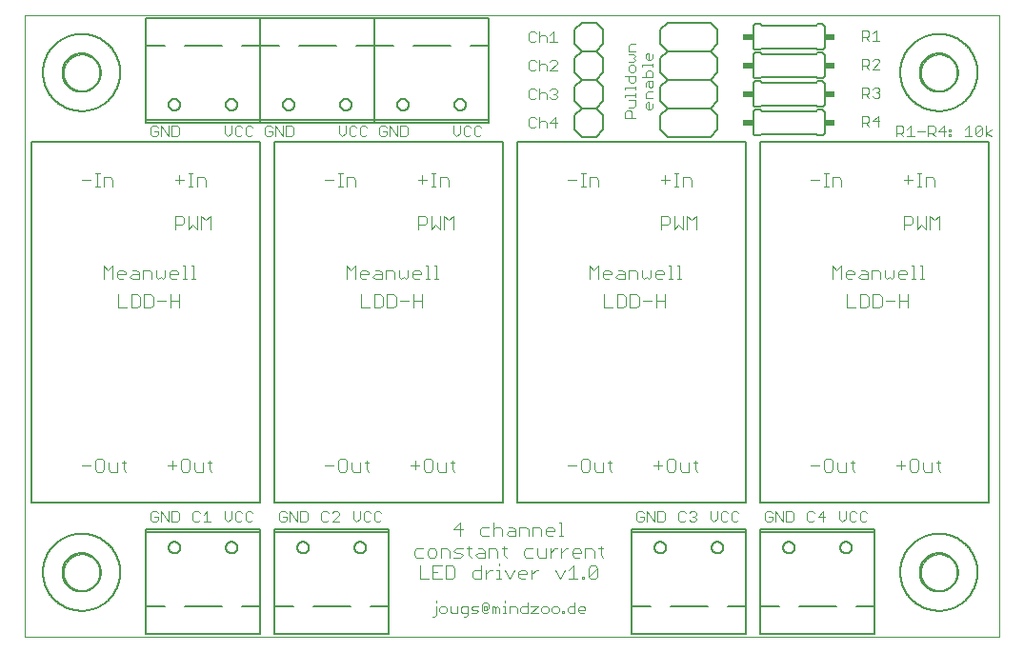
<source format=gto>
G75*
%MOIN*%
%OFA0B0*%
%FSLAX25Y25*%
%IPPOS*%
%LPD*%
%AMOC8*
5,1,8,0,0,1.08239X$1,22.5*
%
%ADD10C,0.00000*%
%ADD11C,0.00300*%
%ADD12C,0.00400*%
%ADD13C,0.00600*%
%ADD14C,0.00500*%
%ADD15R,0.03400X0.02400*%
%ADD16C,0.00800*%
D10*
X0016800Y0001800D02*
X0016800Y0219261D01*
X0358001Y0219261D01*
X0358001Y0001800D01*
X0016800Y0001800D01*
X0030501Y0024300D02*
X0030503Y0024458D01*
X0030509Y0024616D01*
X0030519Y0024774D01*
X0030533Y0024932D01*
X0030551Y0025089D01*
X0030572Y0025246D01*
X0030598Y0025402D01*
X0030628Y0025558D01*
X0030661Y0025713D01*
X0030699Y0025866D01*
X0030740Y0026019D01*
X0030785Y0026171D01*
X0030834Y0026322D01*
X0030887Y0026471D01*
X0030943Y0026619D01*
X0031003Y0026765D01*
X0031067Y0026910D01*
X0031135Y0027053D01*
X0031206Y0027195D01*
X0031280Y0027335D01*
X0031358Y0027472D01*
X0031440Y0027608D01*
X0031524Y0027742D01*
X0031613Y0027873D01*
X0031704Y0028002D01*
X0031799Y0028129D01*
X0031896Y0028254D01*
X0031997Y0028376D01*
X0032101Y0028495D01*
X0032208Y0028612D01*
X0032318Y0028726D01*
X0032431Y0028837D01*
X0032546Y0028946D01*
X0032664Y0029051D01*
X0032785Y0029153D01*
X0032908Y0029253D01*
X0033034Y0029349D01*
X0033162Y0029442D01*
X0033292Y0029532D01*
X0033425Y0029618D01*
X0033560Y0029702D01*
X0033696Y0029781D01*
X0033835Y0029858D01*
X0033976Y0029930D01*
X0034118Y0030000D01*
X0034262Y0030065D01*
X0034408Y0030127D01*
X0034555Y0030185D01*
X0034704Y0030240D01*
X0034854Y0030291D01*
X0035005Y0030338D01*
X0035157Y0030381D01*
X0035310Y0030420D01*
X0035465Y0030456D01*
X0035620Y0030487D01*
X0035776Y0030515D01*
X0035932Y0030539D01*
X0036089Y0030559D01*
X0036247Y0030575D01*
X0036404Y0030587D01*
X0036563Y0030595D01*
X0036721Y0030599D01*
X0036879Y0030599D01*
X0037037Y0030595D01*
X0037196Y0030587D01*
X0037353Y0030575D01*
X0037511Y0030559D01*
X0037668Y0030539D01*
X0037824Y0030515D01*
X0037980Y0030487D01*
X0038135Y0030456D01*
X0038290Y0030420D01*
X0038443Y0030381D01*
X0038595Y0030338D01*
X0038746Y0030291D01*
X0038896Y0030240D01*
X0039045Y0030185D01*
X0039192Y0030127D01*
X0039338Y0030065D01*
X0039482Y0030000D01*
X0039624Y0029930D01*
X0039765Y0029858D01*
X0039904Y0029781D01*
X0040040Y0029702D01*
X0040175Y0029618D01*
X0040308Y0029532D01*
X0040438Y0029442D01*
X0040566Y0029349D01*
X0040692Y0029253D01*
X0040815Y0029153D01*
X0040936Y0029051D01*
X0041054Y0028946D01*
X0041169Y0028837D01*
X0041282Y0028726D01*
X0041392Y0028612D01*
X0041499Y0028495D01*
X0041603Y0028376D01*
X0041704Y0028254D01*
X0041801Y0028129D01*
X0041896Y0028002D01*
X0041987Y0027873D01*
X0042076Y0027742D01*
X0042160Y0027608D01*
X0042242Y0027472D01*
X0042320Y0027335D01*
X0042394Y0027195D01*
X0042465Y0027053D01*
X0042533Y0026910D01*
X0042597Y0026765D01*
X0042657Y0026619D01*
X0042713Y0026471D01*
X0042766Y0026322D01*
X0042815Y0026171D01*
X0042860Y0026019D01*
X0042901Y0025866D01*
X0042939Y0025713D01*
X0042972Y0025558D01*
X0043002Y0025402D01*
X0043028Y0025246D01*
X0043049Y0025089D01*
X0043067Y0024932D01*
X0043081Y0024774D01*
X0043091Y0024616D01*
X0043097Y0024458D01*
X0043099Y0024300D01*
X0043097Y0024142D01*
X0043091Y0023984D01*
X0043081Y0023826D01*
X0043067Y0023668D01*
X0043049Y0023511D01*
X0043028Y0023354D01*
X0043002Y0023198D01*
X0042972Y0023042D01*
X0042939Y0022887D01*
X0042901Y0022734D01*
X0042860Y0022581D01*
X0042815Y0022429D01*
X0042766Y0022278D01*
X0042713Y0022129D01*
X0042657Y0021981D01*
X0042597Y0021835D01*
X0042533Y0021690D01*
X0042465Y0021547D01*
X0042394Y0021405D01*
X0042320Y0021265D01*
X0042242Y0021128D01*
X0042160Y0020992D01*
X0042076Y0020858D01*
X0041987Y0020727D01*
X0041896Y0020598D01*
X0041801Y0020471D01*
X0041704Y0020346D01*
X0041603Y0020224D01*
X0041499Y0020105D01*
X0041392Y0019988D01*
X0041282Y0019874D01*
X0041169Y0019763D01*
X0041054Y0019654D01*
X0040936Y0019549D01*
X0040815Y0019447D01*
X0040692Y0019347D01*
X0040566Y0019251D01*
X0040438Y0019158D01*
X0040308Y0019068D01*
X0040175Y0018982D01*
X0040040Y0018898D01*
X0039904Y0018819D01*
X0039765Y0018742D01*
X0039624Y0018670D01*
X0039482Y0018600D01*
X0039338Y0018535D01*
X0039192Y0018473D01*
X0039045Y0018415D01*
X0038896Y0018360D01*
X0038746Y0018309D01*
X0038595Y0018262D01*
X0038443Y0018219D01*
X0038290Y0018180D01*
X0038135Y0018144D01*
X0037980Y0018113D01*
X0037824Y0018085D01*
X0037668Y0018061D01*
X0037511Y0018041D01*
X0037353Y0018025D01*
X0037196Y0018013D01*
X0037037Y0018005D01*
X0036879Y0018001D01*
X0036721Y0018001D01*
X0036563Y0018005D01*
X0036404Y0018013D01*
X0036247Y0018025D01*
X0036089Y0018041D01*
X0035932Y0018061D01*
X0035776Y0018085D01*
X0035620Y0018113D01*
X0035465Y0018144D01*
X0035310Y0018180D01*
X0035157Y0018219D01*
X0035005Y0018262D01*
X0034854Y0018309D01*
X0034704Y0018360D01*
X0034555Y0018415D01*
X0034408Y0018473D01*
X0034262Y0018535D01*
X0034118Y0018600D01*
X0033976Y0018670D01*
X0033835Y0018742D01*
X0033696Y0018819D01*
X0033560Y0018898D01*
X0033425Y0018982D01*
X0033292Y0019068D01*
X0033162Y0019158D01*
X0033034Y0019251D01*
X0032908Y0019347D01*
X0032785Y0019447D01*
X0032664Y0019549D01*
X0032546Y0019654D01*
X0032431Y0019763D01*
X0032318Y0019874D01*
X0032208Y0019988D01*
X0032101Y0020105D01*
X0031997Y0020224D01*
X0031896Y0020346D01*
X0031799Y0020471D01*
X0031704Y0020598D01*
X0031613Y0020727D01*
X0031524Y0020858D01*
X0031440Y0020992D01*
X0031358Y0021128D01*
X0031280Y0021265D01*
X0031206Y0021405D01*
X0031135Y0021547D01*
X0031067Y0021690D01*
X0031003Y0021835D01*
X0030943Y0021981D01*
X0030887Y0022129D01*
X0030834Y0022278D01*
X0030785Y0022429D01*
X0030740Y0022581D01*
X0030699Y0022734D01*
X0030661Y0022887D01*
X0030628Y0023042D01*
X0030598Y0023198D01*
X0030572Y0023354D01*
X0030551Y0023511D01*
X0030533Y0023668D01*
X0030519Y0023826D01*
X0030509Y0023984D01*
X0030503Y0024142D01*
X0030501Y0024300D01*
X0030501Y0199300D02*
X0030503Y0199458D01*
X0030509Y0199616D01*
X0030519Y0199774D01*
X0030533Y0199932D01*
X0030551Y0200089D01*
X0030572Y0200246D01*
X0030598Y0200402D01*
X0030628Y0200558D01*
X0030661Y0200713D01*
X0030699Y0200866D01*
X0030740Y0201019D01*
X0030785Y0201171D01*
X0030834Y0201322D01*
X0030887Y0201471D01*
X0030943Y0201619D01*
X0031003Y0201765D01*
X0031067Y0201910D01*
X0031135Y0202053D01*
X0031206Y0202195D01*
X0031280Y0202335D01*
X0031358Y0202472D01*
X0031440Y0202608D01*
X0031524Y0202742D01*
X0031613Y0202873D01*
X0031704Y0203002D01*
X0031799Y0203129D01*
X0031896Y0203254D01*
X0031997Y0203376D01*
X0032101Y0203495D01*
X0032208Y0203612D01*
X0032318Y0203726D01*
X0032431Y0203837D01*
X0032546Y0203946D01*
X0032664Y0204051D01*
X0032785Y0204153D01*
X0032908Y0204253D01*
X0033034Y0204349D01*
X0033162Y0204442D01*
X0033292Y0204532D01*
X0033425Y0204618D01*
X0033560Y0204702D01*
X0033696Y0204781D01*
X0033835Y0204858D01*
X0033976Y0204930D01*
X0034118Y0205000D01*
X0034262Y0205065D01*
X0034408Y0205127D01*
X0034555Y0205185D01*
X0034704Y0205240D01*
X0034854Y0205291D01*
X0035005Y0205338D01*
X0035157Y0205381D01*
X0035310Y0205420D01*
X0035465Y0205456D01*
X0035620Y0205487D01*
X0035776Y0205515D01*
X0035932Y0205539D01*
X0036089Y0205559D01*
X0036247Y0205575D01*
X0036404Y0205587D01*
X0036563Y0205595D01*
X0036721Y0205599D01*
X0036879Y0205599D01*
X0037037Y0205595D01*
X0037196Y0205587D01*
X0037353Y0205575D01*
X0037511Y0205559D01*
X0037668Y0205539D01*
X0037824Y0205515D01*
X0037980Y0205487D01*
X0038135Y0205456D01*
X0038290Y0205420D01*
X0038443Y0205381D01*
X0038595Y0205338D01*
X0038746Y0205291D01*
X0038896Y0205240D01*
X0039045Y0205185D01*
X0039192Y0205127D01*
X0039338Y0205065D01*
X0039482Y0205000D01*
X0039624Y0204930D01*
X0039765Y0204858D01*
X0039904Y0204781D01*
X0040040Y0204702D01*
X0040175Y0204618D01*
X0040308Y0204532D01*
X0040438Y0204442D01*
X0040566Y0204349D01*
X0040692Y0204253D01*
X0040815Y0204153D01*
X0040936Y0204051D01*
X0041054Y0203946D01*
X0041169Y0203837D01*
X0041282Y0203726D01*
X0041392Y0203612D01*
X0041499Y0203495D01*
X0041603Y0203376D01*
X0041704Y0203254D01*
X0041801Y0203129D01*
X0041896Y0203002D01*
X0041987Y0202873D01*
X0042076Y0202742D01*
X0042160Y0202608D01*
X0042242Y0202472D01*
X0042320Y0202335D01*
X0042394Y0202195D01*
X0042465Y0202053D01*
X0042533Y0201910D01*
X0042597Y0201765D01*
X0042657Y0201619D01*
X0042713Y0201471D01*
X0042766Y0201322D01*
X0042815Y0201171D01*
X0042860Y0201019D01*
X0042901Y0200866D01*
X0042939Y0200713D01*
X0042972Y0200558D01*
X0043002Y0200402D01*
X0043028Y0200246D01*
X0043049Y0200089D01*
X0043067Y0199932D01*
X0043081Y0199774D01*
X0043091Y0199616D01*
X0043097Y0199458D01*
X0043099Y0199300D01*
X0043097Y0199142D01*
X0043091Y0198984D01*
X0043081Y0198826D01*
X0043067Y0198668D01*
X0043049Y0198511D01*
X0043028Y0198354D01*
X0043002Y0198198D01*
X0042972Y0198042D01*
X0042939Y0197887D01*
X0042901Y0197734D01*
X0042860Y0197581D01*
X0042815Y0197429D01*
X0042766Y0197278D01*
X0042713Y0197129D01*
X0042657Y0196981D01*
X0042597Y0196835D01*
X0042533Y0196690D01*
X0042465Y0196547D01*
X0042394Y0196405D01*
X0042320Y0196265D01*
X0042242Y0196128D01*
X0042160Y0195992D01*
X0042076Y0195858D01*
X0041987Y0195727D01*
X0041896Y0195598D01*
X0041801Y0195471D01*
X0041704Y0195346D01*
X0041603Y0195224D01*
X0041499Y0195105D01*
X0041392Y0194988D01*
X0041282Y0194874D01*
X0041169Y0194763D01*
X0041054Y0194654D01*
X0040936Y0194549D01*
X0040815Y0194447D01*
X0040692Y0194347D01*
X0040566Y0194251D01*
X0040438Y0194158D01*
X0040308Y0194068D01*
X0040175Y0193982D01*
X0040040Y0193898D01*
X0039904Y0193819D01*
X0039765Y0193742D01*
X0039624Y0193670D01*
X0039482Y0193600D01*
X0039338Y0193535D01*
X0039192Y0193473D01*
X0039045Y0193415D01*
X0038896Y0193360D01*
X0038746Y0193309D01*
X0038595Y0193262D01*
X0038443Y0193219D01*
X0038290Y0193180D01*
X0038135Y0193144D01*
X0037980Y0193113D01*
X0037824Y0193085D01*
X0037668Y0193061D01*
X0037511Y0193041D01*
X0037353Y0193025D01*
X0037196Y0193013D01*
X0037037Y0193005D01*
X0036879Y0193001D01*
X0036721Y0193001D01*
X0036563Y0193005D01*
X0036404Y0193013D01*
X0036247Y0193025D01*
X0036089Y0193041D01*
X0035932Y0193061D01*
X0035776Y0193085D01*
X0035620Y0193113D01*
X0035465Y0193144D01*
X0035310Y0193180D01*
X0035157Y0193219D01*
X0035005Y0193262D01*
X0034854Y0193309D01*
X0034704Y0193360D01*
X0034555Y0193415D01*
X0034408Y0193473D01*
X0034262Y0193535D01*
X0034118Y0193600D01*
X0033976Y0193670D01*
X0033835Y0193742D01*
X0033696Y0193819D01*
X0033560Y0193898D01*
X0033425Y0193982D01*
X0033292Y0194068D01*
X0033162Y0194158D01*
X0033034Y0194251D01*
X0032908Y0194347D01*
X0032785Y0194447D01*
X0032664Y0194549D01*
X0032546Y0194654D01*
X0032431Y0194763D01*
X0032318Y0194874D01*
X0032208Y0194988D01*
X0032101Y0195105D01*
X0031997Y0195224D01*
X0031896Y0195346D01*
X0031799Y0195471D01*
X0031704Y0195598D01*
X0031613Y0195727D01*
X0031524Y0195858D01*
X0031440Y0195992D01*
X0031358Y0196128D01*
X0031280Y0196265D01*
X0031206Y0196405D01*
X0031135Y0196547D01*
X0031067Y0196690D01*
X0031003Y0196835D01*
X0030943Y0196981D01*
X0030887Y0197129D01*
X0030834Y0197278D01*
X0030785Y0197429D01*
X0030740Y0197581D01*
X0030699Y0197734D01*
X0030661Y0197887D01*
X0030628Y0198042D01*
X0030598Y0198198D01*
X0030572Y0198354D01*
X0030551Y0198511D01*
X0030533Y0198668D01*
X0030519Y0198826D01*
X0030509Y0198984D01*
X0030503Y0199142D01*
X0030501Y0199300D01*
X0330501Y0199300D02*
X0330503Y0199458D01*
X0330509Y0199616D01*
X0330519Y0199774D01*
X0330533Y0199932D01*
X0330551Y0200089D01*
X0330572Y0200246D01*
X0330598Y0200402D01*
X0330628Y0200558D01*
X0330661Y0200713D01*
X0330699Y0200866D01*
X0330740Y0201019D01*
X0330785Y0201171D01*
X0330834Y0201322D01*
X0330887Y0201471D01*
X0330943Y0201619D01*
X0331003Y0201765D01*
X0331067Y0201910D01*
X0331135Y0202053D01*
X0331206Y0202195D01*
X0331280Y0202335D01*
X0331358Y0202472D01*
X0331440Y0202608D01*
X0331524Y0202742D01*
X0331613Y0202873D01*
X0331704Y0203002D01*
X0331799Y0203129D01*
X0331896Y0203254D01*
X0331997Y0203376D01*
X0332101Y0203495D01*
X0332208Y0203612D01*
X0332318Y0203726D01*
X0332431Y0203837D01*
X0332546Y0203946D01*
X0332664Y0204051D01*
X0332785Y0204153D01*
X0332908Y0204253D01*
X0333034Y0204349D01*
X0333162Y0204442D01*
X0333292Y0204532D01*
X0333425Y0204618D01*
X0333560Y0204702D01*
X0333696Y0204781D01*
X0333835Y0204858D01*
X0333976Y0204930D01*
X0334118Y0205000D01*
X0334262Y0205065D01*
X0334408Y0205127D01*
X0334555Y0205185D01*
X0334704Y0205240D01*
X0334854Y0205291D01*
X0335005Y0205338D01*
X0335157Y0205381D01*
X0335310Y0205420D01*
X0335465Y0205456D01*
X0335620Y0205487D01*
X0335776Y0205515D01*
X0335932Y0205539D01*
X0336089Y0205559D01*
X0336247Y0205575D01*
X0336404Y0205587D01*
X0336563Y0205595D01*
X0336721Y0205599D01*
X0336879Y0205599D01*
X0337037Y0205595D01*
X0337196Y0205587D01*
X0337353Y0205575D01*
X0337511Y0205559D01*
X0337668Y0205539D01*
X0337824Y0205515D01*
X0337980Y0205487D01*
X0338135Y0205456D01*
X0338290Y0205420D01*
X0338443Y0205381D01*
X0338595Y0205338D01*
X0338746Y0205291D01*
X0338896Y0205240D01*
X0339045Y0205185D01*
X0339192Y0205127D01*
X0339338Y0205065D01*
X0339482Y0205000D01*
X0339624Y0204930D01*
X0339765Y0204858D01*
X0339904Y0204781D01*
X0340040Y0204702D01*
X0340175Y0204618D01*
X0340308Y0204532D01*
X0340438Y0204442D01*
X0340566Y0204349D01*
X0340692Y0204253D01*
X0340815Y0204153D01*
X0340936Y0204051D01*
X0341054Y0203946D01*
X0341169Y0203837D01*
X0341282Y0203726D01*
X0341392Y0203612D01*
X0341499Y0203495D01*
X0341603Y0203376D01*
X0341704Y0203254D01*
X0341801Y0203129D01*
X0341896Y0203002D01*
X0341987Y0202873D01*
X0342076Y0202742D01*
X0342160Y0202608D01*
X0342242Y0202472D01*
X0342320Y0202335D01*
X0342394Y0202195D01*
X0342465Y0202053D01*
X0342533Y0201910D01*
X0342597Y0201765D01*
X0342657Y0201619D01*
X0342713Y0201471D01*
X0342766Y0201322D01*
X0342815Y0201171D01*
X0342860Y0201019D01*
X0342901Y0200866D01*
X0342939Y0200713D01*
X0342972Y0200558D01*
X0343002Y0200402D01*
X0343028Y0200246D01*
X0343049Y0200089D01*
X0343067Y0199932D01*
X0343081Y0199774D01*
X0343091Y0199616D01*
X0343097Y0199458D01*
X0343099Y0199300D01*
X0343097Y0199142D01*
X0343091Y0198984D01*
X0343081Y0198826D01*
X0343067Y0198668D01*
X0343049Y0198511D01*
X0343028Y0198354D01*
X0343002Y0198198D01*
X0342972Y0198042D01*
X0342939Y0197887D01*
X0342901Y0197734D01*
X0342860Y0197581D01*
X0342815Y0197429D01*
X0342766Y0197278D01*
X0342713Y0197129D01*
X0342657Y0196981D01*
X0342597Y0196835D01*
X0342533Y0196690D01*
X0342465Y0196547D01*
X0342394Y0196405D01*
X0342320Y0196265D01*
X0342242Y0196128D01*
X0342160Y0195992D01*
X0342076Y0195858D01*
X0341987Y0195727D01*
X0341896Y0195598D01*
X0341801Y0195471D01*
X0341704Y0195346D01*
X0341603Y0195224D01*
X0341499Y0195105D01*
X0341392Y0194988D01*
X0341282Y0194874D01*
X0341169Y0194763D01*
X0341054Y0194654D01*
X0340936Y0194549D01*
X0340815Y0194447D01*
X0340692Y0194347D01*
X0340566Y0194251D01*
X0340438Y0194158D01*
X0340308Y0194068D01*
X0340175Y0193982D01*
X0340040Y0193898D01*
X0339904Y0193819D01*
X0339765Y0193742D01*
X0339624Y0193670D01*
X0339482Y0193600D01*
X0339338Y0193535D01*
X0339192Y0193473D01*
X0339045Y0193415D01*
X0338896Y0193360D01*
X0338746Y0193309D01*
X0338595Y0193262D01*
X0338443Y0193219D01*
X0338290Y0193180D01*
X0338135Y0193144D01*
X0337980Y0193113D01*
X0337824Y0193085D01*
X0337668Y0193061D01*
X0337511Y0193041D01*
X0337353Y0193025D01*
X0337196Y0193013D01*
X0337037Y0193005D01*
X0336879Y0193001D01*
X0336721Y0193001D01*
X0336563Y0193005D01*
X0336404Y0193013D01*
X0336247Y0193025D01*
X0336089Y0193041D01*
X0335932Y0193061D01*
X0335776Y0193085D01*
X0335620Y0193113D01*
X0335465Y0193144D01*
X0335310Y0193180D01*
X0335157Y0193219D01*
X0335005Y0193262D01*
X0334854Y0193309D01*
X0334704Y0193360D01*
X0334555Y0193415D01*
X0334408Y0193473D01*
X0334262Y0193535D01*
X0334118Y0193600D01*
X0333976Y0193670D01*
X0333835Y0193742D01*
X0333696Y0193819D01*
X0333560Y0193898D01*
X0333425Y0193982D01*
X0333292Y0194068D01*
X0333162Y0194158D01*
X0333034Y0194251D01*
X0332908Y0194347D01*
X0332785Y0194447D01*
X0332664Y0194549D01*
X0332546Y0194654D01*
X0332431Y0194763D01*
X0332318Y0194874D01*
X0332208Y0194988D01*
X0332101Y0195105D01*
X0331997Y0195224D01*
X0331896Y0195346D01*
X0331799Y0195471D01*
X0331704Y0195598D01*
X0331613Y0195727D01*
X0331524Y0195858D01*
X0331440Y0195992D01*
X0331358Y0196128D01*
X0331280Y0196265D01*
X0331206Y0196405D01*
X0331135Y0196547D01*
X0331067Y0196690D01*
X0331003Y0196835D01*
X0330943Y0196981D01*
X0330887Y0197129D01*
X0330834Y0197278D01*
X0330785Y0197429D01*
X0330740Y0197581D01*
X0330699Y0197734D01*
X0330661Y0197887D01*
X0330628Y0198042D01*
X0330598Y0198198D01*
X0330572Y0198354D01*
X0330551Y0198511D01*
X0330533Y0198668D01*
X0330519Y0198826D01*
X0330509Y0198984D01*
X0330503Y0199142D01*
X0330501Y0199300D01*
X0330501Y0024300D02*
X0330503Y0024458D01*
X0330509Y0024616D01*
X0330519Y0024774D01*
X0330533Y0024932D01*
X0330551Y0025089D01*
X0330572Y0025246D01*
X0330598Y0025402D01*
X0330628Y0025558D01*
X0330661Y0025713D01*
X0330699Y0025866D01*
X0330740Y0026019D01*
X0330785Y0026171D01*
X0330834Y0026322D01*
X0330887Y0026471D01*
X0330943Y0026619D01*
X0331003Y0026765D01*
X0331067Y0026910D01*
X0331135Y0027053D01*
X0331206Y0027195D01*
X0331280Y0027335D01*
X0331358Y0027472D01*
X0331440Y0027608D01*
X0331524Y0027742D01*
X0331613Y0027873D01*
X0331704Y0028002D01*
X0331799Y0028129D01*
X0331896Y0028254D01*
X0331997Y0028376D01*
X0332101Y0028495D01*
X0332208Y0028612D01*
X0332318Y0028726D01*
X0332431Y0028837D01*
X0332546Y0028946D01*
X0332664Y0029051D01*
X0332785Y0029153D01*
X0332908Y0029253D01*
X0333034Y0029349D01*
X0333162Y0029442D01*
X0333292Y0029532D01*
X0333425Y0029618D01*
X0333560Y0029702D01*
X0333696Y0029781D01*
X0333835Y0029858D01*
X0333976Y0029930D01*
X0334118Y0030000D01*
X0334262Y0030065D01*
X0334408Y0030127D01*
X0334555Y0030185D01*
X0334704Y0030240D01*
X0334854Y0030291D01*
X0335005Y0030338D01*
X0335157Y0030381D01*
X0335310Y0030420D01*
X0335465Y0030456D01*
X0335620Y0030487D01*
X0335776Y0030515D01*
X0335932Y0030539D01*
X0336089Y0030559D01*
X0336247Y0030575D01*
X0336404Y0030587D01*
X0336563Y0030595D01*
X0336721Y0030599D01*
X0336879Y0030599D01*
X0337037Y0030595D01*
X0337196Y0030587D01*
X0337353Y0030575D01*
X0337511Y0030559D01*
X0337668Y0030539D01*
X0337824Y0030515D01*
X0337980Y0030487D01*
X0338135Y0030456D01*
X0338290Y0030420D01*
X0338443Y0030381D01*
X0338595Y0030338D01*
X0338746Y0030291D01*
X0338896Y0030240D01*
X0339045Y0030185D01*
X0339192Y0030127D01*
X0339338Y0030065D01*
X0339482Y0030000D01*
X0339624Y0029930D01*
X0339765Y0029858D01*
X0339904Y0029781D01*
X0340040Y0029702D01*
X0340175Y0029618D01*
X0340308Y0029532D01*
X0340438Y0029442D01*
X0340566Y0029349D01*
X0340692Y0029253D01*
X0340815Y0029153D01*
X0340936Y0029051D01*
X0341054Y0028946D01*
X0341169Y0028837D01*
X0341282Y0028726D01*
X0341392Y0028612D01*
X0341499Y0028495D01*
X0341603Y0028376D01*
X0341704Y0028254D01*
X0341801Y0028129D01*
X0341896Y0028002D01*
X0341987Y0027873D01*
X0342076Y0027742D01*
X0342160Y0027608D01*
X0342242Y0027472D01*
X0342320Y0027335D01*
X0342394Y0027195D01*
X0342465Y0027053D01*
X0342533Y0026910D01*
X0342597Y0026765D01*
X0342657Y0026619D01*
X0342713Y0026471D01*
X0342766Y0026322D01*
X0342815Y0026171D01*
X0342860Y0026019D01*
X0342901Y0025866D01*
X0342939Y0025713D01*
X0342972Y0025558D01*
X0343002Y0025402D01*
X0343028Y0025246D01*
X0343049Y0025089D01*
X0343067Y0024932D01*
X0343081Y0024774D01*
X0343091Y0024616D01*
X0343097Y0024458D01*
X0343099Y0024300D01*
X0343097Y0024142D01*
X0343091Y0023984D01*
X0343081Y0023826D01*
X0343067Y0023668D01*
X0343049Y0023511D01*
X0343028Y0023354D01*
X0343002Y0023198D01*
X0342972Y0023042D01*
X0342939Y0022887D01*
X0342901Y0022734D01*
X0342860Y0022581D01*
X0342815Y0022429D01*
X0342766Y0022278D01*
X0342713Y0022129D01*
X0342657Y0021981D01*
X0342597Y0021835D01*
X0342533Y0021690D01*
X0342465Y0021547D01*
X0342394Y0021405D01*
X0342320Y0021265D01*
X0342242Y0021128D01*
X0342160Y0020992D01*
X0342076Y0020858D01*
X0341987Y0020727D01*
X0341896Y0020598D01*
X0341801Y0020471D01*
X0341704Y0020346D01*
X0341603Y0020224D01*
X0341499Y0020105D01*
X0341392Y0019988D01*
X0341282Y0019874D01*
X0341169Y0019763D01*
X0341054Y0019654D01*
X0340936Y0019549D01*
X0340815Y0019447D01*
X0340692Y0019347D01*
X0340566Y0019251D01*
X0340438Y0019158D01*
X0340308Y0019068D01*
X0340175Y0018982D01*
X0340040Y0018898D01*
X0339904Y0018819D01*
X0339765Y0018742D01*
X0339624Y0018670D01*
X0339482Y0018600D01*
X0339338Y0018535D01*
X0339192Y0018473D01*
X0339045Y0018415D01*
X0338896Y0018360D01*
X0338746Y0018309D01*
X0338595Y0018262D01*
X0338443Y0018219D01*
X0338290Y0018180D01*
X0338135Y0018144D01*
X0337980Y0018113D01*
X0337824Y0018085D01*
X0337668Y0018061D01*
X0337511Y0018041D01*
X0337353Y0018025D01*
X0337196Y0018013D01*
X0337037Y0018005D01*
X0336879Y0018001D01*
X0336721Y0018001D01*
X0336563Y0018005D01*
X0336404Y0018013D01*
X0336247Y0018025D01*
X0336089Y0018041D01*
X0335932Y0018061D01*
X0335776Y0018085D01*
X0335620Y0018113D01*
X0335465Y0018144D01*
X0335310Y0018180D01*
X0335157Y0018219D01*
X0335005Y0018262D01*
X0334854Y0018309D01*
X0334704Y0018360D01*
X0334555Y0018415D01*
X0334408Y0018473D01*
X0334262Y0018535D01*
X0334118Y0018600D01*
X0333976Y0018670D01*
X0333835Y0018742D01*
X0333696Y0018819D01*
X0333560Y0018898D01*
X0333425Y0018982D01*
X0333292Y0019068D01*
X0333162Y0019158D01*
X0333034Y0019251D01*
X0332908Y0019347D01*
X0332785Y0019447D01*
X0332664Y0019549D01*
X0332546Y0019654D01*
X0332431Y0019763D01*
X0332318Y0019874D01*
X0332208Y0019988D01*
X0332101Y0020105D01*
X0331997Y0020224D01*
X0331896Y0020346D01*
X0331799Y0020471D01*
X0331704Y0020598D01*
X0331613Y0020727D01*
X0331524Y0020858D01*
X0331440Y0020992D01*
X0331358Y0021128D01*
X0331280Y0021265D01*
X0331206Y0021405D01*
X0331135Y0021547D01*
X0331067Y0021690D01*
X0331003Y0021835D01*
X0330943Y0021981D01*
X0330887Y0022129D01*
X0330834Y0022278D01*
X0330785Y0022429D01*
X0330740Y0022581D01*
X0330699Y0022734D01*
X0330661Y0022887D01*
X0330628Y0023042D01*
X0330598Y0023198D01*
X0330572Y0023354D01*
X0330551Y0023511D01*
X0330533Y0023668D01*
X0330519Y0023826D01*
X0330509Y0023984D01*
X0330503Y0024142D01*
X0330501Y0024300D01*
D11*
X0311651Y0042567D02*
X0311034Y0041950D01*
X0309800Y0041950D01*
X0309183Y0042567D01*
X0309183Y0045036D01*
X0309800Y0045653D01*
X0311034Y0045653D01*
X0311651Y0045036D01*
X0307968Y0045036D02*
X0307351Y0045653D01*
X0306117Y0045653D01*
X0305499Y0045036D01*
X0305499Y0042567D01*
X0306117Y0041950D01*
X0307351Y0041950D01*
X0307968Y0042567D01*
X0304285Y0043184D02*
X0303051Y0041950D01*
X0301816Y0043184D01*
X0301816Y0045653D01*
X0304285Y0045653D02*
X0304285Y0043184D01*
X0296919Y0043802D02*
X0294450Y0043802D01*
X0296302Y0045653D01*
X0296302Y0041950D01*
X0293236Y0042567D02*
X0292618Y0041950D01*
X0291384Y0041950D01*
X0290767Y0042567D01*
X0290767Y0045036D01*
X0291384Y0045653D01*
X0292618Y0045653D01*
X0293236Y0045036D01*
X0285869Y0045036D02*
X0285869Y0042567D01*
X0285252Y0041950D01*
X0283401Y0041950D01*
X0283401Y0045653D01*
X0285252Y0045653D01*
X0285869Y0045036D01*
X0282186Y0045653D02*
X0282186Y0041950D01*
X0279717Y0045653D01*
X0279717Y0041950D01*
X0278503Y0042567D02*
X0277886Y0041950D01*
X0276651Y0041950D01*
X0276034Y0042567D01*
X0276034Y0045036D01*
X0276651Y0045653D01*
X0277886Y0045653D01*
X0278503Y0045036D01*
X0278503Y0043802D02*
X0277269Y0043802D01*
X0278503Y0043802D02*
X0278503Y0042567D01*
X0266651Y0042567D02*
X0266034Y0041950D01*
X0264800Y0041950D01*
X0264183Y0042567D01*
X0264183Y0045036D01*
X0264800Y0045653D01*
X0266034Y0045653D01*
X0266651Y0045036D01*
X0262968Y0045036D02*
X0262351Y0045653D01*
X0261117Y0045653D01*
X0260499Y0045036D01*
X0260499Y0042567D01*
X0261117Y0041950D01*
X0262351Y0041950D01*
X0262968Y0042567D01*
X0259285Y0043184D02*
X0259285Y0045653D01*
X0259285Y0043184D02*
X0258051Y0041950D01*
X0256816Y0043184D01*
X0256816Y0045653D01*
X0251919Y0045036D02*
X0251919Y0044419D01*
X0251302Y0043802D01*
X0251919Y0043184D01*
X0251919Y0042567D01*
X0251302Y0041950D01*
X0250067Y0041950D01*
X0249450Y0042567D01*
X0248236Y0042567D02*
X0247618Y0041950D01*
X0246384Y0041950D01*
X0245767Y0042567D01*
X0245767Y0045036D01*
X0246384Y0045653D01*
X0247618Y0045653D01*
X0248236Y0045036D01*
X0249450Y0045036D02*
X0250067Y0045653D01*
X0251302Y0045653D01*
X0251919Y0045036D01*
X0251302Y0043802D02*
X0250684Y0043802D01*
X0240869Y0042567D02*
X0240869Y0045036D01*
X0240252Y0045653D01*
X0238401Y0045653D01*
X0238401Y0041950D01*
X0240252Y0041950D01*
X0240869Y0042567D01*
X0237186Y0041950D02*
X0237186Y0045653D01*
X0234717Y0045653D02*
X0237186Y0041950D01*
X0234717Y0041950D02*
X0234717Y0045653D01*
X0233503Y0045036D02*
X0232886Y0045653D01*
X0231651Y0045653D01*
X0231034Y0045036D01*
X0231034Y0042567D01*
X0231651Y0041950D01*
X0232886Y0041950D01*
X0233503Y0042567D01*
X0233503Y0043802D01*
X0232269Y0043802D01*
X0209369Y0013653D02*
X0209369Y0009950D01*
X0207518Y0009950D01*
X0206900Y0010567D01*
X0206900Y0011802D01*
X0207518Y0012419D01*
X0209369Y0012419D01*
X0210583Y0011802D02*
X0211201Y0012419D01*
X0212435Y0012419D01*
X0213052Y0011802D01*
X0213052Y0011184D01*
X0210583Y0011184D01*
X0210583Y0010567D02*
X0210583Y0011802D01*
X0210583Y0010567D02*
X0211201Y0009950D01*
X0212435Y0009950D01*
X0205676Y0009950D02*
X0205059Y0009950D01*
X0205059Y0010567D01*
X0205676Y0010567D01*
X0205676Y0009950D01*
X0203844Y0010567D02*
X0203844Y0011802D01*
X0203227Y0012419D01*
X0201993Y0012419D01*
X0201376Y0011802D01*
X0201376Y0010567D01*
X0201993Y0009950D01*
X0203227Y0009950D01*
X0203844Y0010567D01*
X0200161Y0010567D02*
X0200161Y0011802D01*
X0199544Y0012419D01*
X0198310Y0012419D01*
X0197692Y0011802D01*
X0197692Y0010567D01*
X0198310Y0009950D01*
X0199544Y0009950D01*
X0200161Y0010567D01*
X0196478Y0009950D02*
X0194009Y0009950D01*
X0196478Y0012419D01*
X0194009Y0012419D01*
X0192795Y0012419D02*
X0190943Y0012419D01*
X0190326Y0011802D01*
X0190326Y0010567D01*
X0190943Y0009950D01*
X0192795Y0009950D01*
X0192795Y0013653D01*
X0189112Y0011802D02*
X0189112Y0009950D01*
X0189112Y0011802D02*
X0188495Y0012419D01*
X0186643Y0012419D01*
X0186643Y0009950D01*
X0185422Y0009950D02*
X0184188Y0009950D01*
X0184805Y0009950D02*
X0184805Y0012419D01*
X0184188Y0012419D01*
X0182973Y0011802D02*
X0182973Y0009950D01*
X0181739Y0009950D02*
X0181739Y0011802D01*
X0182356Y0012419D01*
X0182973Y0011802D01*
X0181739Y0011802D02*
X0181122Y0012419D01*
X0180504Y0012419D01*
X0180504Y0009950D01*
X0179290Y0010567D02*
X0178673Y0009950D01*
X0177439Y0009950D01*
X0176821Y0010567D01*
X0176821Y0013036D01*
X0177439Y0013653D01*
X0178673Y0013653D01*
X0179290Y0013036D01*
X0179290Y0011802D01*
X0178673Y0011184D01*
X0178673Y0012419D01*
X0177439Y0012419D01*
X0177439Y0011184D01*
X0178673Y0011184D01*
X0175607Y0010567D02*
X0174990Y0011184D01*
X0173755Y0011184D01*
X0173138Y0011802D01*
X0173755Y0012419D01*
X0175607Y0012419D01*
X0175607Y0010567D02*
X0174990Y0009950D01*
X0173138Y0009950D01*
X0171924Y0009950D02*
X0170072Y0009950D01*
X0169455Y0010567D01*
X0169455Y0011802D01*
X0170072Y0012419D01*
X0171924Y0012419D01*
X0171924Y0009333D01*
X0171307Y0008716D01*
X0170689Y0008716D01*
X0168241Y0009950D02*
X0168241Y0012419D01*
X0168241Y0009950D02*
X0166389Y0009950D01*
X0165772Y0010567D01*
X0165772Y0012419D01*
X0164558Y0011802D02*
X0164558Y0010567D01*
X0163940Y0009950D01*
X0162706Y0009950D01*
X0162089Y0010567D01*
X0162089Y0011802D01*
X0162706Y0012419D01*
X0163940Y0012419D01*
X0164558Y0011802D01*
X0160868Y0012419D02*
X0160868Y0009333D01*
X0160251Y0008716D01*
X0159633Y0008716D01*
X0160868Y0013653D02*
X0160868Y0014270D01*
X0184805Y0014270D02*
X0184805Y0013653D01*
X0141651Y0042567D02*
X0141034Y0041950D01*
X0139800Y0041950D01*
X0139183Y0042567D01*
X0139183Y0045036D01*
X0139800Y0045653D01*
X0141034Y0045653D01*
X0141651Y0045036D01*
X0137968Y0045036D02*
X0137351Y0045653D01*
X0136117Y0045653D01*
X0135499Y0045036D01*
X0135499Y0042567D01*
X0136117Y0041950D01*
X0137351Y0041950D01*
X0137968Y0042567D01*
X0134285Y0043184D02*
X0133051Y0041950D01*
X0131816Y0043184D01*
X0131816Y0045653D01*
X0134285Y0045653D02*
X0134285Y0043184D01*
X0126919Y0041950D02*
X0124450Y0041950D01*
X0126919Y0044419D01*
X0126919Y0045036D01*
X0126302Y0045653D01*
X0125067Y0045653D01*
X0124450Y0045036D01*
X0123236Y0045036D02*
X0122618Y0045653D01*
X0121384Y0045653D01*
X0120767Y0045036D01*
X0120767Y0042567D01*
X0121384Y0041950D01*
X0122618Y0041950D01*
X0123236Y0042567D01*
X0115869Y0042567D02*
X0115252Y0041950D01*
X0113401Y0041950D01*
X0113401Y0045653D01*
X0115252Y0045653D01*
X0115869Y0045036D01*
X0115869Y0042567D01*
X0112186Y0041950D02*
X0112186Y0045653D01*
X0109717Y0045653D02*
X0112186Y0041950D01*
X0109717Y0041950D02*
X0109717Y0045653D01*
X0108503Y0045036D02*
X0107886Y0045653D01*
X0106651Y0045653D01*
X0106034Y0045036D01*
X0106034Y0042567D01*
X0106651Y0041950D01*
X0107886Y0041950D01*
X0108503Y0042567D01*
X0108503Y0043802D01*
X0107269Y0043802D01*
X0096651Y0045036D02*
X0096034Y0045653D01*
X0094800Y0045653D01*
X0094183Y0045036D01*
X0094183Y0042567D01*
X0094800Y0041950D01*
X0096034Y0041950D01*
X0096651Y0042567D01*
X0092968Y0042567D02*
X0092351Y0041950D01*
X0091117Y0041950D01*
X0090499Y0042567D01*
X0090499Y0045036D01*
X0091117Y0045653D01*
X0092351Y0045653D01*
X0092968Y0045036D01*
X0089285Y0045653D02*
X0089285Y0043184D01*
X0088051Y0041950D01*
X0086816Y0043184D01*
X0086816Y0045653D01*
X0080684Y0045653D02*
X0080684Y0041950D01*
X0079450Y0041950D02*
X0081919Y0041950D01*
X0078236Y0042567D02*
X0077618Y0041950D01*
X0076384Y0041950D01*
X0075767Y0042567D01*
X0075767Y0045036D01*
X0076384Y0045653D01*
X0077618Y0045653D01*
X0078236Y0045036D01*
X0079450Y0044419D02*
X0080684Y0045653D01*
X0070869Y0045036D02*
X0070869Y0042567D01*
X0070252Y0041950D01*
X0068401Y0041950D01*
X0068401Y0045653D01*
X0070252Y0045653D01*
X0070869Y0045036D01*
X0067186Y0045653D02*
X0067186Y0041950D01*
X0064717Y0045653D01*
X0064717Y0041950D01*
X0063503Y0042567D02*
X0063503Y0043802D01*
X0062269Y0043802D01*
X0063503Y0045036D02*
X0062886Y0045653D01*
X0061651Y0045653D01*
X0061034Y0045036D01*
X0061034Y0042567D01*
X0061651Y0041950D01*
X0062886Y0041950D01*
X0063503Y0042567D01*
X0062886Y0176950D02*
X0063503Y0177567D01*
X0063503Y0178802D01*
X0062269Y0178802D01*
X0063503Y0180036D02*
X0062886Y0180653D01*
X0061651Y0180653D01*
X0061034Y0180036D01*
X0061034Y0177567D01*
X0061651Y0176950D01*
X0062886Y0176950D01*
X0064717Y0176950D02*
X0064717Y0180653D01*
X0067186Y0176950D01*
X0067186Y0180653D01*
X0068401Y0180653D02*
X0068401Y0176950D01*
X0070252Y0176950D01*
X0070869Y0177567D01*
X0070869Y0180036D01*
X0070252Y0180653D01*
X0068401Y0180653D01*
X0086816Y0180653D02*
X0086816Y0178184D01*
X0088051Y0176950D01*
X0089285Y0178184D01*
X0089285Y0180653D01*
X0090499Y0180036D02*
X0090499Y0177567D01*
X0091117Y0176950D01*
X0092351Y0176950D01*
X0092968Y0177567D01*
X0094183Y0177567D02*
X0094183Y0180036D01*
X0094800Y0180653D01*
X0096034Y0180653D01*
X0096651Y0180036D01*
X0096651Y0177567D02*
X0096034Y0176950D01*
X0094800Y0176950D01*
X0094183Y0177567D01*
X0092968Y0180036D02*
X0092351Y0180653D01*
X0091117Y0180653D01*
X0090499Y0180036D01*
X0101034Y0180036D02*
X0101034Y0177567D01*
X0101651Y0176950D01*
X0102886Y0176950D01*
X0103503Y0177567D01*
X0103503Y0178802D01*
X0102269Y0178802D01*
X0103503Y0180036D02*
X0102886Y0180653D01*
X0101651Y0180653D01*
X0101034Y0180036D01*
X0104717Y0180653D02*
X0107186Y0176950D01*
X0107186Y0180653D01*
X0108401Y0180653D02*
X0108401Y0176950D01*
X0110252Y0176950D01*
X0110869Y0177567D01*
X0110869Y0180036D01*
X0110252Y0180653D01*
X0108401Y0180653D01*
X0104717Y0180653D02*
X0104717Y0176950D01*
X0126816Y0178184D02*
X0128051Y0176950D01*
X0129285Y0178184D01*
X0129285Y0180653D01*
X0130499Y0180036D02*
X0130499Y0177567D01*
X0131117Y0176950D01*
X0132351Y0176950D01*
X0132968Y0177567D01*
X0134183Y0177567D02*
X0134800Y0176950D01*
X0136034Y0176950D01*
X0136651Y0177567D01*
X0134183Y0177567D02*
X0134183Y0180036D01*
X0134800Y0180653D01*
X0136034Y0180653D01*
X0136651Y0180036D01*
X0132968Y0180036D02*
X0132351Y0180653D01*
X0131117Y0180653D01*
X0130499Y0180036D01*
X0126816Y0180653D02*
X0126816Y0178184D01*
X0141034Y0177567D02*
X0141651Y0176950D01*
X0142886Y0176950D01*
X0143503Y0177567D01*
X0143503Y0178802D01*
X0142269Y0178802D01*
X0143503Y0180036D02*
X0142886Y0180653D01*
X0141651Y0180653D01*
X0141034Y0180036D01*
X0141034Y0177567D01*
X0144717Y0176950D02*
X0144717Y0180653D01*
X0147186Y0176950D01*
X0147186Y0180653D01*
X0148401Y0180653D02*
X0148401Y0176950D01*
X0150252Y0176950D01*
X0150869Y0177567D01*
X0150869Y0180036D01*
X0150252Y0180653D01*
X0148401Y0180653D01*
X0166816Y0180653D02*
X0166816Y0178184D01*
X0168051Y0176950D01*
X0169285Y0178184D01*
X0169285Y0180653D01*
X0170499Y0180036D02*
X0170499Y0177567D01*
X0171117Y0176950D01*
X0172351Y0176950D01*
X0172968Y0177567D01*
X0174183Y0177567D02*
X0174800Y0176950D01*
X0176034Y0176950D01*
X0176651Y0177567D01*
X0174183Y0177567D02*
X0174183Y0180036D01*
X0174800Y0180653D01*
X0176034Y0180653D01*
X0176651Y0180036D01*
X0172968Y0180036D02*
X0172351Y0180653D01*
X0171117Y0180653D01*
X0170499Y0180036D01*
X0193401Y0180567D02*
X0194018Y0179950D01*
X0195252Y0179950D01*
X0195869Y0180567D01*
X0197084Y0179950D02*
X0197084Y0183653D01*
X0195869Y0183036D02*
X0195252Y0183653D01*
X0194018Y0183653D01*
X0193401Y0183036D01*
X0193401Y0180567D01*
X0197084Y0181802D02*
X0197701Y0182419D01*
X0198935Y0182419D01*
X0199552Y0181802D01*
X0199552Y0179950D01*
X0200767Y0181802D02*
X0203236Y0181802D01*
X0202618Y0183653D02*
X0202618Y0179950D01*
X0200767Y0181802D02*
X0202618Y0183653D01*
X0202618Y0189950D02*
X0201384Y0189950D01*
X0200767Y0190567D01*
X0199552Y0189950D02*
X0199552Y0191802D01*
X0198935Y0192419D01*
X0197701Y0192419D01*
X0197084Y0191802D01*
X0195869Y0193036D02*
X0195252Y0193653D01*
X0194018Y0193653D01*
X0193401Y0193036D01*
X0193401Y0190567D01*
X0194018Y0189950D01*
X0195252Y0189950D01*
X0195869Y0190567D01*
X0197084Y0189950D02*
X0197084Y0193653D01*
X0200767Y0193036D02*
X0201384Y0193653D01*
X0202618Y0193653D01*
X0203236Y0193036D01*
X0203236Y0192419D01*
X0202618Y0191802D01*
X0203236Y0191184D01*
X0203236Y0190567D01*
X0202618Y0189950D01*
X0202618Y0191802D02*
X0202001Y0191802D01*
X0200767Y0199950D02*
X0203236Y0202419D01*
X0203236Y0203036D01*
X0202618Y0203653D01*
X0201384Y0203653D01*
X0200767Y0203036D01*
X0199552Y0201802D02*
X0199552Y0199950D01*
X0200767Y0199950D02*
X0203236Y0199950D01*
X0199552Y0201802D02*
X0198935Y0202419D01*
X0197701Y0202419D01*
X0197084Y0201802D01*
X0195869Y0203036D02*
X0195252Y0203653D01*
X0194018Y0203653D01*
X0193401Y0203036D01*
X0193401Y0200567D01*
X0194018Y0199950D01*
X0195252Y0199950D01*
X0195869Y0200567D01*
X0197084Y0199950D02*
X0197084Y0203653D01*
X0197084Y0209950D02*
X0197084Y0213653D01*
X0195869Y0213036D02*
X0195252Y0213653D01*
X0194018Y0213653D01*
X0193401Y0213036D01*
X0193401Y0210567D01*
X0194018Y0209950D01*
X0195252Y0209950D01*
X0195869Y0210567D01*
X0197084Y0211802D02*
X0197701Y0212419D01*
X0198935Y0212419D01*
X0199552Y0211802D01*
X0199552Y0209950D01*
X0200767Y0209950D02*
X0203236Y0209950D01*
X0202001Y0209950D02*
X0202001Y0213653D01*
X0200767Y0212419D01*
X0228181Y0208623D02*
X0228181Y0206772D01*
X0230650Y0206772D01*
X0230033Y0205557D02*
X0228181Y0205557D01*
X0230033Y0205557D02*
X0230650Y0204940D01*
X0230033Y0204323D01*
X0230650Y0203706D01*
X0230033Y0203089D01*
X0228181Y0203089D01*
X0228798Y0201874D02*
X0228181Y0201257D01*
X0228181Y0200023D01*
X0228798Y0199405D01*
X0230033Y0199405D01*
X0230650Y0200023D01*
X0230650Y0201257D01*
X0230033Y0201874D01*
X0228798Y0201874D01*
X0232947Y0201864D02*
X0236650Y0201864D01*
X0236650Y0201247D02*
X0236650Y0202481D01*
X0236033Y0203702D02*
X0234798Y0203702D01*
X0234181Y0204320D01*
X0234181Y0205554D01*
X0234798Y0206171D01*
X0235416Y0206171D01*
X0235416Y0203702D01*
X0236033Y0203702D02*
X0236650Y0204320D01*
X0236650Y0205554D01*
X0232947Y0201864D02*
X0232947Y0201247D01*
X0234181Y0199415D02*
X0234181Y0197564D01*
X0232947Y0197564D02*
X0236650Y0197564D01*
X0236650Y0199415D01*
X0236033Y0200033D01*
X0234798Y0200033D01*
X0234181Y0199415D01*
X0230650Y0198191D02*
X0230650Y0196339D01*
X0230033Y0195722D01*
X0228798Y0195722D01*
X0228181Y0196339D01*
X0228181Y0198191D01*
X0226947Y0198191D02*
X0230650Y0198191D01*
X0234181Y0195732D02*
X0234798Y0196349D01*
X0236650Y0196349D01*
X0236650Y0194498D01*
X0236033Y0193881D01*
X0235416Y0194498D01*
X0235416Y0196349D01*
X0234181Y0195732D02*
X0234181Y0194498D01*
X0234798Y0192666D02*
X0236650Y0192666D01*
X0234798Y0192666D02*
X0234181Y0192049D01*
X0234181Y0190198D01*
X0236650Y0190198D01*
X0235416Y0188983D02*
X0235416Y0186514D01*
X0236033Y0186514D02*
X0234798Y0186514D01*
X0234181Y0187132D01*
X0234181Y0188366D01*
X0234798Y0188983D01*
X0235416Y0188983D01*
X0236650Y0188366D02*
X0236650Y0187132D01*
X0236033Y0186514D01*
X0230650Y0187745D02*
X0230650Y0189597D01*
X0228181Y0189597D01*
X0226947Y0190811D02*
X0226947Y0191429D01*
X0230650Y0191429D01*
X0230650Y0192046D02*
X0230650Y0190811D01*
X0230650Y0193267D02*
X0230650Y0194501D01*
X0230650Y0193884D02*
X0226947Y0193884D01*
X0226947Y0193267D01*
X0228181Y0187128D02*
X0230033Y0187128D01*
X0230650Y0187745D01*
X0228798Y0185914D02*
X0229416Y0185297D01*
X0229416Y0183445D01*
X0230650Y0183445D02*
X0226947Y0183445D01*
X0226947Y0185297D01*
X0227564Y0185914D01*
X0228798Y0185914D01*
X0228181Y0208623D02*
X0228798Y0209240D01*
X0230650Y0209240D01*
X0321950Y0180653D02*
X0321950Y0176950D01*
X0321950Y0178184D02*
X0323802Y0178184D01*
X0324419Y0178802D01*
X0324419Y0180036D01*
X0323802Y0180653D01*
X0321950Y0180653D01*
X0323184Y0178184D02*
X0324419Y0176950D01*
X0325633Y0176950D02*
X0328102Y0176950D01*
X0326868Y0176950D02*
X0326868Y0180653D01*
X0325633Y0179419D01*
X0329316Y0178802D02*
X0331785Y0178802D01*
X0332999Y0178184D02*
X0334851Y0178184D01*
X0335468Y0178802D01*
X0335468Y0180036D01*
X0334851Y0180653D01*
X0332999Y0180653D01*
X0332999Y0176950D01*
X0334234Y0178184D02*
X0335468Y0176950D01*
X0336683Y0178802D02*
X0339151Y0178802D01*
X0340366Y0178802D02*
X0340366Y0179419D01*
X0340983Y0179419D01*
X0340983Y0178802D01*
X0340366Y0178802D01*
X0340366Y0177567D02*
X0340366Y0176950D01*
X0340983Y0176950D01*
X0340983Y0177567D01*
X0340366Y0177567D01*
X0338534Y0176950D02*
X0338534Y0180653D01*
X0336683Y0178802D01*
X0345890Y0179419D02*
X0347125Y0180653D01*
X0347125Y0176950D01*
X0348359Y0176950D02*
X0345890Y0176950D01*
X0349574Y0177567D02*
X0349574Y0180036D01*
X0350191Y0180653D01*
X0351425Y0180653D01*
X0352042Y0180036D01*
X0349574Y0177567D01*
X0350191Y0176950D01*
X0351425Y0176950D01*
X0352042Y0177567D01*
X0352042Y0180036D01*
X0353257Y0180653D02*
X0353257Y0176950D01*
X0353257Y0178184D02*
X0355108Y0179419D01*
X0353257Y0178184D02*
X0355108Y0176950D01*
D12*
X0330639Y0164104D02*
X0329104Y0164104D01*
X0329871Y0164104D02*
X0329871Y0159500D01*
X0329104Y0159500D02*
X0330639Y0159500D01*
X0332173Y0159500D02*
X0332173Y0162569D01*
X0334475Y0162569D01*
X0335242Y0161802D01*
X0335242Y0159500D01*
X0327569Y0161802D02*
X0324500Y0161802D01*
X0326035Y0163337D02*
X0326035Y0160267D01*
X0326802Y0149104D02*
X0324500Y0149104D01*
X0324500Y0144500D01*
X0324500Y0146035D02*
X0326802Y0146035D01*
X0327569Y0146802D01*
X0327569Y0148337D01*
X0326802Y0149104D01*
X0329104Y0149104D02*
X0329104Y0144500D01*
X0330639Y0146035D01*
X0332173Y0144500D01*
X0332173Y0149104D01*
X0333708Y0149104D02*
X0335242Y0147569D01*
X0336777Y0149104D01*
X0336777Y0144500D01*
X0333708Y0144500D02*
X0333708Y0149104D01*
X0330960Y0131604D02*
X0330193Y0131604D01*
X0330960Y0131604D02*
X0330960Y0127000D01*
X0330193Y0127000D02*
X0331727Y0127000D01*
X0328658Y0127000D02*
X0327124Y0127000D01*
X0327891Y0127000D02*
X0327891Y0131604D01*
X0327124Y0131604D01*
X0325589Y0129302D02*
X0325589Y0128535D01*
X0322520Y0128535D01*
X0322520Y0129302D02*
X0323287Y0130069D01*
X0324822Y0130069D01*
X0325589Y0129302D01*
X0324822Y0127000D02*
X0323287Y0127000D01*
X0322520Y0127767D01*
X0322520Y0129302D01*
X0320985Y0130069D02*
X0320985Y0127767D01*
X0320218Y0127000D01*
X0319450Y0127767D01*
X0318683Y0127000D01*
X0317916Y0127767D01*
X0317916Y0130069D01*
X0316381Y0129302D02*
X0316381Y0127000D01*
X0316381Y0129302D02*
X0315614Y0130069D01*
X0313312Y0130069D01*
X0313312Y0127000D01*
X0311777Y0127000D02*
X0311777Y0129302D01*
X0311010Y0130069D01*
X0309475Y0130069D01*
X0309475Y0128535D02*
X0311777Y0128535D01*
X0311777Y0127000D02*
X0309475Y0127000D01*
X0308708Y0127767D01*
X0309475Y0128535D01*
X0307173Y0128535D02*
X0304104Y0128535D01*
X0304104Y0129302D02*
X0304871Y0130069D01*
X0306406Y0130069D01*
X0307173Y0129302D01*
X0307173Y0128535D01*
X0306406Y0127000D02*
X0304871Y0127000D01*
X0304104Y0127767D01*
X0304104Y0129302D01*
X0302569Y0131604D02*
X0302569Y0127000D01*
X0299500Y0127000D02*
X0299500Y0131604D01*
X0301035Y0130069D01*
X0302569Y0131604D01*
X0304500Y0121604D02*
X0304500Y0117000D01*
X0307569Y0117000D01*
X0309104Y0117000D02*
X0311406Y0117000D01*
X0312173Y0117767D01*
X0312173Y0120837D01*
X0311406Y0121604D01*
X0309104Y0121604D01*
X0309104Y0117000D01*
X0313708Y0117000D02*
X0316010Y0117000D01*
X0316777Y0117767D01*
X0316777Y0120837D01*
X0316010Y0121604D01*
X0313708Y0121604D01*
X0313708Y0117000D01*
X0318312Y0119302D02*
X0321381Y0119302D01*
X0322916Y0119302D02*
X0325985Y0119302D01*
X0325985Y0121604D02*
X0325985Y0117000D01*
X0322916Y0117000D02*
X0322916Y0121604D01*
X0302742Y0159500D02*
X0302742Y0161802D01*
X0301975Y0162569D01*
X0299673Y0162569D01*
X0299673Y0159500D01*
X0298139Y0159500D02*
X0296604Y0159500D01*
X0297371Y0159500D02*
X0297371Y0164104D01*
X0296604Y0164104D02*
X0298139Y0164104D01*
X0295069Y0161802D02*
X0292000Y0161802D01*
X0310000Y0180500D02*
X0310000Y0184103D01*
X0311802Y0184103D01*
X0312402Y0183503D01*
X0312402Y0182302D01*
X0311802Y0181701D01*
X0310000Y0181701D01*
X0311201Y0181701D02*
X0312402Y0180500D01*
X0313683Y0182302D02*
X0316085Y0182302D01*
X0315485Y0184103D02*
X0315485Y0180500D01*
X0313683Y0182302D02*
X0315485Y0184103D01*
X0315485Y0190500D02*
X0314284Y0190500D01*
X0313683Y0191101D01*
X0312402Y0190500D02*
X0311201Y0191701D01*
X0311802Y0191701D02*
X0310000Y0191701D01*
X0310000Y0190500D02*
X0310000Y0194103D01*
X0311802Y0194103D01*
X0312402Y0193503D01*
X0312402Y0192302D01*
X0311802Y0191701D01*
X0313683Y0193503D02*
X0314284Y0194103D01*
X0315485Y0194103D01*
X0316085Y0193503D01*
X0316085Y0192902D01*
X0315485Y0192302D01*
X0316085Y0191701D01*
X0316085Y0191101D01*
X0315485Y0190500D01*
X0315485Y0192302D02*
X0314884Y0192302D01*
X0313683Y0200500D02*
X0316085Y0202902D01*
X0316085Y0203503D01*
X0315485Y0204103D01*
X0314284Y0204103D01*
X0313683Y0203503D01*
X0312402Y0203503D02*
X0312402Y0202302D01*
X0311802Y0201701D01*
X0310000Y0201701D01*
X0310000Y0200500D02*
X0310000Y0204103D01*
X0311802Y0204103D01*
X0312402Y0203503D01*
X0311201Y0201701D02*
X0312402Y0200500D01*
X0313683Y0200500D02*
X0316085Y0200500D01*
X0316085Y0210500D02*
X0313683Y0210500D01*
X0314884Y0210500D02*
X0314884Y0214103D01*
X0313683Y0212902D01*
X0312402Y0212302D02*
X0311802Y0211701D01*
X0310000Y0211701D01*
X0310000Y0210500D02*
X0310000Y0214103D01*
X0311802Y0214103D01*
X0312402Y0213503D01*
X0312402Y0212302D01*
X0311201Y0211701D02*
X0312402Y0210500D01*
X0245639Y0164104D02*
X0244104Y0164104D01*
X0244871Y0164104D02*
X0244871Y0159500D01*
X0244104Y0159500D02*
X0245639Y0159500D01*
X0247173Y0159500D02*
X0247173Y0162569D01*
X0249475Y0162569D01*
X0250242Y0161802D01*
X0250242Y0159500D01*
X0242569Y0161802D02*
X0239500Y0161802D01*
X0241035Y0163337D02*
X0241035Y0160267D01*
X0241802Y0149104D02*
X0239500Y0149104D01*
X0239500Y0144500D01*
X0239500Y0146035D02*
X0241802Y0146035D01*
X0242569Y0146802D01*
X0242569Y0148337D01*
X0241802Y0149104D01*
X0244104Y0149104D02*
X0244104Y0144500D01*
X0245639Y0146035D01*
X0247173Y0144500D01*
X0247173Y0149104D01*
X0248708Y0149104D02*
X0250242Y0147569D01*
X0251777Y0149104D01*
X0251777Y0144500D01*
X0248708Y0144500D02*
X0248708Y0149104D01*
X0245960Y0131604D02*
X0245960Y0127000D01*
X0245193Y0127000D02*
X0246727Y0127000D01*
X0243658Y0127000D02*
X0242124Y0127000D01*
X0242891Y0127000D02*
X0242891Y0131604D01*
X0242124Y0131604D01*
X0239822Y0130069D02*
X0240589Y0129302D01*
X0240589Y0128535D01*
X0237520Y0128535D01*
X0237520Y0129302D02*
X0238287Y0130069D01*
X0239822Y0130069D01*
X0237520Y0129302D02*
X0237520Y0127767D01*
X0238287Y0127000D01*
X0239822Y0127000D01*
X0235985Y0127767D02*
X0235985Y0130069D01*
X0235985Y0127767D02*
X0235218Y0127000D01*
X0234450Y0127767D01*
X0233683Y0127000D01*
X0232916Y0127767D01*
X0232916Y0130069D01*
X0231381Y0129302D02*
X0231381Y0127000D01*
X0231381Y0129302D02*
X0230614Y0130069D01*
X0228312Y0130069D01*
X0228312Y0127000D01*
X0226777Y0127000D02*
X0224475Y0127000D01*
X0223708Y0127767D01*
X0224475Y0128535D01*
X0226777Y0128535D01*
X0226777Y0129302D02*
X0226777Y0127000D01*
X0226777Y0129302D02*
X0226010Y0130069D01*
X0224475Y0130069D01*
X0222173Y0129302D02*
X0222173Y0128535D01*
X0219104Y0128535D01*
X0219104Y0129302D02*
X0219871Y0130069D01*
X0221406Y0130069D01*
X0222173Y0129302D01*
X0221406Y0127000D02*
X0219871Y0127000D01*
X0219104Y0127767D01*
X0219104Y0129302D01*
X0217569Y0131604D02*
X0217569Y0127000D01*
X0214500Y0127000D02*
X0214500Y0131604D01*
X0216035Y0130069D01*
X0217569Y0131604D01*
X0219500Y0121604D02*
X0219500Y0117000D01*
X0222569Y0117000D01*
X0224104Y0117000D02*
X0226406Y0117000D01*
X0227173Y0117767D01*
X0227173Y0120837D01*
X0226406Y0121604D01*
X0224104Y0121604D01*
X0224104Y0117000D01*
X0228708Y0117000D02*
X0231010Y0117000D01*
X0231777Y0117767D01*
X0231777Y0120837D01*
X0231010Y0121604D01*
X0228708Y0121604D01*
X0228708Y0117000D01*
X0233312Y0119302D02*
X0236381Y0119302D01*
X0237916Y0119302D02*
X0240985Y0119302D01*
X0240985Y0121604D02*
X0240985Y0117000D01*
X0237916Y0117000D02*
X0237916Y0121604D01*
X0245193Y0131604D02*
X0245960Y0131604D01*
X0217742Y0159500D02*
X0217742Y0161802D01*
X0216975Y0162569D01*
X0214673Y0162569D01*
X0214673Y0159500D01*
X0213139Y0159500D02*
X0211604Y0159500D01*
X0212371Y0159500D02*
X0212371Y0164104D01*
X0211604Y0164104D02*
X0213139Y0164104D01*
X0210069Y0161802D02*
X0207000Y0161802D01*
X0165242Y0161802D02*
X0165242Y0159500D01*
X0165242Y0161802D02*
X0164475Y0162569D01*
X0162173Y0162569D01*
X0162173Y0159500D01*
X0160639Y0159500D02*
X0159104Y0159500D01*
X0159871Y0159500D02*
X0159871Y0164104D01*
X0159104Y0164104D02*
X0160639Y0164104D01*
X0157569Y0161802D02*
X0154500Y0161802D01*
X0156035Y0163337D02*
X0156035Y0160267D01*
X0156802Y0149104D02*
X0157569Y0148337D01*
X0157569Y0146802D01*
X0156802Y0146035D01*
X0154500Y0146035D01*
X0154500Y0144500D02*
X0154500Y0149104D01*
X0156802Y0149104D01*
X0159104Y0149104D02*
X0159104Y0144500D01*
X0160639Y0146035D01*
X0162173Y0144500D01*
X0162173Y0149104D01*
X0163708Y0149104D02*
X0165242Y0147569D01*
X0166777Y0149104D01*
X0166777Y0144500D01*
X0163708Y0144500D02*
X0163708Y0149104D01*
X0160960Y0131604D02*
X0160960Y0127000D01*
X0160193Y0127000D02*
X0161727Y0127000D01*
X0158658Y0127000D02*
X0157124Y0127000D01*
X0157891Y0127000D02*
X0157891Y0131604D01*
X0157124Y0131604D01*
X0155589Y0129302D02*
X0155589Y0128535D01*
X0152520Y0128535D01*
X0152520Y0129302D02*
X0153287Y0130069D01*
X0154822Y0130069D01*
X0155589Y0129302D01*
X0154822Y0127000D02*
X0153287Y0127000D01*
X0152520Y0127767D01*
X0152520Y0129302D01*
X0150985Y0130069D02*
X0150985Y0127767D01*
X0150218Y0127000D01*
X0149450Y0127767D01*
X0148683Y0127000D01*
X0147916Y0127767D01*
X0147916Y0130069D01*
X0146381Y0129302D02*
X0146381Y0127000D01*
X0146381Y0129302D02*
X0145614Y0130069D01*
X0143312Y0130069D01*
X0143312Y0127000D01*
X0141777Y0127000D02*
X0139475Y0127000D01*
X0138708Y0127767D01*
X0139475Y0128535D01*
X0141777Y0128535D01*
X0141777Y0129302D02*
X0141777Y0127000D01*
X0141777Y0129302D02*
X0141010Y0130069D01*
X0139475Y0130069D01*
X0137173Y0129302D02*
X0137173Y0128535D01*
X0134104Y0128535D01*
X0134104Y0129302D02*
X0134871Y0130069D01*
X0136406Y0130069D01*
X0137173Y0129302D01*
X0136406Y0127000D02*
X0134871Y0127000D01*
X0134104Y0127767D01*
X0134104Y0129302D01*
X0132569Y0131604D02*
X0132569Y0127000D01*
X0129500Y0127000D02*
X0129500Y0131604D01*
X0131035Y0130069D01*
X0132569Y0131604D01*
X0134500Y0121604D02*
X0134500Y0117000D01*
X0137569Y0117000D01*
X0139104Y0117000D02*
X0141406Y0117000D01*
X0142173Y0117767D01*
X0142173Y0120837D01*
X0141406Y0121604D01*
X0139104Y0121604D01*
X0139104Y0117000D01*
X0143708Y0117000D02*
X0143708Y0121604D01*
X0146010Y0121604D01*
X0146777Y0120837D01*
X0146777Y0117767D01*
X0146010Y0117000D01*
X0143708Y0117000D01*
X0148312Y0119302D02*
X0151381Y0119302D01*
X0152916Y0119302D02*
X0155985Y0119302D01*
X0155985Y0121604D02*
X0155985Y0117000D01*
X0152916Y0117000D02*
X0152916Y0121604D01*
X0160193Y0131604D02*
X0160960Y0131604D01*
X0132742Y0159500D02*
X0132742Y0161802D01*
X0131975Y0162569D01*
X0129673Y0162569D01*
X0129673Y0159500D01*
X0128139Y0159500D02*
X0126604Y0159500D01*
X0127371Y0159500D02*
X0127371Y0164104D01*
X0126604Y0164104D02*
X0128139Y0164104D01*
X0125069Y0161802D02*
X0122000Y0161802D01*
X0080242Y0161802D02*
X0080242Y0159500D01*
X0080242Y0161802D02*
X0079475Y0162569D01*
X0077173Y0162569D01*
X0077173Y0159500D01*
X0075639Y0159500D02*
X0074104Y0159500D01*
X0074871Y0159500D02*
X0074871Y0164104D01*
X0074104Y0164104D02*
X0075639Y0164104D01*
X0072569Y0161802D02*
X0069500Y0161802D01*
X0071035Y0163337D02*
X0071035Y0160267D01*
X0071802Y0149104D02*
X0069500Y0149104D01*
X0069500Y0144500D01*
X0069500Y0146035D02*
X0071802Y0146035D01*
X0072569Y0146802D01*
X0072569Y0148337D01*
X0071802Y0149104D01*
X0074104Y0149104D02*
X0074104Y0144500D01*
X0075639Y0146035D01*
X0077173Y0144500D01*
X0077173Y0149104D01*
X0078708Y0149104D02*
X0080242Y0147569D01*
X0081777Y0149104D01*
X0081777Y0144500D01*
X0078708Y0144500D02*
X0078708Y0149104D01*
X0075960Y0131604D02*
X0075193Y0131604D01*
X0075960Y0131604D02*
X0075960Y0127000D01*
X0075193Y0127000D02*
X0076727Y0127000D01*
X0073658Y0127000D02*
X0072124Y0127000D01*
X0072891Y0127000D02*
X0072891Y0131604D01*
X0072124Y0131604D01*
X0070589Y0129302D02*
X0070589Y0128535D01*
X0067520Y0128535D01*
X0067520Y0129302D02*
X0068287Y0130069D01*
X0069822Y0130069D01*
X0070589Y0129302D01*
X0069822Y0127000D02*
X0068287Y0127000D01*
X0067520Y0127767D01*
X0067520Y0129302D01*
X0065985Y0130069D02*
X0065985Y0127767D01*
X0065218Y0127000D01*
X0064450Y0127767D01*
X0063683Y0127000D01*
X0062916Y0127767D01*
X0062916Y0130069D01*
X0061381Y0129302D02*
X0061381Y0127000D01*
X0061381Y0129302D02*
X0060614Y0130069D01*
X0058312Y0130069D01*
X0058312Y0127000D01*
X0056777Y0127000D02*
X0056777Y0129302D01*
X0056010Y0130069D01*
X0054475Y0130069D01*
X0054475Y0128535D02*
X0056777Y0128535D01*
X0056777Y0127000D02*
X0054475Y0127000D01*
X0053708Y0127767D01*
X0054475Y0128535D01*
X0052173Y0128535D02*
X0049104Y0128535D01*
X0049104Y0129302D02*
X0049871Y0130069D01*
X0051406Y0130069D01*
X0052173Y0129302D01*
X0052173Y0128535D01*
X0051406Y0127000D02*
X0049871Y0127000D01*
X0049104Y0127767D01*
X0049104Y0129302D01*
X0047569Y0131604D02*
X0047569Y0127000D01*
X0044500Y0127000D02*
X0044500Y0131604D01*
X0046035Y0130069D01*
X0047569Y0131604D01*
X0049500Y0121604D02*
X0049500Y0117000D01*
X0052569Y0117000D01*
X0054104Y0117000D02*
X0056406Y0117000D01*
X0057173Y0117767D01*
X0057173Y0120837D01*
X0056406Y0121604D01*
X0054104Y0121604D01*
X0054104Y0117000D01*
X0058708Y0117000D02*
X0061010Y0117000D01*
X0061777Y0117767D01*
X0061777Y0120837D01*
X0061010Y0121604D01*
X0058708Y0121604D01*
X0058708Y0117000D01*
X0063312Y0119302D02*
X0066381Y0119302D01*
X0067916Y0119302D02*
X0070985Y0119302D01*
X0070985Y0121604D02*
X0070985Y0117000D01*
X0067916Y0117000D02*
X0067916Y0121604D01*
X0047742Y0159500D02*
X0047742Y0161802D01*
X0046975Y0162569D01*
X0044673Y0162569D01*
X0044673Y0159500D01*
X0043139Y0159500D02*
X0041604Y0159500D01*
X0042371Y0159500D02*
X0042371Y0164104D01*
X0041604Y0164104D02*
X0043139Y0164104D01*
X0040069Y0161802D02*
X0037000Y0161802D01*
X0042371Y0064104D02*
X0041604Y0063337D01*
X0041604Y0060267D01*
X0042371Y0059500D01*
X0043906Y0059500D01*
X0044673Y0060267D01*
X0044673Y0063337D01*
X0043906Y0064104D01*
X0042371Y0064104D01*
X0040069Y0061802D02*
X0037000Y0061802D01*
X0046208Y0062569D02*
X0046208Y0060267D01*
X0046975Y0059500D01*
X0049277Y0059500D01*
X0049277Y0062569D01*
X0050812Y0062569D02*
X0052346Y0062569D01*
X0051579Y0063337D02*
X0051579Y0060267D01*
X0052346Y0059500D01*
X0067000Y0061802D02*
X0070069Y0061802D01*
X0068535Y0063337D02*
X0068535Y0060267D01*
X0071604Y0060267D02*
X0072371Y0059500D01*
X0073906Y0059500D01*
X0074673Y0060267D01*
X0074673Y0063337D01*
X0073906Y0064104D01*
X0072371Y0064104D01*
X0071604Y0063337D01*
X0071604Y0060267D01*
X0076208Y0060267D02*
X0076975Y0059500D01*
X0079277Y0059500D01*
X0079277Y0062569D01*
X0080812Y0062569D02*
X0082346Y0062569D01*
X0081579Y0063337D02*
X0081579Y0060267D01*
X0082346Y0059500D01*
X0076208Y0060267D02*
X0076208Y0062569D01*
X0122000Y0061802D02*
X0125069Y0061802D01*
X0126604Y0063337D02*
X0126604Y0060267D01*
X0127371Y0059500D01*
X0128906Y0059500D01*
X0129673Y0060267D01*
X0129673Y0063337D01*
X0128906Y0064104D01*
X0127371Y0064104D01*
X0126604Y0063337D01*
X0131208Y0062569D02*
X0131208Y0060267D01*
X0131975Y0059500D01*
X0134277Y0059500D01*
X0134277Y0062569D01*
X0135812Y0062569D02*
X0137346Y0062569D01*
X0136579Y0063337D02*
X0136579Y0060267D01*
X0137346Y0059500D01*
X0152000Y0061802D02*
X0155069Y0061802D01*
X0153535Y0063337D02*
X0153535Y0060267D01*
X0156604Y0060267D02*
X0157371Y0059500D01*
X0158906Y0059500D01*
X0159673Y0060267D01*
X0159673Y0063337D01*
X0158906Y0064104D01*
X0157371Y0064104D01*
X0156604Y0063337D01*
X0156604Y0060267D01*
X0161208Y0060267D02*
X0161208Y0062569D01*
X0161208Y0060267D02*
X0161975Y0059500D01*
X0164277Y0059500D01*
X0164277Y0062569D01*
X0165812Y0062569D02*
X0167346Y0062569D01*
X0166579Y0063337D02*
X0166579Y0060267D01*
X0167346Y0059500D01*
X0169352Y0041604D02*
X0167050Y0039302D01*
X0170119Y0039302D01*
X0169352Y0037000D02*
X0169352Y0041604D01*
X0176257Y0039302D02*
X0176257Y0037767D01*
X0177025Y0037000D01*
X0179327Y0037000D01*
X0180861Y0037000D02*
X0180861Y0041604D01*
X0181629Y0040069D02*
X0183163Y0040069D01*
X0183931Y0039302D01*
X0183931Y0037000D01*
X0185465Y0037767D02*
X0186233Y0037000D01*
X0188535Y0037000D01*
X0188535Y0039302D01*
X0187767Y0040069D01*
X0186233Y0040069D01*
X0186233Y0038535D02*
X0188535Y0038535D01*
X0190069Y0040069D02*
X0190069Y0037000D01*
X0193139Y0037000D02*
X0193139Y0039302D01*
X0192371Y0040069D01*
X0190069Y0040069D01*
X0186233Y0038535D02*
X0185465Y0037767D01*
X0181629Y0040069D02*
X0180861Y0039302D01*
X0179327Y0040069D02*
X0177025Y0040069D01*
X0176257Y0039302D01*
X0172421Y0033337D02*
X0172421Y0030267D01*
X0173188Y0029500D01*
X0174723Y0030267D02*
X0175490Y0031035D01*
X0177792Y0031035D01*
X0177792Y0031802D02*
X0177792Y0029500D01*
X0175490Y0029500D01*
X0174723Y0030267D01*
X0175490Y0032569D02*
X0177025Y0032569D01*
X0177792Y0031802D01*
X0179327Y0032569D02*
X0181629Y0032569D01*
X0182396Y0031802D01*
X0182396Y0029500D01*
X0182780Y0027371D02*
X0182780Y0026604D01*
X0182780Y0025069D02*
X0182780Y0022000D01*
X0183547Y0022000D02*
X0182012Y0022000D01*
X0178176Y0022000D02*
X0178176Y0025069D01*
X0178176Y0023535D02*
X0179710Y0025069D01*
X0180478Y0025069D01*
X0182012Y0025069D02*
X0182780Y0025069D01*
X0185082Y0025069D02*
X0186616Y0022000D01*
X0188151Y0025069D01*
X0189686Y0024302D02*
X0190453Y0025069D01*
X0191988Y0025069D01*
X0192755Y0024302D01*
X0192755Y0023535D01*
X0189686Y0023535D01*
X0189686Y0024302D02*
X0189686Y0022767D01*
X0190453Y0022000D01*
X0191988Y0022000D01*
X0194289Y0022000D02*
X0194289Y0025069D01*
X0194289Y0023535D02*
X0195824Y0025069D01*
X0196591Y0025069D01*
X0196975Y0029500D02*
X0199277Y0029500D01*
X0199277Y0032569D01*
X0200812Y0032569D02*
X0200812Y0029500D01*
X0200812Y0031035D02*
X0202346Y0032569D01*
X0203114Y0032569D01*
X0204648Y0032569D02*
X0204648Y0029500D01*
X0204648Y0031035D02*
X0206183Y0032569D01*
X0206950Y0032569D01*
X0208485Y0031802D02*
X0208485Y0030267D01*
X0209252Y0029500D01*
X0210787Y0029500D01*
X0211554Y0031035D02*
X0208485Y0031035D01*
X0208485Y0031802D02*
X0209252Y0032569D01*
X0210787Y0032569D01*
X0211554Y0031802D01*
X0211554Y0031035D01*
X0213089Y0029500D02*
X0213089Y0032569D01*
X0215391Y0032569D01*
X0216158Y0031802D01*
X0216158Y0029500D01*
X0218460Y0030267D02*
X0219227Y0029500D01*
X0218460Y0030267D02*
X0218460Y0033337D01*
X0217693Y0032569D02*
X0219227Y0032569D01*
X0216542Y0026604D02*
X0215007Y0026604D01*
X0214240Y0025837D01*
X0214240Y0022767D01*
X0217309Y0025837D01*
X0217309Y0022767D01*
X0216542Y0022000D01*
X0215007Y0022000D01*
X0214240Y0022767D01*
X0212705Y0022767D02*
X0212705Y0022000D01*
X0211938Y0022000D01*
X0211938Y0022767D01*
X0212705Y0022767D01*
X0210403Y0022000D02*
X0207334Y0022000D01*
X0208869Y0022000D02*
X0208869Y0026604D01*
X0207334Y0025069D01*
X0205799Y0025069D02*
X0204265Y0022000D01*
X0202730Y0025069D01*
X0196975Y0029500D02*
X0196208Y0030267D01*
X0196208Y0032569D01*
X0194673Y0032569D02*
X0192371Y0032569D01*
X0191604Y0031802D01*
X0191604Y0030267D01*
X0192371Y0029500D01*
X0194673Y0029500D01*
X0194673Y0037000D02*
X0194673Y0040069D01*
X0196975Y0040069D01*
X0197742Y0039302D01*
X0197742Y0037000D01*
X0199277Y0037767D02*
X0200044Y0037000D01*
X0201579Y0037000D01*
X0202346Y0038535D02*
X0199277Y0038535D01*
X0199277Y0039302D02*
X0200044Y0040069D01*
X0201579Y0040069D01*
X0202346Y0039302D01*
X0202346Y0038535D01*
X0203881Y0037000D02*
X0205416Y0037000D01*
X0204648Y0037000D02*
X0204648Y0041604D01*
X0203881Y0041604D01*
X0199277Y0039302D02*
X0199277Y0037767D01*
X0185465Y0032569D02*
X0183931Y0032569D01*
X0184698Y0033337D02*
X0184698Y0030267D01*
X0185465Y0029500D01*
X0179327Y0029500D02*
X0179327Y0032569D01*
X0173188Y0032569D02*
X0171654Y0032569D01*
X0170119Y0032569D02*
X0167817Y0032569D01*
X0167050Y0031802D01*
X0167817Y0031035D01*
X0169352Y0031035D01*
X0170119Y0030267D01*
X0169352Y0029500D01*
X0167050Y0029500D01*
X0165515Y0029500D02*
X0165515Y0031802D01*
X0164748Y0032569D01*
X0162446Y0032569D01*
X0162446Y0029500D01*
X0160911Y0030267D02*
X0160911Y0031802D01*
X0160144Y0032569D01*
X0158609Y0032569D01*
X0157842Y0031802D01*
X0157842Y0030267D01*
X0158609Y0029500D01*
X0160144Y0029500D01*
X0160911Y0030267D01*
X0159760Y0026604D02*
X0159760Y0022000D01*
X0162829Y0022000D01*
X0164364Y0022000D02*
X0166666Y0022000D01*
X0167433Y0022767D01*
X0167433Y0025837D01*
X0166666Y0026604D01*
X0164364Y0026604D01*
X0164364Y0022000D01*
X0161295Y0024302D02*
X0159760Y0024302D01*
X0158225Y0022000D02*
X0155156Y0022000D01*
X0155156Y0026604D01*
X0154005Y0029500D02*
X0156307Y0029500D01*
X0154005Y0029500D02*
X0153238Y0030267D01*
X0153238Y0031802D01*
X0154005Y0032569D01*
X0156307Y0032569D01*
X0159760Y0026604D02*
X0162829Y0026604D01*
X0173572Y0024302D02*
X0174339Y0025069D01*
X0176641Y0025069D01*
X0176641Y0026604D02*
X0176641Y0022000D01*
X0174339Y0022000D01*
X0173572Y0022767D01*
X0173572Y0024302D01*
X0216542Y0026604D02*
X0217309Y0025837D01*
X0216975Y0059500D02*
X0219277Y0059500D01*
X0219277Y0062569D01*
X0220812Y0062569D02*
X0222346Y0062569D01*
X0221579Y0063337D02*
X0221579Y0060267D01*
X0222346Y0059500D01*
X0216975Y0059500D02*
X0216208Y0060267D01*
X0216208Y0062569D01*
X0214673Y0063337D02*
X0214673Y0060267D01*
X0213906Y0059500D01*
X0212371Y0059500D01*
X0211604Y0060267D01*
X0211604Y0063337D01*
X0212371Y0064104D01*
X0213906Y0064104D01*
X0214673Y0063337D01*
X0210069Y0061802D02*
X0207000Y0061802D01*
X0237000Y0061802D02*
X0240069Y0061802D01*
X0238535Y0063337D02*
X0238535Y0060267D01*
X0241604Y0060267D02*
X0242371Y0059500D01*
X0243906Y0059500D01*
X0244673Y0060267D01*
X0244673Y0063337D01*
X0243906Y0064104D01*
X0242371Y0064104D01*
X0241604Y0063337D01*
X0241604Y0060267D01*
X0246208Y0060267D02*
X0246975Y0059500D01*
X0249277Y0059500D01*
X0249277Y0062569D01*
X0250812Y0062569D02*
X0252346Y0062569D01*
X0251579Y0063337D02*
X0251579Y0060267D01*
X0252346Y0059500D01*
X0246208Y0060267D02*
X0246208Y0062569D01*
X0292000Y0061802D02*
X0295069Y0061802D01*
X0296604Y0063337D02*
X0296604Y0060267D01*
X0297371Y0059500D01*
X0298906Y0059500D01*
X0299673Y0060267D01*
X0299673Y0063337D01*
X0298906Y0064104D01*
X0297371Y0064104D01*
X0296604Y0063337D01*
X0301208Y0062569D02*
X0301208Y0060267D01*
X0301975Y0059500D01*
X0304277Y0059500D01*
X0304277Y0062569D01*
X0305812Y0062569D02*
X0307346Y0062569D01*
X0306579Y0063337D02*
X0306579Y0060267D01*
X0307346Y0059500D01*
X0322000Y0061802D02*
X0325069Y0061802D01*
X0323535Y0063337D02*
X0323535Y0060267D01*
X0326604Y0060267D02*
X0327371Y0059500D01*
X0328906Y0059500D01*
X0329673Y0060267D01*
X0329673Y0063337D01*
X0328906Y0064104D01*
X0327371Y0064104D01*
X0326604Y0063337D01*
X0326604Y0060267D01*
X0331208Y0060267D02*
X0331975Y0059500D01*
X0334277Y0059500D01*
X0334277Y0062569D01*
X0335812Y0062569D02*
X0337346Y0062569D01*
X0336579Y0063337D02*
X0336579Y0060267D01*
X0337346Y0059500D01*
X0331208Y0060267D02*
X0331208Y0062569D01*
D13*
X0314300Y0039300D02*
X0314300Y0038300D01*
X0314300Y0012300D01*
X0307800Y0012300D01*
X0314300Y0012300D02*
X0314300Y0002800D01*
X0274300Y0002800D01*
X0274300Y0012300D01*
X0280800Y0012300D01*
X0274300Y0012300D02*
X0274300Y0038300D01*
X0274300Y0039300D01*
X0314300Y0039300D01*
X0314300Y0038300D02*
X0274300Y0038300D01*
X0269300Y0038300D02*
X0269300Y0039300D01*
X0229300Y0039300D01*
X0229300Y0038300D01*
X0229300Y0012300D01*
X0229300Y0002800D01*
X0269300Y0002800D01*
X0269300Y0012300D01*
X0269300Y0038300D01*
X0229300Y0038300D01*
X0237300Y0033000D02*
X0237302Y0033089D01*
X0237308Y0033178D01*
X0237318Y0033267D01*
X0237332Y0033355D01*
X0237349Y0033442D01*
X0237371Y0033528D01*
X0237397Y0033614D01*
X0237426Y0033698D01*
X0237459Y0033781D01*
X0237495Y0033862D01*
X0237536Y0033942D01*
X0237579Y0034019D01*
X0237626Y0034095D01*
X0237677Y0034168D01*
X0237730Y0034239D01*
X0237787Y0034308D01*
X0237847Y0034374D01*
X0237910Y0034438D01*
X0237975Y0034498D01*
X0238043Y0034556D01*
X0238114Y0034610D01*
X0238187Y0034661D01*
X0238262Y0034709D01*
X0238339Y0034754D01*
X0238418Y0034795D01*
X0238499Y0034832D01*
X0238581Y0034866D01*
X0238665Y0034897D01*
X0238750Y0034923D01*
X0238836Y0034946D01*
X0238923Y0034964D01*
X0239011Y0034979D01*
X0239100Y0034990D01*
X0239189Y0034997D01*
X0239278Y0035000D01*
X0239367Y0034999D01*
X0239456Y0034994D01*
X0239544Y0034985D01*
X0239633Y0034972D01*
X0239720Y0034955D01*
X0239807Y0034935D01*
X0239893Y0034910D01*
X0239977Y0034882D01*
X0240060Y0034850D01*
X0240142Y0034814D01*
X0240222Y0034775D01*
X0240300Y0034732D01*
X0240376Y0034686D01*
X0240450Y0034636D01*
X0240522Y0034583D01*
X0240591Y0034527D01*
X0240658Y0034468D01*
X0240722Y0034406D01*
X0240783Y0034342D01*
X0240842Y0034274D01*
X0240897Y0034204D01*
X0240949Y0034132D01*
X0240998Y0034057D01*
X0241043Y0033981D01*
X0241085Y0033902D01*
X0241123Y0033822D01*
X0241158Y0033740D01*
X0241189Y0033656D01*
X0241217Y0033571D01*
X0241240Y0033485D01*
X0241260Y0033398D01*
X0241276Y0033311D01*
X0241288Y0033222D01*
X0241296Y0033134D01*
X0241300Y0033045D01*
X0241300Y0032955D01*
X0241296Y0032866D01*
X0241288Y0032778D01*
X0241276Y0032689D01*
X0241260Y0032602D01*
X0241240Y0032515D01*
X0241217Y0032429D01*
X0241189Y0032344D01*
X0241158Y0032260D01*
X0241123Y0032178D01*
X0241085Y0032098D01*
X0241043Y0032019D01*
X0240998Y0031943D01*
X0240949Y0031868D01*
X0240897Y0031796D01*
X0240842Y0031726D01*
X0240783Y0031658D01*
X0240722Y0031594D01*
X0240658Y0031532D01*
X0240591Y0031473D01*
X0240522Y0031417D01*
X0240450Y0031364D01*
X0240376Y0031314D01*
X0240300Y0031268D01*
X0240222Y0031225D01*
X0240142Y0031186D01*
X0240060Y0031150D01*
X0239977Y0031118D01*
X0239893Y0031090D01*
X0239807Y0031065D01*
X0239720Y0031045D01*
X0239633Y0031028D01*
X0239544Y0031015D01*
X0239456Y0031006D01*
X0239367Y0031001D01*
X0239278Y0031000D01*
X0239189Y0031003D01*
X0239100Y0031010D01*
X0239011Y0031021D01*
X0238923Y0031036D01*
X0238836Y0031054D01*
X0238750Y0031077D01*
X0238665Y0031103D01*
X0238581Y0031134D01*
X0238499Y0031168D01*
X0238418Y0031205D01*
X0238339Y0031246D01*
X0238262Y0031291D01*
X0238187Y0031339D01*
X0238114Y0031390D01*
X0238043Y0031444D01*
X0237975Y0031502D01*
X0237910Y0031562D01*
X0237847Y0031626D01*
X0237787Y0031692D01*
X0237730Y0031761D01*
X0237677Y0031832D01*
X0237626Y0031905D01*
X0237579Y0031981D01*
X0237536Y0032058D01*
X0237495Y0032138D01*
X0237459Y0032219D01*
X0237426Y0032302D01*
X0237397Y0032386D01*
X0237371Y0032472D01*
X0237349Y0032558D01*
X0237332Y0032645D01*
X0237318Y0032733D01*
X0237308Y0032822D01*
X0237302Y0032911D01*
X0237300Y0033000D01*
X0257300Y0033000D02*
X0257302Y0033089D01*
X0257308Y0033178D01*
X0257318Y0033267D01*
X0257332Y0033355D01*
X0257349Y0033442D01*
X0257371Y0033528D01*
X0257397Y0033614D01*
X0257426Y0033698D01*
X0257459Y0033781D01*
X0257495Y0033862D01*
X0257536Y0033942D01*
X0257579Y0034019D01*
X0257626Y0034095D01*
X0257677Y0034168D01*
X0257730Y0034239D01*
X0257787Y0034308D01*
X0257847Y0034374D01*
X0257910Y0034438D01*
X0257975Y0034498D01*
X0258043Y0034556D01*
X0258114Y0034610D01*
X0258187Y0034661D01*
X0258262Y0034709D01*
X0258339Y0034754D01*
X0258418Y0034795D01*
X0258499Y0034832D01*
X0258581Y0034866D01*
X0258665Y0034897D01*
X0258750Y0034923D01*
X0258836Y0034946D01*
X0258923Y0034964D01*
X0259011Y0034979D01*
X0259100Y0034990D01*
X0259189Y0034997D01*
X0259278Y0035000D01*
X0259367Y0034999D01*
X0259456Y0034994D01*
X0259544Y0034985D01*
X0259633Y0034972D01*
X0259720Y0034955D01*
X0259807Y0034935D01*
X0259893Y0034910D01*
X0259977Y0034882D01*
X0260060Y0034850D01*
X0260142Y0034814D01*
X0260222Y0034775D01*
X0260300Y0034732D01*
X0260376Y0034686D01*
X0260450Y0034636D01*
X0260522Y0034583D01*
X0260591Y0034527D01*
X0260658Y0034468D01*
X0260722Y0034406D01*
X0260783Y0034342D01*
X0260842Y0034274D01*
X0260897Y0034204D01*
X0260949Y0034132D01*
X0260998Y0034057D01*
X0261043Y0033981D01*
X0261085Y0033902D01*
X0261123Y0033822D01*
X0261158Y0033740D01*
X0261189Y0033656D01*
X0261217Y0033571D01*
X0261240Y0033485D01*
X0261260Y0033398D01*
X0261276Y0033311D01*
X0261288Y0033222D01*
X0261296Y0033134D01*
X0261300Y0033045D01*
X0261300Y0032955D01*
X0261296Y0032866D01*
X0261288Y0032778D01*
X0261276Y0032689D01*
X0261260Y0032602D01*
X0261240Y0032515D01*
X0261217Y0032429D01*
X0261189Y0032344D01*
X0261158Y0032260D01*
X0261123Y0032178D01*
X0261085Y0032098D01*
X0261043Y0032019D01*
X0260998Y0031943D01*
X0260949Y0031868D01*
X0260897Y0031796D01*
X0260842Y0031726D01*
X0260783Y0031658D01*
X0260722Y0031594D01*
X0260658Y0031532D01*
X0260591Y0031473D01*
X0260522Y0031417D01*
X0260450Y0031364D01*
X0260376Y0031314D01*
X0260300Y0031268D01*
X0260222Y0031225D01*
X0260142Y0031186D01*
X0260060Y0031150D01*
X0259977Y0031118D01*
X0259893Y0031090D01*
X0259807Y0031065D01*
X0259720Y0031045D01*
X0259633Y0031028D01*
X0259544Y0031015D01*
X0259456Y0031006D01*
X0259367Y0031001D01*
X0259278Y0031000D01*
X0259189Y0031003D01*
X0259100Y0031010D01*
X0259011Y0031021D01*
X0258923Y0031036D01*
X0258836Y0031054D01*
X0258750Y0031077D01*
X0258665Y0031103D01*
X0258581Y0031134D01*
X0258499Y0031168D01*
X0258418Y0031205D01*
X0258339Y0031246D01*
X0258262Y0031291D01*
X0258187Y0031339D01*
X0258114Y0031390D01*
X0258043Y0031444D01*
X0257975Y0031502D01*
X0257910Y0031562D01*
X0257847Y0031626D01*
X0257787Y0031692D01*
X0257730Y0031761D01*
X0257677Y0031832D01*
X0257626Y0031905D01*
X0257579Y0031981D01*
X0257536Y0032058D01*
X0257495Y0032138D01*
X0257459Y0032219D01*
X0257426Y0032302D01*
X0257397Y0032386D01*
X0257371Y0032472D01*
X0257349Y0032558D01*
X0257332Y0032645D01*
X0257318Y0032733D01*
X0257308Y0032822D01*
X0257302Y0032911D01*
X0257300Y0033000D01*
X0282300Y0033000D02*
X0282302Y0033089D01*
X0282308Y0033178D01*
X0282318Y0033267D01*
X0282332Y0033355D01*
X0282349Y0033442D01*
X0282371Y0033528D01*
X0282397Y0033614D01*
X0282426Y0033698D01*
X0282459Y0033781D01*
X0282495Y0033862D01*
X0282536Y0033942D01*
X0282579Y0034019D01*
X0282626Y0034095D01*
X0282677Y0034168D01*
X0282730Y0034239D01*
X0282787Y0034308D01*
X0282847Y0034374D01*
X0282910Y0034438D01*
X0282975Y0034498D01*
X0283043Y0034556D01*
X0283114Y0034610D01*
X0283187Y0034661D01*
X0283262Y0034709D01*
X0283339Y0034754D01*
X0283418Y0034795D01*
X0283499Y0034832D01*
X0283581Y0034866D01*
X0283665Y0034897D01*
X0283750Y0034923D01*
X0283836Y0034946D01*
X0283923Y0034964D01*
X0284011Y0034979D01*
X0284100Y0034990D01*
X0284189Y0034997D01*
X0284278Y0035000D01*
X0284367Y0034999D01*
X0284456Y0034994D01*
X0284544Y0034985D01*
X0284633Y0034972D01*
X0284720Y0034955D01*
X0284807Y0034935D01*
X0284893Y0034910D01*
X0284977Y0034882D01*
X0285060Y0034850D01*
X0285142Y0034814D01*
X0285222Y0034775D01*
X0285300Y0034732D01*
X0285376Y0034686D01*
X0285450Y0034636D01*
X0285522Y0034583D01*
X0285591Y0034527D01*
X0285658Y0034468D01*
X0285722Y0034406D01*
X0285783Y0034342D01*
X0285842Y0034274D01*
X0285897Y0034204D01*
X0285949Y0034132D01*
X0285998Y0034057D01*
X0286043Y0033981D01*
X0286085Y0033902D01*
X0286123Y0033822D01*
X0286158Y0033740D01*
X0286189Y0033656D01*
X0286217Y0033571D01*
X0286240Y0033485D01*
X0286260Y0033398D01*
X0286276Y0033311D01*
X0286288Y0033222D01*
X0286296Y0033134D01*
X0286300Y0033045D01*
X0286300Y0032955D01*
X0286296Y0032866D01*
X0286288Y0032778D01*
X0286276Y0032689D01*
X0286260Y0032602D01*
X0286240Y0032515D01*
X0286217Y0032429D01*
X0286189Y0032344D01*
X0286158Y0032260D01*
X0286123Y0032178D01*
X0286085Y0032098D01*
X0286043Y0032019D01*
X0285998Y0031943D01*
X0285949Y0031868D01*
X0285897Y0031796D01*
X0285842Y0031726D01*
X0285783Y0031658D01*
X0285722Y0031594D01*
X0285658Y0031532D01*
X0285591Y0031473D01*
X0285522Y0031417D01*
X0285450Y0031364D01*
X0285376Y0031314D01*
X0285300Y0031268D01*
X0285222Y0031225D01*
X0285142Y0031186D01*
X0285060Y0031150D01*
X0284977Y0031118D01*
X0284893Y0031090D01*
X0284807Y0031065D01*
X0284720Y0031045D01*
X0284633Y0031028D01*
X0284544Y0031015D01*
X0284456Y0031006D01*
X0284367Y0031001D01*
X0284278Y0031000D01*
X0284189Y0031003D01*
X0284100Y0031010D01*
X0284011Y0031021D01*
X0283923Y0031036D01*
X0283836Y0031054D01*
X0283750Y0031077D01*
X0283665Y0031103D01*
X0283581Y0031134D01*
X0283499Y0031168D01*
X0283418Y0031205D01*
X0283339Y0031246D01*
X0283262Y0031291D01*
X0283187Y0031339D01*
X0283114Y0031390D01*
X0283043Y0031444D01*
X0282975Y0031502D01*
X0282910Y0031562D01*
X0282847Y0031626D01*
X0282787Y0031692D01*
X0282730Y0031761D01*
X0282677Y0031832D01*
X0282626Y0031905D01*
X0282579Y0031981D01*
X0282536Y0032058D01*
X0282495Y0032138D01*
X0282459Y0032219D01*
X0282426Y0032302D01*
X0282397Y0032386D01*
X0282371Y0032472D01*
X0282349Y0032558D01*
X0282332Y0032645D01*
X0282318Y0032733D01*
X0282308Y0032822D01*
X0282302Y0032911D01*
X0282300Y0033000D01*
X0302300Y0033000D02*
X0302302Y0033089D01*
X0302308Y0033178D01*
X0302318Y0033267D01*
X0302332Y0033355D01*
X0302349Y0033442D01*
X0302371Y0033528D01*
X0302397Y0033614D01*
X0302426Y0033698D01*
X0302459Y0033781D01*
X0302495Y0033862D01*
X0302536Y0033942D01*
X0302579Y0034019D01*
X0302626Y0034095D01*
X0302677Y0034168D01*
X0302730Y0034239D01*
X0302787Y0034308D01*
X0302847Y0034374D01*
X0302910Y0034438D01*
X0302975Y0034498D01*
X0303043Y0034556D01*
X0303114Y0034610D01*
X0303187Y0034661D01*
X0303262Y0034709D01*
X0303339Y0034754D01*
X0303418Y0034795D01*
X0303499Y0034832D01*
X0303581Y0034866D01*
X0303665Y0034897D01*
X0303750Y0034923D01*
X0303836Y0034946D01*
X0303923Y0034964D01*
X0304011Y0034979D01*
X0304100Y0034990D01*
X0304189Y0034997D01*
X0304278Y0035000D01*
X0304367Y0034999D01*
X0304456Y0034994D01*
X0304544Y0034985D01*
X0304633Y0034972D01*
X0304720Y0034955D01*
X0304807Y0034935D01*
X0304893Y0034910D01*
X0304977Y0034882D01*
X0305060Y0034850D01*
X0305142Y0034814D01*
X0305222Y0034775D01*
X0305300Y0034732D01*
X0305376Y0034686D01*
X0305450Y0034636D01*
X0305522Y0034583D01*
X0305591Y0034527D01*
X0305658Y0034468D01*
X0305722Y0034406D01*
X0305783Y0034342D01*
X0305842Y0034274D01*
X0305897Y0034204D01*
X0305949Y0034132D01*
X0305998Y0034057D01*
X0306043Y0033981D01*
X0306085Y0033902D01*
X0306123Y0033822D01*
X0306158Y0033740D01*
X0306189Y0033656D01*
X0306217Y0033571D01*
X0306240Y0033485D01*
X0306260Y0033398D01*
X0306276Y0033311D01*
X0306288Y0033222D01*
X0306296Y0033134D01*
X0306300Y0033045D01*
X0306300Y0032955D01*
X0306296Y0032866D01*
X0306288Y0032778D01*
X0306276Y0032689D01*
X0306260Y0032602D01*
X0306240Y0032515D01*
X0306217Y0032429D01*
X0306189Y0032344D01*
X0306158Y0032260D01*
X0306123Y0032178D01*
X0306085Y0032098D01*
X0306043Y0032019D01*
X0305998Y0031943D01*
X0305949Y0031868D01*
X0305897Y0031796D01*
X0305842Y0031726D01*
X0305783Y0031658D01*
X0305722Y0031594D01*
X0305658Y0031532D01*
X0305591Y0031473D01*
X0305522Y0031417D01*
X0305450Y0031364D01*
X0305376Y0031314D01*
X0305300Y0031268D01*
X0305222Y0031225D01*
X0305142Y0031186D01*
X0305060Y0031150D01*
X0304977Y0031118D01*
X0304893Y0031090D01*
X0304807Y0031065D01*
X0304720Y0031045D01*
X0304633Y0031028D01*
X0304544Y0031015D01*
X0304456Y0031006D01*
X0304367Y0031001D01*
X0304278Y0031000D01*
X0304189Y0031003D01*
X0304100Y0031010D01*
X0304011Y0031021D01*
X0303923Y0031036D01*
X0303836Y0031054D01*
X0303750Y0031077D01*
X0303665Y0031103D01*
X0303581Y0031134D01*
X0303499Y0031168D01*
X0303418Y0031205D01*
X0303339Y0031246D01*
X0303262Y0031291D01*
X0303187Y0031339D01*
X0303114Y0031390D01*
X0303043Y0031444D01*
X0302975Y0031502D01*
X0302910Y0031562D01*
X0302847Y0031626D01*
X0302787Y0031692D01*
X0302730Y0031761D01*
X0302677Y0031832D01*
X0302626Y0031905D01*
X0302579Y0031981D01*
X0302536Y0032058D01*
X0302495Y0032138D01*
X0302459Y0032219D01*
X0302426Y0032302D01*
X0302397Y0032386D01*
X0302371Y0032472D01*
X0302349Y0032558D01*
X0302332Y0032645D01*
X0302318Y0032733D01*
X0302308Y0032822D01*
X0302302Y0032911D01*
X0302300Y0033000D01*
X0300800Y0012300D02*
X0287800Y0012300D01*
X0269300Y0012300D02*
X0262800Y0012300D01*
X0255800Y0012300D02*
X0242800Y0012300D01*
X0235800Y0012300D02*
X0229300Y0012300D01*
X0144300Y0012300D02*
X0144300Y0002800D01*
X0104300Y0002800D01*
X0104300Y0012300D01*
X0110800Y0012300D01*
X0104300Y0012300D02*
X0104300Y0038300D01*
X0104300Y0039300D01*
X0144300Y0039300D01*
X0144300Y0038300D01*
X0144300Y0012300D01*
X0137800Y0012300D01*
X0130800Y0012300D02*
X0117800Y0012300D01*
X0099300Y0012300D02*
X0099300Y0002800D01*
X0059300Y0002800D01*
X0059300Y0012300D01*
X0065800Y0012300D01*
X0059300Y0012300D02*
X0059300Y0038300D01*
X0059300Y0039300D01*
X0099300Y0039300D01*
X0099300Y0038300D01*
X0099300Y0012300D01*
X0092800Y0012300D01*
X0085800Y0012300D02*
X0072800Y0012300D01*
X0067300Y0033000D02*
X0067302Y0033089D01*
X0067308Y0033178D01*
X0067318Y0033267D01*
X0067332Y0033355D01*
X0067349Y0033442D01*
X0067371Y0033528D01*
X0067397Y0033614D01*
X0067426Y0033698D01*
X0067459Y0033781D01*
X0067495Y0033862D01*
X0067536Y0033942D01*
X0067579Y0034019D01*
X0067626Y0034095D01*
X0067677Y0034168D01*
X0067730Y0034239D01*
X0067787Y0034308D01*
X0067847Y0034374D01*
X0067910Y0034438D01*
X0067975Y0034498D01*
X0068043Y0034556D01*
X0068114Y0034610D01*
X0068187Y0034661D01*
X0068262Y0034709D01*
X0068339Y0034754D01*
X0068418Y0034795D01*
X0068499Y0034832D01*
X0068581Y0034866D01*
X0068665Y0034897D01*
X0068750Y0034923D01*
X0068836Y0034946D01*
X0068923Y0034964D01*
X0069011Y0034979D01*
X0069100Y0034990D01*
X0069189Y0034997D01*
X0069278Y0035000D01*
X0069367Y0034999D01*
X0069456Y0034994D01*
X0069544Y0034985D01*
X0069633Y0034972D01*
X0069720Y0034955D01*
X0069807Y0034935D01*
X0069893Y0034910D01*
X0069977Y0034882D01*
X0070060Y0034850D01*
X0070142Y0034814D01*
X0070222Y0034775D01*
X0070300Y0034732D01*
X0070376Y0034686D01*
X0070450Y0034636D01*
X0070522Y0034583D01*
X0070591Y0034527D01*
X0070658Y0034468D01*
X0070722Y0034406D01*
X0070783Y0034342D01*
X0070842Y0034274D01*
X0070897Y0034204D01*
X0070949Y0034132D01*
X0070998Y0034057D01*
X0071043Y0033981D01*
X0071085Y0033902D01*
X0071123Y0033822D01*
X0071158Y0033740D01*
X0071189Y0033656D01*
X0071217Y0033571D01*
X0071240Y0033485D01*
X0071260Y0033398D01*
X0071276Y0033311D01*
X0071288Y0033222D01*
X0071296Y0033134D01*
X0071300Y0033045D01*
X0071300Y0032955D01*
X0071296Y0032866D01*
X0071288Y0032778D01*
X0071276Y0032689D01*
X0071260Y0032602D01*
X0071240Y0032515D01*
X0071217Y0032429D01*
X0071189Y0032344D01*
X0071158Y0032260D01*
X0071123Y0032178D01*
X0071085Y0032098D01*
X0071043Y0032019D01*
X0070998Y0031943D01*
X0070949Y0031868D01*
X0070897Y0031796D01*
X0070842Y0031726D01*
X0070783Y0031658D01*
X0070722Y0031594D01*
X0070658Y0031532D01*
X0070591Y0031473D01*
X0070522Y0031417D01*
X0070450Y0031364D01*
X0070376Y0031314D01*
X0070300Y0031268D01*
X0070222Y0031225D01*
X0070142Y0031186D01*
X0070060Y0031150D01*
X0069977Y0031118D01*
X0069893Y0031090D01*
X0069807Y0031065D01*
X0069720Y0031045D01*
X0069633Y0031028D01*
X0069544Y0031015D01*
X0069456Y0031006D01*
X0069367Y0031001D01*
X0069278Y0031000D01*
X0069189Y0031003D01*
X0069100Y0031010D01*
X0069011Y0031021D01*
X0068923Y0031036D01*
X0068836Y0031054D01*
X0068750Y0031077D01*
X0068665Y0031103D01*
X0068581Y0031134D01*
X0068499Y0031168D01*
X0068418Y0031205D01*
X0068339Y0031246D01*
X0068262Y0031291D01*
X0068187Y0031339D01*
X0068114Y0031390D01*
X0068043Y0031444D01*
X0067975Y0031502D01*
X0067910Y0031562D01*
X0067847Y0031626D01*
X0067787Y0031692D01*
X0067730Y0031761D01*
X0067677Y0031832D01*
X0067626Y0031905D01*
X0067579Y0031981D01*
X0067536Y0032058D01*
X0067495Y0032138D01*
X0067459Y0032219D01*
X0067426Y0032302D01*
X0067397Y0032386D01*
X0067371Y0032472D01*
X0067349Y0032558D01*
X0067332Y0032645D01*
X0067318Y0032733D01*
X0067308Y0032822D01*
X0067302Y0032911D01*
X0067300Y0033000D01*
X0059300Y0038300D02*
X0099300Y0038300D01*
X0104300Y0038300D02*
X0144300Y0038300D01*
X0132300Y0033000D02*
X0132302Y0033089D01*
X0132308Y0033178D01*
X0132318Y0033267D01*
X0132332Y0033355D01*
X0132349Y0033442D01*
X0132371Y0033528D01*
X0132397Y0033614D01*
X0132426Y0033698D01*
X0132459Y0033781D01*
X0132495Y0033862D01*
X0132536Y0033942D01*
X0132579Y0034019D01*
X0132626Y0034095D01*
X0132677Y0034168D01*
X0132730Y0034239D01*
X0132787Y0034308D01*
X0132847Y0034374D01*
X0132910Y0034438D01*
X0132975Y0034498D01*
X0133043Y0034556D01*
X0133114Y0034610D01*
X0133187Y0034661D01*
X0133262Y0034709D01*
X0133339Y0034754D01*
X0133418Y0034795D01*
X0133499Y0034832D01*
X0133581Y0034866D01*
X0133665Y0034897D01*
X0133750Y0034923D01*
X0133836Y0034946D01*
X0133923Y0034964D01*
X0134011Y0034979D01*
X0134100Y0034990D01*
X0134189Y0034997D01*
X0134278Y0035000D01*
X0134367Y0034999D01*
X0134456Y0034994D01*
X0134544Y0034985D01*
X0134633Y0034972D01*
X0134720Y0034955D01*
X0134807Y0034935D01*
X0134893Y0034910D01*
X0134977Y0034882D01*
X0135060Y0034850D01*
X0135142Y0034814D01*
X0135222Y0034775D01*
X0135300Y0034732D01*
X0135376Y0034686D01*
X0135450Y0034636D01*
X0135522Y0034583D01*
X0135591Y0034527D01*
X0135658Y0034468D01*
X0135722Y0034406D01*
X0135783Y0034342D01*
X0135842Y0034274D01*
X0135897Y0034204D01*
X0135949Y0034132D01*
X0135998Y0034057D01*
X0136043Y0033981D01*
X0136085Y0033902D01*
X0136123Y0033822D01*
X0136158Y0033740D01*
X0136189Y0033656D01*
X0136217Y0033571D01*
X0136240Y0033485D01*
X0136260Y0033398D01*
X0136276Y0033311D01*
X0136288Y0033222D01*
X0136296Y0033134D01*
X0136300Y0033045D01*
X0136300Y0032955D01*
X0136296Y0032866D01*
X0136288Y0032778D01*
X0136276Y0032689D01*
X0136260Y0032602D01*
X0136240Y0032515D01*
X0136217Y0032429D01*
X0136189Y0032344D01*
X0136158Y0032260D01*
X0136123Y0032178D01*
X0136085Y0032098D01*
X0136043Y0032019D01*
X0135998Y0031943D01*
X0135949Y0031868D01*
X0135897Y0031796D01*
X0135842Y0031726D01*
X0135783Y0031658D01*
X0135722Y0031594D01*
X0135658Y0031532D01*
X0135591Y0031473D01*
X0135522Y0031417D01*
X0135450Y0031364D01*
X0135376Y0031314D01*
X0135300Y0031268D01*
X0135222Y0031225D01*
X0135142Y0031186D01*
X0135060Y0031150D01*
X0134977Y0031118D01*
X0134893Y0031090D01*
X0134807Y0031065D01*
X0134720Y0031045D01*
X0134633Y0031028D01*
X0134544Y0031015D01*
X0134456Y0031006D01*
X0134367Y0031001D01*
X0134278Y0031000D01*
X0134189Y0031003D01*
X0134100Y0031010D01*
X0134011Y0031021D01*
X0133923Y0031036D01*
X0133836Y0031054D01*
X0133750Y0031077D01*
X0133665Y0031103D01*
X0133581Y0031134D01*
X0133499Y0031168D01*
X0133418Y0031205D01*
X0133339Y0031246D01*
X0133262Y0031291D01*
X0133187Y0031339D01*
X0133114Y0031390D01*
X0133043Y0031444D01*
X0132975Y0031502D01*
X0132910Y0031562D01*
X0132847Y0031626D01*
X0132787Y0031692D01*
X0132730Y0031761D01*
X0132677Y0031832D01*
X0132626Y0031905D01*
X0132579Y0031981D01*
X0132536Y0032058D01*
X0132495Y0032138D01*
X0132459Y0032219D01*
X0132426Y0032302D01*
X0132397Y0032386D01*
X0132371Y0032472D01*
X0132349Y0032558D01*
X0132332Y0032645D01*
X0132318Y0032733D01*
X0132308Y0032822D01*
X0132302Y0032911D01*
X0132300Y0033000D01*
X0112300Y0033000D02*
X0112302Y0033089D01*
X0112308Y0033178D01*
X0112318Y0033267D01*
X0112332Y0033355D01*
X0112349Y0033442D01*
X0112371Y0033528D01*
X0112397Y0033614D01*
X0112426Y0033698D01*
X0112459Y0033781D01*
X0112495Y0033862D01*
X0112536Y0033942D01*
X0112579Y0034019D01*
X0112626Y0034095D01*
X0112677Y0034168D01*
X0112730Y0034239D01*
X0112787Y0034308D01*
X0112847Y0034374D01*
X0112910Y0034438D01*
X0112975Y0034498D01*
X0113043Y0034556D01*
X0113114Y0034610D01*
X0113187Y0034661D01*
X0113262Y0034709D01*
X0113339Y0034754D01*
X0113418Y0034795D01*
X0113499Y0034832D01*
X0113581Y0034866D01*
X0113665Y0034897D01*
X0113750Y0034923D01*
X0113836Y0034946D01*
X0113923Y0034964D01*
X0114011Y0034979D01*
X0114100Y0034990D01*
X0114189Y0034997D01*
X0114278Y0035000D01*
X0114367Y0034999D01*
X0114456Y0034994D01*
X0114544Y0034985D01*
X0114633Y0034972D01*
X0114720Y0034955D01*
X0114807Y0034935D01*
X0114893Y0034910D01*
X0114977Y0034882D01*
X0115060Y0034850D01*
X0115142Y0034814D01*
X0115222Y0034775D01*
X0115300Y0034732D01*
X0115376Y0034686D01*
X0115450Y0034636D01*
X0115522Y0034583D01*
X0115591Y0034527D01*
X0115658Y0034468D01*
X0115722Y0034406D01*
X0115783Y0034342D01*
X0115842Y0034274D01*
X0115897Y0034204D01*
X0115949Y0034132D01*
X0115998Y0034057D01*
X0116043Y0033981D01*
X0116085Y0033902D01*
X0116123Y0033822D01*
X0116158Y0033740D01*
X0116189Y0033656D01*
X0116217Y0033571D01*
X0116240Y0033485D01*
X0116260Y0033398D01*
X0116276Y0033311D01*
X0116288Y0033222D01*
X0116296Y0033134D01*
X0116300Y0033045D01*
X0116300Y0032955D01*
X0116296Y0032866D01*
X0116288Y0032778D01*
X0116276Y0032689D01*
X0116260Y0032602D01*
X0116240Y0032515D01*
X0116217Y0032429D01*
X0116189Y0032344D01*
X0116158Y0032260D01*
X0116123Y0032178D01*
X0116085Y0032098D01*
X0116043Y0032019D01*
X0115998Y0031943D01*
X0115949Y0031868D01*
X0115897Y0031796D01*
X0115842Y0031726D01*
X0115783Y0031658D01*
X0115722Y0031594D01*
X0115658Y0031532D01*
X0115591Y0031473D01*
X0115522Y0031417D01*
X0115450Y0031364D01*
X0115376Y0031314D01*
X0115300Y0031268D01*
X0115222Y0031225D01*
X0115142Y0031186D01*
X0115060Y0031150D01*
X0114977Y0031118D01*
X0114893Y0031090D01*
X0114807Y0031065D01*
X0114720Y0031045D01*
X0114633Y0031028D01*
X0114544Y0031015D01*
X0114456Y0031006D01*
X0114367Y0031001D01*
X0114278Y0031000D01*
X0114189Y0031003D01*
X0114100Y0031010D01*
X0114011Y0031021D01*
X0113923Y0031036D01*
X0113836Y0031054D01*
X0113750Y0031077D01*
X0113665Y0031103D01*
X0113581Y0031134D01*
X0113499Y0031168D01*
X0113418Y0031205D01*
X0113339Y0031246D01*
X0113262Y0031291D01*
X0113187Y0031339D01*
X0113114Y0031390D01*
X0113043Y0031444D01*
X0112975Y0031502D01*
X0112910Y0031562D01*
X0112847Y0031626D01*
X0112787Y0031692D01*
X0112730Y0031761D01*
X0112677Y0031832D01*
X0112626Y0031905D01*
X0112579Y0031981D01*
X0112536Y0032058D01*
X0112495Y0032138D01*
X0112459Y0032219D01*
X0112426Y0032302D01*
X0112397Y0032386D01*
X0112371Y0032472D01*
X0112349Y0032558D01*
X0112332Y0032645D01*
X0112318Y0032733D01*
X0112308Y0032822D01*
X0112302Y0032911D01*
X0112300Y0033000D01*
X0087300Y0033000D02*
X0087302Y0033089D01*
X0087308Y0033178D01*
X0087318Y0033267D01*
X0087332Y0033355D01*
X0087349Y0033442D01*
X0087371Y0033528D01*
X0087397Y0033614D01*
X0087426Y0033698D01*
X0087459Y0033781D01*
X0087495Y0033862D01*
X0087536Y0033942D01*
X0087579Y0034019D01*
X0087626Y0034095D01*
X0087677Y0034168D01*
X0087730Y0034239D01*
X0087787Y0034308D01*
X0087847Y0034374D01*
X0087910Y0034438D01*
X0087975Y0034498D01*
X0088043Y0034556D01*
X0088114Y0034610D01*
X0088187Y0034661D01*
X0088262Y0034709D01*
X0088339Y0034754D01*
X0088418Y0034795D01*
X0088499Y0034832D01*
X0088581Y0034866D01*
X0088665Y0034897D01*
X0088750Y0034923D01*
X0088836Y0034946D01*
X0088923Y0034964D01*
X0089011Y0034979D01*
X0089100Y0034990D01*
X0089189Y0034997D01*
X0089278Y0035000D01*
X0089367Y0034999D01*
X0089456Y0034994D01*
X0089544Y0034985D01*
X0089633Y0034972D01*
X0089720Y0034955D01*
X0089807Y0034935D01*
X0089893Y0034910D01*
X0089977Y0034882D01*
X0090060Y0034850D01*
X0090142Y0034814D01*
X0090222Y0034775D01*
X0090300Y0034732D01*
X0090376Y0034686D01*
X0090450Y0034636D01*
X0090522Y0034583D01*
X0090591Y0034527D01*
X0090658Y0034468D01*
X0090722Y0034406D01*
X0090783Y0034342D01*
X0090842Y0034274D01*
X0090897Y0034204D01*
X0090949Y0034132D01*
X0090998Y0034057D01*
X0091043Y0033981D01*
X0091085Y0033902D01*
X0091123Y0033822D01*
X0091158Y0033740D01*
X0091189Y0033656D01*
X0091217Y0033571D01*
X0091240Y0033485D01*
X0091260Y0033398D01*
X0091276Y0033311D01*
X0091288Y0033222D01*
X0091296Y0033134D01*
X0091300Y0033045D01*
X0091300Y0032955D01*
X0091296Y0032866D01*
X0091288Y0032778D01*
X0091276Y0032689D01*
X0091260Y0032602D01*
X0091240Y0032515D01*
X0091217Y0032429D01*
X0091189Y0032344D01*
X0091158Y0032260D01*
X0091123Y0032178D01*
X0091085Y0032098D01*
X0091043Y0032019D01*
X0090998Y0031943D01*
X0090949Y0031868D01*
X0090897Y0031796D01*
X0090842Y0031726D01*
X0090783Y0031658D01*
X0090722Y0031594D01*
X0090658Y0031532D01*
X0090591Y0031473D01*
X0090522Y0031417D01*
X0090450Y0031364D01*
X0090376Y0031314D01*
X0090300Y0031268D01*
X0090222Y0031225D01*
X0090142Y0031186D01*
X0090060Y0031150D01*
X0089977Y0031118D01*
X0089893Y0031090D01*
X0089807Y0031065D01*
X0089720Y0031045D01*
X0089633Y0031028D01*
X0089544Y0031015D01*
X0089456Y0031006D01*
X0089367Y0031001D01*
X0089278Y0031000D01*
X0089189Y0031003D01*
X0089100Y0031010D01*
X0089011Y0031021D01*
X0088923Y0031036D01*
X0088836Y0031054D01*
X0088750Y0031077D01*
X0088665Y0031103D01*
X0088581Y0031134D01*
X0088499Y0031168D01*
X0088418Y0031205D01*
X0088339Y0031246D01*
X0088262Y0031291D01*
X0088187Y0031339D01*
X0088114Y0031390D01*
X0088043Y0031444D01*
X0087975Y0031502D01*
X0087910Y0031562D01*
X0087847Y0031626D01*
X0087787Y0031692D01*
X0087730Y0031761D01*
X0087677Y0031832D01*
X0087626Y0031905D01*
X0087579Y0031981D01*
X0087536Y0032058D01*
X0087495Y0032138D01*
X0087459Y0032219D01*
X0087426Y0032302D01*
X0087397Y0032386D01*
X0087371Y0032472D01*
X0087349Y0032558D01*
X0087332Y0032645D01*
X0087318Y0032733D01*
X0087308Y0032822D01*
X0087302Y0032911D01*
X0087300Y0033000D01*
X0023300Y0024300D02*
X0023304Y0024631D01*
X0023316Y0024962D01*
X0023337Y0025293D01*
X0023365Y0025623D01*
X0023402Y0025953D01*
X0023446Y0026281D01*
X0023499Y0026608D01*
X0023559Y0026934D01*
X0023628Y0027258D01*
X0023705Y0027580D01*
X0023789Y0027901D01*
X0023881Y0028219D01*
X0023981Y0028535D01*
X0024089Y0028848D01*
X0024205Y0029159D01*
X0024328Y0029466D01*
X0024458Y0029771D01*
X0024596Y0030072D01*
X0024741Y0030370D01*
X0024894Y0030664D01*
X0025054Y0030954D01*
X0025221Y0031240D01*
X0025394Y0031522D01*
X0025575Y0031800D01*
X0025763Y0032073D01*
X0025957Y0032342D01*
X0026157Y0032606D01*
X0026364Y0032864D01*
X0026578Y0033118D01*
X0026797Y0033366D01*
X0027023Y0033609D01*
X0027254Y0033846D01*
X0027491Y0034077D01*
X0027734Y0034303D01*
X0027982Y0034522D01*
X0028236Y0034736D01*
X0028494Y0034943D01*
X0028758Y0035143D01*
X0029027Y0035337D01*
X0029300Y0035525D01*
X0029578Y0035706D01*
X0029860Y0035879D01*
X0030146Y0036046D01*
X0030436Y0036206D01*
X0030730Y0036359D01*
X0031028Y0036504D01*
X0031329Y0036642D01*
X0031634Y0036772D01*
X0031941Y0036895D01*
X0032252Y0037011D01*
X0032565Y0037119D01*
X0032881Y0037219D01*
X0033199Y0037311D01*
X0033520Y0037395D01*
X0033842Y0037472D01*
X0034166Y0037541D01*
X0034492Y0037601D01*
X0034819Y0037654D01*
X0035147Y0037698D01*
X0035477Y0037735D01*
X0035807Y0037763D01*
X0036138Y0037784D01*
X0036469Y0037796D01*
X0036800Y0037800D01*
X0037131Y0037796D01*
X0037462Y0037784D01*
X0037793Y0037763D01*
X0038123Y0037735D01*
X0038453Y0037698D01*
X0038781Y0037654D01*
X0039108Y0037601D01*
X0039434Y0037541D01*
X0039758Y0037472D01*
X0040080Y0037395D01*
X0040401Y0037311D01*
X0040719Y0037219D01*
X0041035Y0037119D01*
X0041348Y0037011D01*
X0041659Y0036895D01*
X0041966Y0036772D01*
X0042271Y0036642D01*
X0042572Y0036504D01*
X0042870Y0036359D01*
X0043164Y0036206D01*
X0043454Y0036046D01*
X0043740Y0035879D01*
X0044022Y0035706D01*
X0044300Y0035525D01*
X0044573Y0035337D01*
X0044842Y0035143D01*
X0045106Y0034943D01*
X0045364Y0034736D01*
X0045618Y0034522D01*
X0045866Y0034303D01*
X0046109Y0034077D01*
X0046346Y0033846D01*
X0046577Y0033609D01*
X0046803Y0033366D01*
X0047022Y0033118D01*
X0047236Y0032864D01*
X0047443Y0032606D01*
X0047643Y0032342D01*
X0047837Y0032073D01*
X0048025Y0031800D01*
X0048206Y0031522D01*
X0048379Y0031240D01*
X0048546Y0030954D01*
X0048706Y0030664D01*
X0048859Y0030370D01*
X0049004Y0030072D01*
X0049142Y0029771D01*
X0049272Y0029466D01*
X0049395Y0029159D01*
X0049511Y0028848D01*
X0049619Y0028535D01*
X0049719Y0028219D01*
X0049811Y0027901D01*
X0049895Y0027580D01*
X0049972Y0027258D01*
X0050041Y0026934D01*
X0050101Y0026608D01*
X0050154Y0026281D01*
X0050198Y0025953D01*
X0050235Y0025623D01*
X0050263Y0025293D01*
X0050284Y0024962D01*
X0050296Y0024631D01*
X0050300Y0024300D01*
X0050296Y0023969D01*
X0050284Y0023638D01*
X0050263Y0023307D01*
X0050235Y0022977D01*
X0050198Y0022647D01*
X0050154Y0022319D01*
X0050101Y0021992D01*
X0050041Y0021666D01*
X0049972Y0021342D01*
X0049895Y0021020D01*
X0049811Y0020699D01*
X0049719Y0020381D01*
X0049619Y0020065D01*
X0049511Y0019752D01*
X0049395Y0019441D01*
X0049272Y0019134D01*
X0049142Y0018829D01*
X0049004Y0018528D01*
X0048859Y0018230D01*
X0048706Y0017936D01*
X0048546Y0017646D01*
X0048379Y0017360D01*
X0048206Y0017078D01*
X0048025Y0016800D01*
X0047837Y0016527D01*
X0047643Y0016258D01*
X0047443Y0015994D01*
X0047236Y0015736D01*
X0047022Y0015482D01*
X0046803Y0015234D01*
X0046577Y0014991D01*
X0046346Y0014754D01*
X0046109Y0014523D01*
X0045866Y0014297D01*
X0045618Y0014078D01*
X0045364Y0013864D01*
X0045106Y0013657D01*
X0044842Y0013457D01*
X0044573Y0013263D01*
X0044300Y0013075D01*
X0044022Y0012894D01*
X0043740Y0012721D01*
X0043454Y0012554D01*
X0043164Y0012394D01*
X0042870Y0012241D01*
X0042572Y0012096D01*
X0042271Y0011958D01*
X0041966Y0011828D01*
X0041659Y0011705D01*
X0041348Y0011589D01*
X0041035Y0011481D01*
X0040719Y0011381D01*
X0040401Y0011289D01*
X0040080Y0011205D01*
X0039758Y0011128D01*
X0039434Y0011059D01*
X0039108Y0010999D01*
X0038781Y0010946D01*
X0038453Y0010902D01*
X0038123Y0010865D01*
X0037793Y0010837D01*
X0037462Y0010816D01*
X0037131Y0010804D01*
X0036800Y0010800D01*
X0036469Y0010804D01*
X0036138Y0010816D01*
X0035807Y0010837D01*
X0035477Y0010865D01*
X0035147Y0010902D01*
X0034819Y0010946D01*
X0034492Y0010999D01*
X0034166Y0011059D01*
X0033842Y0011128D01*
X0033520Y0011205D01*
X0033199Y0011289D01*
X0032881Y0011381D01*
X0032565Y0011481D01*
X0032252Y0011589D01*
X0031941Y0011705D01*
X0031634Y0011828D01*
X0031329Y0011958D01*
X0031028Y0012096D01*
X0030730Y0012241D01*
X0030436Y0012394D01*
X0030146Y0012554D01*
X0029860Y0012721D01*
X0029578Y0012894D01*
X0029300Y0013075D01*
X0029027Y0013263D01*
X0028758Y0013457D01*
X0028494Y0013657D01*
X0028236Y0013864D01*
X0027982Y0014078D01*
X0027734Y0014297D01*
X0027491Y0014523D01*
X0027254Y0014754D01*
X0027023Y0014991D01*
X0026797Y0015234D01*
X0026578Y0015482D01*
X0026364Y0015736D01*
X0026157Y0015994D01*
X0025957Y0016258D01*
X0025763Y0016527D01*
X0025575Y0016800D01*
X0025394Y0017078D01*
X0025221Y0017360D01*
X0025054Y0017646D01*
X0024894Y0017936D01*
X0024741Y0018230D01*
X0024596Y0018528D01*
X0024458Y0018829D01*
X0024328Y0019134D01*
X0024205Y0019441D01*
X0024089Y0019752D01*
X0023981Y0020065D01*
X0023881Y0020381D01*
X0023789Y0020699D01*
X0023705Y0021020D01*
X0023628Y0021342D01*
X0023559Y0021666D01*
X0023499Y0021992D01*
X0023446Y0022319D01*
X0023402Y0022647D01*
X0023365Y0022977D01*
X0023337Y0023307D01*
X0023316Y0023638D01*
X0023304Y0023969D01*
X0023300Y0024300D01*
X0209300Y0179300D02*
X0211800Y0176800D01*
X0216800Y0176800D01*
X0219300Y0179300D01*
X0219300Y0184300D01*
X0216800Y0186800D01*
X0211800Y0186800D01*
X0209300Y0184300D01*
X0209300Y0179300D01*
X0211800Y0186800D02*
X0209300Y0189300D01*
X0209300Y0194300D01*
X0211800Y0196800D01*
X0209300Y0199300D01*
X0209300Y0204300D01*
X0211800Y0206800D01*
X0209300Y0209300D01*
X0209300Y0214300D01*
X0211800Y0216800D01*
X0216800Y0216800D01*
X0219300Y0214300D01*
X0219300Y0209300D01*
X0216800Y0206800D01*
X0219300Y0204300D01*
X0219300Y0199300D01*
X0216800Y0196800D01*
X0211800Y0196800D01*
X0216800Y0196800D02*
X0219300Y0194300D01*
X0219300Y0189300D01*
X0216800Y0186800D01*
X0239300Y0184300D02*
X0239300Y0179300D01*
X0241800Y0176800D01*
X0256800Y0176800D01*
X0259300Y0179300D01*
X0259300Y0184300D01*
X0256800Y0186800D01*
X0241800Y0186800D01*
X0239300Y0184300D01*
X0241800Y0186800D02*
X0239300Y0189300D01*
X0239300Y0194300D01*
X0241800Y0196800D01*
X0256800Y0196800D01*
X0259300Y0194300D01*
X0259300Y0189300D01*
X0256800Y0186800D01*
X0271800Y0185300D02*
X0271800Y0178300D01*
X0271802Y0178240D01*
X0271807Y0178179D01*
X0271816Y0178120D01*
X0271829Y0178061D01*
X0271845Y0178002D01*
X0271865Y0177945D01*
X0271888Y0177890D01*
X0271915Y0177835D01*
X0271944Y0177783D01*
X0271977Y0177732D01*
X0272013Y0177683D01*
X0272051Y0177637D01*
X0272093Y0177593D01*
X0272137Y0177551D01*
X0272183Y0177513D01*
X0272232Y0177477D01*
X0272283Y0177444D01*
X0272335Y0177415D01*
X0272390Y0177388D01*
X0272445Y0177365D01*
X0272502Y0177345D01*
X0272561Y0177329D01*
X0272620Y0177316D01*
X0272679Y0177307D01*
X0272740Y0177302D01*
X0272800Y0177300D01*
X0274300Y0177300D01*
X0274800Y0177800D01*
X0293800Y0177800D01*
X0294300Y0177300D01*
X0295800Y0177300D01*
X0295860Y0177302D01*
X0295921Y0177307D01*
X0295980Y0177316D01*
X0296039Y0177329D01*
X0296098Y0177345D01*
X0296155Y0177365D01*
X0296210Y0177388D01*
X0296265Y0177415D01*
X0296317Y0177444D01*
X0296368Y0177477D01*
X0296417Y0177513D01*
X0296463Y0177551D01*
X0296507Y0177593D01*
X0296549Y0177637D01*
X0296587Y0177683D01*
X0296623Y0177732D01*
X0296656Y0177783D01*
X0296685Y0177835D01*
X0296712Y0177890D01*
X0296735Y0177945D01*
X0296755Y0178002D01*
X0296771Y0178061D01*
X0296784Y0178120D01*
X0296793Y0178179D01*
X0296798Y0178240D01*
X0296800Y0178300D01*
X0296800Y0185300D01*
X0296798Y0185360D01*
X0296793Y0185421D01*
X0296784Y0185480D01*
X0296771Y0185539D01*
X0296755Y0185598D01*
X0296735Y0185655D01*
X0296712Y0185710D01*
X0296685Y0185765D01*
X0296656Y0185817D01*
X0296623Y0185868D01*
X0296587Y0185917D01*
X0296549Y0185963D01*
X0296507Y0186007D01*
X0296463Y0186049D01*
X0296417Y0186087D01*
X0296368Y0186123D01*
X0296317Y0186156D01*
X0296265Y0186185D01*
X0296210Y0186212D01*
X0296155Y0186235D01*
X0296098Y0186255D01*
X0296039Y0186271D01*
X0295980Y0186284D01*
X0295921Y0186293D01*
X0295860Y0186298D01*
X0295800Y0186300D01*
X0294300Y0186300D01*
X0293800Y0185800D01*
X0274800Y0185800D01*
X0274300Y0186300D01*
X0272800Y0186300D01*
X0272800Y0187300D02*
X0274300Y0187300D01*
X0274800Y0187800D01*
X0293800Y0187800D01*
X0294300Y0187300D01*
X0295800Y0187300D01*
X0295860Y0187302D01*
X0295921Y0187307D01*
X0295980Y0187316D01*
X0296039Y0187329D01*
X0296098Y0187345D01*
X0296155Y0187365D01*
X0296210Y0187388D01*
X0296265Y0187415D01*
X0296317Y0187444D01*
X0296368Y0187477D01*
X0296417Y0187513D01*
X0296463Y0187551D01*
X0296507Y0187593D01*
X0296549Y0187637D01*
X0296587Y0187683D01*
X0296623Y0187732D01*
X0296656Y0187783D01*
X0296685Y0187835D01*
X0296712Y0187890D01*
X0296735Y0187945D01*
X0296755Y0188002D01*
X0296771Y0188061D01*
X0296784Y0188120D01*
X0296793Y0188179D01*
X0296798Y0188240D01*
X0296800Y0188300D01*
X0296800Y0195300D01*
X0296798Y0195360D01*
X0296793Y0195421D01*
X0296784Y0195480D01*
X0296771Y0195539D01*
X0296755Y0195598D01*
X0296735Y0195655D01*
X0296712Y0195710D01*
X0296685Y0195765D01*
X0296656Y0195817D01*
X0296623Y0195868D01*
X0296587Y0195917D01*
X0296549Y0195963D01*
X0296507Y0196007D01*
X0296463Y0196049D01*
X0296417Y0196087D01*
X0296368Y0196123D01*
X0296317Y0196156D01*
X0296265Y0196185D01*
X0296210Y0196212D01*
X0296155Y0196235D01*
X0296098Y0196255D01*
X0296039Y0196271D01*
X0295980Y0196284D01*
X0295921Y0196293D01*
X0295860Y0196298D01*
X0295800Y0196300D01*
X0294300Y0196300D01*
X0293800Y0195800D01*
X0274800Y0195800D01*
X0274300Y0196300D01*
X0272800Y0196300D01*
X0272740Y0196298D01*
X0272679Y0196293D01*
X0272620Y0196284D01*
X0272561Y0196271D01*
X0272502Y0196255D01*
X0272445Y0196235D01*
X0272390Y0196212D01*
X0272335Y0196185D01*
X0272283Y0196156D01*
X0272232Y0196123D01*
X0272183Y0196087D01*
X0272137Y0196049D01*
X0272093Y0196007D01*
X0272051Y0195963D01*
X0272013Y0195917D01*
X0271977Y0195868D01*
X0271944Y0195817D01*
X0271915Y0195765D01*
X0271888Y0195710D01*
X0271865Y0195655D01*
X0271845Y0195598D01*
X0271829Y0195539D01*
X0271816Y0195480D01*
X0271807Y0195421D01*
X0271802Y0195360D01*
X0271800Y0195300D01*
X0271800Y0188300D01*
X0271802Y0188240D01*
X0271807Y0188179D01*
X0271816Y0188120D01*
X0271829Y0188061D01*
X0271845Y0188002D01*
X0271865Y0187945D01*
X0271888Y0187890D01*
X0271915Y0187835D01*
X0271944Y0187783D01*
X0271977Y0187732D01*
X0272013Y0187683D01*
X0272051Y0187637D01*
X0272093Y0187593D01*
X0272137Y0187551D01*
X0272183Y0187513D01*
X0272232Y0187477D01*
X0272283Y0187444D01*
X0272335Y0187415D01*
X0272390Y0187388D01*
X0272445Y0187365D01*
X0272502Y0187345D01*
X0272561Y0187329D01*
X0272620Y0187316D01*
X0272679Y0187307D01*
X0272740Y0187302D01*
X0272800Y0187300D01*
X0272800Y0186300D02*
X0272740Y0186298D01*
X0272679Y0186293D01*
X0272620Y0186284D01*
X0272561Y0186271D01*
X0272502Y0186255D01*
X0272445Y0186235D01*
X0272390Y0186212D01*
X0272335Y0186185D01*
X0272283Y0186156D01*
X0272232Y0186123D01*
X0272183Y0186087D01*
X0272137Y0186049D01*
X0272093Y0186007D01*
X0272051Y0185963D01*
X0272013Y0185917D01*
X0271977Y0185868D01*
X0271944Y0185817D01*
X0271915Y0185765D01*
X0271888Y0185710D01*
X0271865Y0185655D01*
X0271845Y0185598D01*
X0271829Y0185539D01*
X0271816Y0185480D01*
X0271807Y0185421D01*
X0271802Y0185360D01*
X0271800Y0185300D01*
X0272800Y0197300D02*
X0274300Y0197300D01*
X0274800Y0197800D01*
X0293800Y0197800D01*
X0294300Y0197300D01*
X0295800Y0197300D01*
X0295860Y0197302D01*
X0295921Y0197307D01*
X0295980Y0197316D01*
X0296039Y0197329D01*
X0296098Y0197345D01*
X0296155Y0197365D01*
X0296210Y0197388D01*
X0296265Y0197415D01*
X0296317Y0197444D01*
X0296368Y0197477D01*
X0296417Y0197513D01*
X0296463Y0197551D01*
X0296507Y0197593D01*
X0296549Y0197637D01*
X0296587Y0197683D01*
X0296623Y0197732D01*
X0296656Y0197783D01*
X0296685Y0197835D01*
X0296712Y0197890D01*
X0296735Y0197945D01*
X0296755Y0198002D01*
X0296771Y0198061D01*
X0296784Y0198120D01*
X0296793Y0198179D01*
X0296798Y0198240D01*
X0296800Y0198300D01*
X0296800Y0205300D01*
X0296798Y0205360D01*
X0296793Y0205421D01*
X0296784Y0205480D01*
X0296771Y0205539D01*
X0296755Y0205598D01*
X0296735Y0205655D01*
X0296712Y0205710D01*
X0296685Y0205765D01*
X0296656Y0205817D01*
X0296623Y0205868D01*
X0296587Y0205917D01*
X0296549Y0205963D01*
X0296507Y0206007D01*
X0296463Y0206049D01*
X0296417Y0206087D01*
X0296368Y0206123D01*
X0296317Y0206156D01*
X0296265Y0206185D01*
X0296210Y0206212D01*
X0296155Y0206235D01*
X0296098Y0206255D01*
X0296039Y0206271D01*
X0295980Y0206284D01*
X0295921Y0206293D01*
X0295860Y0206298D01*
X0295800Y0206300D01*
X0294300Y0206300D01*
X0293800Y0205800D01*
X0274800Y0205800D01*
X0274300Y0206300D01*
X0272800Y0206300D01*
X0272800Y0207300D02*
X0274300Y0207300D01*
X0274800Y0207800D01*
X0293800Y0207800D01*
X0294300Y0207300D01*
X0295800Y0207300D01*
X0295860Y0207302D01*
X0295921Y0207307D01*
X0295980Y0207316D01*
X0296039Y0207329D01*
X0296098Y0207345D01*
X0296155Y0207365D01*
X0296210Y0207388D01*
X0296265Y0207415D01*
X0296317Y0207444D01*
X0296368Y0207477D01*
X0296417Y0207513D01*
X0296463Y0207551D01*
X0296507Y0207593D01*
X0296549Y0207637D01*
X0296587Y0207683D01*
X0296623Y0207732D01*
X0296656Y0207783D01*
X0296685Y0207835D01*
X0296712Y0207890D01*
X0296735Y0207945D01*
X0296755Y0208002D01*
X0296771Y0208061D01*
X0296784Y0208120D01*
X0296793Y0208179D01*
X0296798Y0208240D01*
X0296800Y0208300D01*
X0296800Y0215300D01*
X0296798Y0215360D01*
X0296793Y0215421D01*
X0296784Y0215480D01*
X0296771Y0215539D01*
X0296755Y0215598D01*
X0296735Y0215655D01*
X0296712Y0215710D01*
X0296685Y0215765D01*
X0296656Y0215817D01*
X0296623Y0215868D01*
X0296587Y0215917D01*
X0296549Y0215963D01*
X0296507Y0216007D01*
X0296463Y0216049D01*
X0296417Y0216087D01*
X0296368Y0216123D01*
X0296317Y0216156D01*
X0296265Y0216185D01*
X0296210Y0216212D01*
X0296155Y0216235D01*
X0296098Y0216255D01*
X0296039Y0216271D01*
X0295980Y0216284D01*
X0295921Y0216293D01*
X0295860Y0216298D01*
X0295800Y0216300D01*
X0294300Y0216300D01*
X0293800Y0215800D01*
X0274800Y0215800D01*
X0274300Y0216300D01*
X0272800Y0216300D01*
X0272740Y0216298D01*
X0272679Y0216293D01*
X0272620Y0216284D01*
X0272561Y0216271D01*
X0272502Y0216255D01*
X0272445Y0216235D01*
X0272390Y0216212D01*
X0272335Y0216185D01*
X0272283Y0216156D01*
X0272232Y0216123D01*
X0272183Y0216087D01*
X0272137Y0216049D01*
X0272093Y0216007D01*
X0272051Y0215963D01*
X0272013Y0215917D01*
X0271977Y0215868D01*
X0271944Y0215817D01*
X0271915Y0215765D01*
X0271888Y0215710D01*
X0271865Y0215655D01*
X0271845Y0215598D01*
X0271829Y0215539D01*
X0271816Y0215480D01*
X0271807Y0215421D01*
X0271802Y0215360D01*
X0271800Y0215300D01*
X0271800Y0208300D01*
X0271802Y0208240D01*
X0271807Y0208179D01*
X0271816Y0208120D01*
X0271829Y0208061D01*
X0271845Y0208002D01*
X0271865Y0207945D01*
X0271888Y0207890D01*
X0271915Y0207835D01*
X0271944Y0207783D01*
X0271977Y0207732D01*
X0272013Y0207683D01*
X0272051Y0207637D01*
X0272093Y0207593D01*
X0272137Y0207551D01*
X0272183Y0207513D01*
X0272232Y0207477D01*
X0272283Y0207444D01*
X0272335Y0207415D01*
X0272390Y0207388D01*
X0272445Y0207365D01*
X0272502Y0207345D01*
X0272561Y0207329D01*
X0272620Y0207316D01*
X0272679Y0207307D01*
X0272740Y0207302D01*
X0272800Y0207300D01*
X0272800Y0206300D02*
X0272740Y0206298D01*
X0272679Y0206293D01*
X0272620Y0206284D01*
X0272561Y0206271D01*
X0272502Y0206255D01*
X0272445Y0206235D01*
X0272390Y0206212D01*
X0272335Y0206185D01*
X0272283Y0206156D01*
X0272232Y0206123D01*
X0272183Y0206087D01*
X0272137Y0206049D01*
X0272093Y0206007D01*
X0272051Y0205963D01*
X0272013Y0205917D01*
X0271977Y0205868D01*
X0271944Y0205817D01*
X0271915Y0205765D01*
X0271888Y0205710D01*
X0271865Y0205655D01*
X0271845Y0205598D01*
X0271829Y0205539D01*
X0271816Y0205480D01*
X0271807Y0205421D01*
X0271802Y0205360D01*
X0271800Y0205300D01*
X0271800Y0198300D01*
X0271802Y0198240D01*
X0271807Y0198179D01*
X0271816Y0198120D01*
X0271829Y0198061D01*
X0271845Y0198002D01*
X0271865Y0197945D01*
X0271888Y0197890D01*
X0271915Y0197835D01*
X0271944Y0197783D01*
X0271977Y0197732D01*
X0272013Y0197683D01*
X0272051Y0197637D01*
X0272093Y0197593D01*
X0272137Y0197551D01*
X0272183Y0197513D01*
X0272232Y0197477D01*
X0272283Y0197444D01*
X0272335Y0197415D01*
X0272390Y0197388D01*
X0272445Y0197365D01*
X0272502Y0197345D01*
X0272561Y0197329D01*
X0272620Y0197316D01*
X0272679Y0197307D01*
X0272740Y0197302D01*
X0272800Y0197300D01*
X0259300Y0199300D02*
X0259300Y0204300D01*
X0256800Y0206800D01*
X0241800Y0206800D01*
X0239300Y0204300D01*
X0239300Y0199300D01*
X0241800Y0196800D01*
X0241800Y0206800D02*
X0239300Y0209300D01*
X0239300Y0214300D01*
X0241800Y0216800D01*
X0256800Y0216800D01*
X0259300Y0214300D01*
X0259300Y0209300D01*
X0256800Y0206800D01*
X0259300Y0199300D02*
X0256800Y0196800D01*
X0216800Y0206800D02*
X0211800Y0206800D01*
X0179300Y0208800D02*
X0179300Y0218300D01*
X0139300Y0218300D01*
X0139300Y0208800D01*
X0139300Y0182800D01*
X0139300Y0181800D01*
X0179300Y0181800D01*
X0179300Y0182800D01*
X0179300Y0208800D01*
X0172800Y0208800D01*
X0165800Y0208800D02*
X0152800Y0208800D01*
X0145800Y0208800D02*
X0139300Y0208800D01*
X0139300Y0218300D01*
X0099300Y0218300D01*
X0099300Y0208800D01*
X0099300Y0182800D01*
X0099300Y0181800D01*
X0139300Y0181800D01*
X0139300Y0182800D01*
X0179300Y0182800D01*
X0167300Y0188100D02*
X0167302Y0188189D01*
X0167308Y0188278D01*
X0167318Y0188367D01*
X0167332Y0188455D01*
X0167349Y0188542D01*
X0167371Y0188628D01*
X0167397Y0188714D01*
X0167426Y0188798D01*
X0167459Y0188881D01*
X0167495Y0188962D01*
X0167536Y0189042D01*
X0167579Y0189119D01*
X0167626Y0189195D01*
X0167677Y0189268D01*
X0167730Y0189339D01*
X0167787Y0189408D01*
X0167847Y0189474D01*
X0167910Y0189538D01*
X0167975Y0189598D01*
X0168043Y0189656D01*
X0168114Y0189710D01*
X0168187Y0189761D01*
X0168262Y0189809D01*
X0168339Y0189854D01*
X0168418Y0189895D01*
X0168499Y0189932D01*
X0168581Y0189966D01*
X0168665Y0189997D01*
X0168750Y0190023D01*
X0168836Y0190046D01*
X0168923Y0190064D01*
X0169011Y0190079D01*
X0169100Y0190090D01*
X0169189Y0190097D01*
X0169278Y0190100D01*
X0169367Y0190099D01*
X0169456Y0190094D01*
X0169544Y0190085D01*
X0169633Y0190072D01*
X0169720Y0190055D01*
X0169807Y0190035D01*
X0169893Y0190010D01*
X0169977Y0189982D01*
X0170060Y0189950D01*
X0170142Y0189914D01*
X0170222Y0189875D01*
X0170300Y0189832D01*
X0170376Y0189786D01*
X0170450Y0189736D01*
X0170522Y0189683D01*
X0170591Y0189627D01*
X0170658Y0189568D01*
X0170722Y0189506D01*
X0170783Y0189442D01*
X0170842Y0189374D01*
X0170897Y0189304D01*
X0170949Y0189232D01*
X0170998Y0189157D01*
X0171043Y0189081D01*
X0171085Y0189002D01*
X0171123Y0188922D01*
X0171158Y0188840D01*
X0171189Y0188756D01*
X0171217Y0188671D01*
X0171240Y0188585D01*
X0171260Y0188498D01*
X0171276Y0188411D01*
X0171288Y0188322D01*
X0171296Y0188234D01*
X0171300Y0188145D01*
X0171300Y0188055D01*
X0171296Y0187966D01*
X0171288Y0187878D01*
X0171276Y0187789D01*
X0171260Y0187702D01*
X0171240Y0187615D01*
X0171217Y0187529D01*
X0171189Y0187444D01*
X0171158Y0187360D01*
X0171123Y0187278D01*
X0171085Y0187198D01*
X0171043Y0187119D01*
X0170998Y0187043D01*
X0170949Y0186968D01*
X0170897Y0186896D01*
X0170842Y0186826D01*
X0170783Y0186758D01*
X0170722Y0186694D01*
X0170658Y0186632D01*
X0170591Y0186573D01*
X0170522Y0186517D01*
X0170450Y0186464D01*
X0170376Y0186414D01*
X0170300Y0186368D01*
X0170222Y0186325D01*
X0170142Y0186286D01*
X0170060Y0186250D01*
X0169977Y0186218D01*
X0169893Y0186190D01*
X0169807Y0186165D01*
X0169720Y0186145D01*
X0169633Y0186128D01*
X0169544Y0186115D01*
X0169456Y0186106D01*
X0169367Y0186101D01*
X0169278Y0186100D01*
X0169189Y0186103D01*
X0169100Y0186110D01*
X0169011Y0186121D01*
X0168923Y0186136D01*
X0168836Y0186154D01*
X0168750Y0186177D01*
X0168665Y0186203D01*
X0168581Y0186234D01*
X0168499Y0186268D01*
X0168418Y0186305D01*
X0168339Y0186346D01*
X0168262Y0186391D01*
X0168187Y0186439D01*
X0168114Y0186490D01*
X0168043Y0186544D01*
X0167975Y0186602D01*
X0167910Y0186662D01*
X0167847Y0186726D01*
X0167787Y0186792D01*
X0167730Y0186861D01*
X0167677Y0186932D01*
X0167626Y0187005D01*
X0167579Y0187081D01*
X0167536Y0187158D01*
X0167495Y0187238D01*
X0167459Y0187319D01*
X0167426Y0187402D01*
X0167397Y0187486D01*
X0167371Y0187572D01*
X0167349Y0187658D01*
X0167332Y0187745D01*
X0167318Y0187833D01*
X0167308Y0187922D01*
X0167302Y0188011D01*
X0167300Y0188100D01*
X0147300Y0188100D02*
X0147302Y0188189D01*
X0147308Y0188278D01*
X0147318Y0188367D01*
X0147332Y0188455D01*
X0147349Y0188542D01*
X0147371Y0188628D01*
X0147397Y0188714D01*
X0147426Y0188798D01*
X0147459Y0188881D01*
X0147495Y0188962D01*
X0147536Y0189042D01*
X0147579Y0189119D01*
X0147626Y0189195D01*
X0147677Y0189268D01*
X0147730Y0189339D01*
X0147787Y0189408D01*
X0147847Y0189474D01*
X0147910Y0189538D01*
X0147975Y0189598D01*
X0148043Y0189656D01*
X0148114Y0189710D01*
X0148187Y0189761D01*
X0148262Y0189809D01*
X0148339Y0189854D01*
X0148418Y0189895D01*
X0148499Y0189932D01*
X0148581Y0189966D01*
X0148665Y0189997D01*
X0148750Y0190023D01*
X0148836Y0190046D01*
X0148923Y0190064D01*
X0149011Y0190079D01*
X0149100Y0190090D01*
X0149189Y0190097D01*
X0149278Y0190100D01*
X0149367Y0190099D01*
X0149456Y0190094D01*
X0149544Y0190085D01*
X0149633Y0190072D01*
X0149720Y0190055D01*
X0149807Y0190035D01*
X0149893Y0190010D01*
X0149977Y0189982D01*
X0150060Y0189950D01*
X0150142Y0189914D01*
X0150222Y0189875D01*
X0150300Y0189832D01*
X0150376Y0189786D01*
X0150450Y0189736D01*
X0150522Y0189683D01*
X0150591Y0189627D01*
X0150658Y0189568D01*
X0150722Y0189506D01*
X0150783Y0189442D01*
X0150842Y0189374D01*
X0150897Y0189304D01*
X0150949Y0189232D01*
X0150998Y0189157D01*
X0151043Y0189081D01*
X0151085Y0189002D01*
X0151123Y0188922D01*
X0151158Y0188840D01*
X0151189Y0188756D01*
X0151217Y0188671D01*
X0151240Y0188585D01*
X0151260Y0188498D01*
X0151276Y0188411D01*
X0151288Y0188322D01*
X0151296Y0188234D01*
X0151300Y0188145D01*
X0151300Y0188055D01*
X0151296Y0187966D01*
X0151288Y0187878D01*
X0151276Y0187789D01*
X0151260Y0187702D01*
X0151240Y0187615D01*
X0151217Y0187529D01*
X0151189Y0187444D01*
X0151158Y0187360D01*
X0151123Y0187278D01*
X0151085Y0187198D01*
X0151043Y0187119D01*
X0150998Y0187043D01*
X0150949Y0186968D01*
X0150897Y0186896D01*
X0150842Y0186826D01*
X0150783Y0186758D01*
X0150722Y0186694D01*
X0150658Y0186632D01*
X0150591Y0186573D01*
X0150522Y0186517D01*
X0150450Y0186464D01*
X0150376Y0186414D01*
X0150300Y0186368D01*
X0150222Y0186325D01*
X0150142Y0186286D01*
X0150060Y0186250D01*
X0149977Y0186218D01*
X0149893Y0186190D01*
X0149807Y0186165D01*
X0149720Y0186145D01*
X0149633Y0186128D01*
X0149544Y0186115D01*
X0149456Y0186106D01*
X0149367Y0186101D01*
X0149278Y0186100D01*
X0149189Y0186103D01*
X0149100Y0186110D01*
X0149011Y0186121D01*
X0148923Y0186136D01*
X0148836Y0186154D01*
X0148750Y0186177D01*
X0148665Y0186203D01*
X0148581Y0186234D01*
X0148499Y0186268D01*
X0148418Y0186305D01*
X0148339Y0186346D01*
X0148262Y0186391D01*
X0148187Y0186439D01*
X0148114Y0186490D01*
X0148043Y0186544D01*
X0147975Y0186602D01*
X0147910Y0186662D01*
X0147847Y0186726D01*
X0147787Y0186792D01*
X0147730Y0186861D01*
X0147677Y0186932D01*
X0147626Y0187005D01*
X0147579Y0187081D01*
X0147536Y0187158D01*
X0147495Y0187238D01*
X0147459Y0187319D01*
X0147426Y0187402D01*
X0147397Y0187486D01*
X0147371Y0187572D01*
X0147349Y0187658D01*
X0147332Y0187745D01*
X0147318Y0187833D01*
X0147308Y0187922D01*
X0147302Y0188011D01*
X0147300Y0188100D01*
X0139300Y0182800D02*
X0139300Y0208800D01*
X0132800Y0208800D01*
X0125800Y0208800D02*
X0112800Y0208800D01*
X0105800Y0208800D02*
X0099300Y0208800D01*
X0099300Y0218300D01*
X0059300Y0218300D01*
X0059300Y0208800D01*
X0059300Y0182800D01*
X0059300Y0181800D01*
X0099300Y0181800D01*
X0099300Y0182800D01*
X0139300Y0182800D01*
X0127300Y0188100D02*
X0127302Y0188189D01*
X0127308Y0188278D01*
X0127318Y0188367D01*
X0127332Y0188455D01*
X0127349Y0188542D01*
X0127371Y0188628D01*
X0127397Y0188714D01*
X0127426Y0188798D01*
X0127459Y0188881D01*
X0127495Y0188962D01*
X0127536Y0189042D01*
X0127579Y0189119D01*
X0127626Y0189195D01*
X0127677Y0189268D01*
X0127730Y0189339D01*
X0127787Y0189408D01*
X0127847Y0189474D01*
X0127910Y0189538D01*
X0127975Y0189598D01*
X0128043Y0189656D01*
X0128114Y0189710D01*
X0128187Y0189761D01*
X0128262Y0189809D01*
X0128339Y0189854D01*
X0128418Y0189895D01*
X0128499Y0189932D01*
X0128581Y0189966D01*
X0128665Y0189997D01*
X0128750Y0190023D01*
X0128836Y0190046D01*
X0128923Y0190064D01*
X0129011Y0190079D01*
X0129100Y0190090D01*
X0129189Y0190097D01*
X0129278Y0190100D01*
X0129367Y0190099D01*
X0129456Y0190094D01*
X0129544Y0190085D01*
X0129633Y0190072D01*
X0129720Y0190055D01*
X0129807Y0190035D01*
X0129893Y0190010D01*
X0129977Y0189982D01*
X0130060Y0189950D01*
X0130142Y0189914D01*
X0130222Y0189875D01*
X0130300Y0189832D01*
X0130376Y0189786D01*
X0130450Y0189736D01*
X0130522Y0189683D01*
X0130591Y0189627D01*
X0130658Y0189568D01*
X0130722Y0189506D01*
X0130783Y0189442D01*
X0130842Y0189374D01*
X0130897Y0189304D01*
X0130949Y0189232D01*
X0130998Y0189157D01*
X0131043Y0189081D01*
X0131085Y0189002D01*
X0131123Y0188922D01*
X0131158Y0188840D01*
X0131189Y0188756D01*
X0131217Y0188671D01*
X0131240Y0188585D01*
X0131260Y0188498D01*
X0131276Y0188411D01*
X0131288Y0188322D01*
X0131296Y0188234D01*
X0131300Y0188145D01*
X0131300Y0188055D01*
X0131296Y0187966D01*
X0131288Y0187878D01*
X0131276Y0187789D01*
X0131260Y0187702D01*
X0131240Y0187615D01*
X0131217Y0187529D01*
X0131189Y0187444D01*
X0131158Y0187360D01*
X0131123Y0187278D01*
X0131085Y0187198D01*
X0131043Y0187119D01*
X0130998Y0187043D01*
X0130949Y0186968D01*
X0130897Y0186896D01*
X0130842Y0186826D01*
X0130783Y0186758D01*
X0130722Y0186694D01*
X0130658Y0186632D01*
X0130591Y0186573D01*
X0130522Y0186517D01*
X0130450Y0186464D01*
X0130376Y0186414D01*
X0130300Y0186368D01*
X0130222Y0186325D01*
X0130142Y0186286D01*
X0130060Y0186250D01*
X0129977Y0186218D01*
X0129893Y0186190D01*
X0129807Y0186165D01*
X0129720Y0186145D01*
X0129633Y0186128D01*
X0129544Y0186115D01*
X0129456Y0186106D01*
X0129367Y0186101D01*
X0129278Y0186100D01*
X0129189Y0186103D01*
X0129100Y0186110D01*
X0129011Y0186121D01*
X0128923Y0186136D01*
X0128836Y0186154D01*
X0128750Y0186177D01*
X0128665Y0186203D01*
X0128581Y0186234D01*
X0128499Y0186268D01*
X0128418Y0186305D01*
X0128339Y0186346D01*
X0128262Y0186391D01*
X0128187Y0186439D01*
X0128114Y0186490D01*
X0128043Y0186544D01*
X0127975Y0186602D01*
X0127910Y0186662D01*
X0127847Y0186726D01*
X0127787Y0186792D01*
X0127730Y0186861D01*
X0127677Y0186932D01*
X0127626Y0187005D01*
X0127579Y0187081D01*
X0127536Y0187158D01*
X0127495Y0187238D01*
X0127459Y0187319D01*
X0127426Y0187402D01*
X0127397Y0187486D01*
X0127371Y0187572D01*
X0127349Y0187658D01*
X0127332Y0187745D01*
X0127318Y0187833D01*
X0127308Y0187922D01*
X0127302Y0188011D01*
X0127300Y0188100D01*
X0107300Y0188100D02*
X0107302Y0188189D01*
X0107308Y0188278D01*
X0107318Y0188367D01*
X0107332Y0188455D01*
X0107349Y0188542D01*
X0107371Y0188628D01*
X0107397Y0188714D01*
X0107426Y0188798D01*
X0107459Y0188881D01*
X0107495Y0188962D01*
X0107536Y0189042D01*
X0107579Y0189119D01*
X0107626Y0189195D01*
X0107677Y0189268D01*
X0107730Y0189339D01*
X0107787Y0189408D01*
X0107847Y0189474D01*
X0107910Y0189538D01*
X0107975Y0189598D01*
X0108043Y0189656D01*
X0108114Y0189710D01*
X0108187Y0189761D01*
X0108262Y0189809D01*
X0108339Y0189854D01*
X0108418Y0189895D01*
X0108499Y0189932D01*
X0108581Y0189966D01*
X0108665Y0189997D01*
X0108750Y0190023D01*
X0108836Y0190046D01*
X0108923Y0190064D01*
X0109011Y0190079D01*
X0109100Y0190090D01*
X0109189Y0190097D01*
X0109278Y0190100D01*
X0109367Y0190099D01*
X0109456Y0190094D01*
X0109544Y0190085D01*
X0109633Y0190072D01*
X0109720Y0190055D01*
X0109807Y0190035D01*
X0109893Y0190010D01*
X0109977Y0189982D01*
X0110060Y0189950D01*
X0110142Y0189914D01*
X0110222Y0189875D01*
X0110300Y0189832D01*
X0110376Y0189786D01*
X0110450Y0189736D01*
X0110522Y0189683D01*
X0110591Y0189627D01*
X0110658Y0189568D01*
X0110722Y0189506D01*
X0110783Y0189442D01*
X0110842Y0189374D01*
X0110897Y0189304D01*
X0110949Y0189232D01*
X0110998Y0189157D01*
X0111043Y0189081D01*
X0111085Y0189002D01*
X0111123Y0188922D01*
X0111158Y0188840D01*
X0111189Y0188756D01*
X0111217Y0188671D01*
X0111240Y0188585D01*
X0111260Y0188498D01*
X0111276Y0188411D01*
X0111288Y0188322D01*
X0111296Y0188234D01*
X0111300Y0188145D01*
X0111300Y0188055D01*
X0111296Y0187966D01*
X0111288Y0187878D01*
X0111276Y0187789D01*
X0111260Y0187702D01*
X0111240Y0187615D01*
X0111217Y0187529D01*
X0111189Y0187444D01*
X0111158Y0187360D01*
X0111123Y0187278D01*
X0111085Y0187198D01*
X0111043Y0187119D01*
X0110998Y0187043D01*
X0110949Y0186968D01*
X0110897Y0186896D01*
X0110842Y0186826D01*
X0110783Y0186758D01*
X0110722Y0186694D01*
X0110658Y0186632D01*
X0110591Y0186573D01*
X0110522Y0186517D01*
X0110450Y0186464D01*
X0110376Y0186414D01*
X0110300Y0186368D01*
X0110222Y0186325D01*
X0110142Y0186286D01*
X0110060Y0186250D01*
X0109977Y0186218D01*
X0109893Y0186190D01*
X0109807Y0186165D01*
X0109720Y0186145D01*
X0109633Y0186128D01*
X0109544Y0186115D01*
X0109456Y0186106D01*
X0109367Y0186101D01*
X0109278Y0186100D01*
X0109189Y0186103D01*
X0109100Y0186110D01*
X0109011Y0186121D01*
X0108923Y0186136D01*
X0108836Y0186154D01*
X0108750Y0186177D01*
X0108665Y0186203D01*
X0108581Y0186234D01*
X0108499Y0186268D01*
X0108418Y0186305D01*
X0108339Y0186346D01*
X0108262Y0186391D01*
X0108187Y0186439D01*
X0108114Y0186490D01*
X0108043Y0186544D01*
X0107975Y0186602D01*
X0107910Y0186662D01*
X0107847Y0186726D01*
X0107787Y0186792D01*
X0107730Y0186861D01*
X0107677Y0186932D01*
X0107626Y0187005D01*
X0107579Y0187081D01*
X0107536Y0187158D01*
X0107495Y0187238D01*
X0107459Y0187319D01*
X0107426Y0187402D01*
X0107397Y0187486D01*
X0107371Y0187572D01*
X0107349Y0187658D01*
X0107332Y0187745D01*
X0107318Y0187833D01*
X0107308Y0187922D01*
X0107302Y0188011D01*
X0107300Y0188100D01*
X0099300Y0182800D02*
X0099300Y0208800D01*
X0092800Y0208800D01*
X0085800Y0208800D02*
X0072800Y0208800D01*
X0065800Y0208800D02*
X0059300Y0208800D01*
X0023300Y0199300D02*
X0023304Y0199631D01*
X0023316Y0199962D01*
X0023337Y0200293D01*
X0023365Y0200623D01*
X0023402Y0200953D01*
X0023446Y0201281D01*
X0023499Y0201608D01*
X0023559Y0201934D01*
X0023628Y0202258D01*
X0023705Y0202580D01*
X0023789Y0202901D01*
X0023881Y0203219D01*
X0023981Y0203535D01*
X0024089Y0203848D01*
X0024205Y0204159D01*
X0024328Y0204466D01*
X0024458Y0204771D01*
X0024596Y0205072D01*
X0024741Y0205370D01*
X0024894Y0205664D01*
X0025054Y0205954D01*
X0025221Y0206240D01*
X0025394Y0206522D01*
X0025575Y0206800D01*
X0025763Y0207073D01*
X0025957Y0207342D01*
X0026157Y0207606D01*
X0026364Y0207864D01*
X0026578Y0208118D01*
X0026797Y0208366D01*
X0027023Y0208609D01*
X0027254Y0208846D01*
X0027491Y0209077D01*
X0027734Y0209303D01*
X0027982Y0209522D01*
X0028236Y0209736D01*
X0028494Y0209943D01*
X0028758Y0210143D01*
X0029027Y0210337D01*
X0029300Y0210525D01*
X0029578Y0210706D01*
X0029860Y0210879D01*
X0030146Y0211046D01*
X0030436Y0211206D01*
X0030730Y0211359D01*
X0031028Y0211504D01*
X0031329Y0211642D01*
X0031634Y0211772D01*
X0031941Y0211895D01*
X0032252Y0212011D01*
X0032565Y0212119D01*
X0032881Y0212219D01*
X0033199Y0212311D01*
X0033520Y0212395D01*
X0033842Y0212472D01*
X0034166Y0212541D01*
X0034492Y0212601D01*
X0034819Y0212654D01*
X0035147Y0212698D01*
X0035477Y0212735D01*
X0035807Y0212763D01*
X0036138Y0212784D01*
X0036469Y0212796D01*
X0036800Y0212800D01*
X0037131Y0212796D01*
X0037462Y0212784D01*
X0037793Y0212763D01*
X0038123Y0212735D01*
X0038453Y0212698D01*
X0038781Y0212654D01*
X0039108Y0212601D01*
X0039434Y0212541D01*
X0039758Y0212472D01*
X0040080Y0212395D01*
X0040401Y0212311D01*
X0040719Y0212219D01*
X0041035Y0212119D01*
X0041348Y0212011D01*
X0041659Y0211895D01*
X0041966Y0211772D01*
X0042271Y0211642D01*
X0042572Y0211504D01*
X0042870Y0211359D01*
X0043164Y0211206D01*
X0043454Y0211046D01*
X0043740Y0210879D01*
X0044022Y0210706D01*
X0044300Y0210525D01*
X0044573Y0210337D01*
X0044842Y0210143D01*
X0045106Y0209943D01*
X0045364Y0209736D01*
X0045618Y0209522D01*
X0045866Y0209303D01*
X0046109Y0209077D01*
X0046346Y0208846D01*
X0046577Y0208609D01*
X0046803Y0208366D01*
X0047022Y0208118D01*
X0047236Y0207864D01*
X0047443Y0207606D01*
X0047643Y0207342D01*
X0047837Y0207073D01*
X0048025Y0206800D01*
X0048206Y0206522D01*
X0048379Y0206240D01*
X0048546Y0205954D01*
X0048706Y0205664D01*
X0048859Y0205370D01*
X0049004Y0205072D01*
X0049142Y0204771D01*
X0049272Y0204466D01*
X0049395Y0204159D01*
X0049511Y0203848D01*
X0049619Y0203535D01*
X0049719Y0203219D01*
X0049811Y0202901D01*
X0049895Y0202580D01*
X0049972Y0202258D01*
X0050041Y0201934D01*
X0050101Y0201608D01*
X0050154Y0201281D01*
X0050198Y0200953D01*
X0050235Y0200623D01*
X0050263Y0200293D01*
X0050284Y0199962D01*
X0050296Y0199631D01*
X0050300Y0199300D01*
X0050296Y0198969D01*
X0050284Y0198638D01*
X0050263Y0198307D01*
X0050235Y0197977D01*
X0050198Y0197647D01*
X0050154Y0197319D01*
X0050101Y0196992D01*
X0050041Y0196666D01*
X0049972Y0196342D01*
X0049895Y0196020D01*
X0049811Y0195699D01*
X0049719Y0195381D01*
X0049619Y0195065D01*
X0049511Y0194752D01*
X0049395Y0194441D01*
X0049272Y0194134D01*
X0049142Y0193829D01*
X0049004Y0193528D01*
X0048859Y0193230D01*
X0048706Y0192936D01*
X0048546Y0192646D01*
X0048379Y0192360D01*
X0048206Y0192078D01*
X0048025Y0191800D01*
X0047837Y0191527D01*
X0047643Y0191258D01*
X0047443Y0190994D01*
X0047236Y0190736D01*
X0047022Y0190482D01*
X0046803Y0190234D01*
X0046577Y0189991D01*
X0046346Y0189754D01*
X0046109Y0189523D01*
X0045866Y0189297D01*
X0045618Y0189078D01*
X0045364Y0188864D01*
X0045106Y0188657D01*
X0044842Y0188457D01*
X0044573Y0188263D01*
X0044300Y0188075D01*
X0044022Y0187894D01*
X0043740Y0187721D01*
X0043454Y0187554D01*
X0043164Y0187394D01*
X0042870Y0187241D01*
X0042572Y0187096D01*
X0042271Y0186958D01*
X0041966Y0186828D01*
X0041659Y0186705D01*
X0041348Y0186589D01*
X0041035Y0186481D01*
X0040719Y0186381D01*
X0040401Y0186289D01*
X0040080Y0186205D01*
X0039758Y0186128D01*
X0039434Y0186059D01*
X0039108Y0185999D01*
X0038781Y0185946D01*
X0038453Y0185902D01*
X0038123Y0185865D01*
X0037793Y0185837D01*
X0037462Y0185816D01*
X0037131Y0185804D01*
X0036800Y0185800D01*
X0036469Y0185804D01*
X0036138Y0185816D01*
X0035807Y0185837D01*
X0035477Y0185865D01*
X0035147Y0185902D01*
X0034819Y0185946D01*
X0034492Y0185999D01*
X0034166Y0186059D01*
X0033842Y0186128D01*
X0033520Y0186205D01*
X0033199Y0186289D01*
X0032881Y0186381D01*
X0032565Y0186481D01*
X0032252Y0186589D01*
X0031941Y0186705D01*
X0031634Y0186828D01*
X0031329Y0186958D01*
X0031028Y0187096D01*
X0030730Y0187241D01*
X0030436Y0187394D01*
X0030146Y0187554D01*
X0029860Y0187721D01*
X0029578Y0187894D01*
X0029300Y0188075D01*
X0029027Y0188263D01*
X0028758Y0188457D01*
X0028494Y0188657D01*
X0028236Y0188864D01*
X0027982Y0189078D01*
X0027734Y0189297D01*
X0027491Y0189523D01*
X0027254Y0189754D01*
X0027023Y0189991D01*
X0026797Y0190234D01*
X0026578Y0190482D01*
X0026364Y0190736D01*
X0026157Y0190994D01*
X0025957Y0191258D01*
X0025763Y0191527D01*
X0025575Y0191800D01*
X0025394Y0192078D01*
X0025221Y0192360D01*
X0025054Y0192646D01*
X0024894Y0192936D01*
X0024741Y0193230D01*
X0024596Y0193528D01*
X0024458Y0193829D01*
X0024328Y0194134D01*
X0024205Y0194441D01*
X0024089Y0194752D01*
X0023981Y0195065D01*
X0023881Y0195381D01*
X0023789Y0195699D01*
X0023705Y0196020D01*
X0023628Y0196342D01*
X0023559Y0196666D01*
X0023499Y0196992D01*
X0023446Y0197319D01*
X0023402Y0197647D01*
X0023365Y0197977D01*
X0023337Y0198307D01*
X0023316Y0198638D01*
X0023304Y0198969D01*
X0023300Y0199300D01*
X0059300Y0182800D02*
X0099300Y0182800D01*
X0087300Y0188100D02*
X0087302Y0188189D01*
X0087308Y0188278D01*
X0087318Y0188367D01*
X0087332Y0188455D01*
X0087349Y0188542D01*
X0087371Y0188628D01*
X0087397Y0188714D01*
X0087426Y0188798D01*
X0087459Y0188881D01*
X0087495Y0188962D01*
X0087536Y0189042D01*
X0087579Y0189119D01*
X0087626Y0189195D01*
X0087677Y0189268D01*
X0087730Y0189339D01*
X0087787Y0189408D01*
X0087847Y0189474D01*
X0087910Y0189538D01*
X0087975Y0189598D01*
X0088043Y0189656D01*
X0088114Y0189710D01*
X0088187Y0189761D01*
X0088262Y0189809D01*
X0088339Y0189854D01*
X0088418Y0189895D01*
X0088499Y0189932D01*
X0088581Y0189966D01*
X0088665Y0189997D01*
X0088750Y0190023D01*
X0088836Y0190046D01*
X0088923Y0190064D01*
X0089011Y0190079D01*
X0089100Y0190090D01*
X0089189Y0190097D01*
X0089278Y0190100D01*
X0089367Y0190099D01*
X0089456Y0190094D01*
X0089544Y0190085D01*
X0089633Y0190072D01*
X0089720Y0190055D01*
X0089807Y0190035D01*
X0089893Y0190010D01*
X0089977Y0189982D01*
X0090060Y0189950D01*
X0090142Y0189914D01*
X0090222Y0189875D01*
X0090300Y0189832D01*
X0090376Y0189786D01*
X0090450Y0189736D01*
X0090522Y0189683D01*
X0090591Y0189627D01*
X0090658Y0189568D01*
X0090722Y0189506D01*
X0090783Y0189442D01*
X0090842Y0189374D01*
X0090897Y0189304D01*
X0090949Y0189232D01*
X0090998Y0189157D01*
X0091043Y0189081D01*
X0091085Y0189002D01*
X0091123Y0188922D01*
X0091158Y0188840D01*
X0091189Y0188756D01*
X0091217Y0188671D01*
X0091240Y0188585D01*
X0091260Y0188498D01*
X0091276Y0188411D01*
X0091288Y0188322D01*
X0091296Y0188234D01*
X0091300Y0188145D01*
X0091300Y0188055D01*
X0091296Y0187966D01*
X0091288Y0187878D01*
X0091276Y0187789D01*
X0091260Y0187702D01*
X0091240Y0187615D01*
X0091217Y0187529D01*
X0091189Y0187444D01*
X0091158Y0187360D01*
X0091123Y0187278D01*
X0091085Y0187198D01*
X0091043Y0187119D01*
X0090998Y0187043D01*
X0090949Y0186968D01*
X0090897Y0186896D01*
X0090842Y0186826D01*
X0090783Y0186758D01*
X0090722Y0186694D01*
X0090658Y0186632D01*
X0090591Y0186573D01*
X0090522Y0186517D01*
X0090450Y0186464D01*
X0090376Y0186414D01*
X0090300Y0186368D01*
X0090222Y0186325D01*
X0090142Y0186286D01*
X0090060Y0186250D01*
X0089977Y0186218D01*
X0089893Y0186190D01*
X0089807Y0186165D01*
X0089720Y0186145D01*
X0089633Y0186128D01*
X0089544Y0186115D01*
X0089456Y0186106D01*
X0089367Y0186101D01*
X0089278Y0186100D01*
X0089189Y0186103D01*
X0089100Y0186110D01*
X0089011Y0186121D01*
X0088923Y0186136D01*
X0088836Y0186154D01*
X0088750Y0186177D01*
X0088665Y0186203D01*
X0088581Y0186234D01*
X0088499Y0186268D01*
X0088418Y0186305D01*
X0088339Y0186346D01*
X0088262Y0186391D01*
X0088187Y0186439D01*
X0088114Y0186490D01*
X0088043Y0186544D01*
X0087975Y0186602D01*
X0087910Y0186662D01*
X0087847Y0186726D01*
X0087787Y0186792D01*
X0087730Y0186861D01*
X0087677Y0186932D01*
X0087626Y0187005D01*
X0087579Y0187081D01*
X0087536Y0187158D01*
X0087495Y0187238D01*
X0087459Y0187319D01*
X0087426Y0187402D01*
X0087397Y0187486D01*
X0087371Y0187572D01*
X0087349Y0187658D01*
X0087332Y0187745D01*
X0087318Y0187833D01*
X0087308Y0187922D01*
X0087302Y0188011D01*
X0087300Y0188100D01*
X0067300Y0188100D02*
X0067302Y0188189D01*
X0067308Y0188278D01*
X0067318Y0188367D01*
X0067332Y0188455D01*
X0067349Y0188542D01*
X0067371Y0188628D01*
X0067397Y0188714D01*
X0067426Y0188798D01*
X0067459Y0188881D01*
X0067495Y0188962D01*
X0067536Y0189042D01*
X0067579Y0189119D01*
X0067626Y0189195D01*
X0067677Y0189268D01*
X0067730Y0189339D01*
X0067787Y0189408D01*
X0067847Y0189474D01*
X0067910Y0189538D01*
X0067975Y0189598D01*
X0068043Y0189656D01*
X0068114Y0189710D01*
X0068187Y0189761D01*
X0068262Y0189809D01*
X0068339Y0189854D01*
X0068418Y0189895D01*
X0068499Y0189932D01*
X0068581Y0189966D01*
X0068665Y0189997D01*
X0068750Y0190023D01*
X0068836Y0190046D01*
X0068923Y0190064D01*
X0069011Y0190079D01*
X0069100Y0190090D01*
X0069189Y0190097D01*
X0069278Y0190100D01*
X0069367Y0190099D01*
X0069456Y0190094D01*
X0069544Y0190085D01*
X0069633Y0190072D01*
X0069720Y0190055D01*
X0069807Y0190035D01*
X0069893Y0190010D01*
X0069977Y0189982D01*
X0070060Y0189950D01*
X0070142Y0189914D01*
X0070222Y0189875D01*
X0070300Y0189832D01*
X0070376Y0189786D01*
X0070450Y0189736D01*
X0070522Y0189683D01*
X0070591Y0189627D01*
X0070658Y0189568D01*
X0070722Y0189506D01*
X0070783Y0189442D01*
X0070842Y0189374D01*
X0070897Y0189304D01*
X0070949Y0189232D01*
X0070998Y0189157D01*
X0071043Y0189081D01*
X0071085Y0189002D01*
X0071123Y0188922D01*
X0071158Y0188840D01*
X0071189Y0188756D01*
X0071217Y0188671D01*
X0071240Y0188585D01*
X0071260Y0188498D01*
X0071276Y0188411D01*
X0071288Y0188322D01*
X0071296Y0188234D01*
X0071300Y0188145D01*
X0071300Y0188055D01*
X0071296Y0187966D01*
X0071288Y0187878D01*
X0071276Y0187789D01*
X0071260Y0187702D01*
X0071240Y0187615D01*
X0071217Y0187529D01*
X0071189Y0187444D01*
X0071158Y0187360D01*
X0071123Y0187278D01*
X0071085Y0187198D01*
X0071043Y0187119D01*
X0070998Y0187043D01*
X0070949Y0186968D01*
X0070897Y0186896D01*
X0070842Y0186826D01*
X0070783Y0186758D01*
X0070722Y0186694D01*
X0070658Y0186632D01*
X0070591Y0186573D01*
X0070522Y0186517D01*
X0070450Y0186464D01*
X0070376Y0186414D01*
X0070300Y0186368D01*
X0070222Y0186325D01*
X0070142Y0186286D01*
X0070060Y0186250D01*
X0069977Y0186218D01*
X0069893Y0186190D01*
X0069807Y0186165D01*
X0069720Y0186145D01*
X0069633Y0186128D01*
X0069544Y0186115D01*
X0069456Y0186106D01*
X0069367Y0186101D01*
X0069278Y0186100D01*
X0069189Y0186103D01*
X0069100Y0186110D01*
X0069011Y0186121D01*
X0068923Y0186136D01*
X0068836Y0186154D01*
X0068750Y0186177D01*
X0068665Y0186203D01*
X0068581Y0186234D01*
X0068499Y0186268D01*
X0068418Y0186305D01*
X0068339Y0186346D01*
X0068262Y0186391D01*
X0068187Y0186439D01*
X0068114Y0186490D01*
X0068043Y0186544D01*
X0067975Y0186602D01*
X0067910Y0186662D01*
X0067847Y0186726D01*
X0067787Y0186792D01*
X0067730Y0186861D01*
X0067677Y0186932D01*
X0067626Y0187005D01*
X0067579Y0187081D01*
X0067536Y0187158D01*
X0067495Y0187238D01*
X0067459Y0187319D01*
X0067426Y0187402D01*
X0067397Y0187486D01*
X0067371Y0187572D01*
X0067349Y0187658D01*
X0067332Y0187745D01*
X0067318Y0187833D01*
X0067308Y0187922D01*
X0067302Y0188011D01*
X0067300Y0188100D01*
X0323300Y0199300D02*
X0323304Y0199631D01*
X0323316Y0199962D01*
X0323337Y0200293D01*
X0323365Y0200623D01*
X0323402Y0200953D01*
X0323446Y0201281D01*
X0323499Y0201608D01*
X0323559Y0201934D01*
X0323628Y0202258D01*
X0323705Y0202580D01*
X0323789Y0202901D01*
X0323881Y0203219D01*
X0323981Y0203535D01*
X0324089Y0203848D01*
X0324205Y0204159D01*
X0324328Y0204466D01*
X0324458Y0204771D01*
X0324596Y0205072D01*
X0324741Y0205370D01*
X0324894Y0205664D01*
X0325054Y0205954D01*
X0325221Y0206240D01*
X0325394Y0206522D01*
X0325575Y0206800D01*
X0325763Y0207073D01*
X0325957Y0207342D01*
X0326157Y0207606D01*
X0326364Y0207864D01*
X0326578Y0208118D01*
X0326797Y0208366D01*
X0327023Y0208609D01*
X0327254Y0208846D01*
X0327491Y0209077D01*
X0327734Y0209303D01*
X0327982Y0209522D01*
X0328236Y0209736D01*
X0328494Y0209943D01*
X0328758Y0210143D01*
X0329027Y0210337D01*
X0329300Y0210525D01*
X0329578Y0210706D01*
X0329860Y0210879D01*
X0330146Y0211046D01*
X0330436Y0211206D01*
X0330730Y0211359D01*
X0331028Y0211504D01*
X0331329Y0211642D01*
X0331634Y0211772D01*
X0331941Y0211895D01*
X0332252Y0212011D01*
X0332565Y0212119D01*
X0332881Y0212219D01*
X0333199Y0212311D01*
X0333520Y0212395D01*
X0333842Y0212472D01*
X0334166Y0212541D01*
X0334492Y0212601D01*
X0334819Y0212654D01*
X0335147Y0212698D01*
X0335477Y0212735D01*
X0335807Y0212763D01*
X0336138Y0212784D01*
X0336469Y0212796D01*
X0336800Y0212800D01*
X0337131Y0212796D01*
X0337462Y0212784D01*
X0337793Y0212763D01*
X0338123Y0212735D01*
X0338453Y0212698D01*
X0338781Y0212654D01*
X0339108Y0212601D01*
X0339434Y0212541D01*
X0339758Y0212472D01*
X0340080Y0212395D01*
X0340401Y0212311D01*
X0340719Y0212219D01*
X0341035Y0212119D01*
X0341348Y0212011D01*
X0341659Y0211895D01*
X0341966Y0211772D01*
X0342271Y0211642D01*
X0342572Y0211504D01*
X0342870Y0211359D01*
X0343164Y0211206D01*
X0343454Y0211046D01*
X0343740Y0210879D01*
X0344022Y0210706D01*
X0344300Y0210525D01*
X0344573Y0210337D01*
X0344842Y0210143D01*
X0345106Y0209943D01*
X0345364Y0209736D01*
X0345618Y0209522D01*
X0345866Y0209303D01*
X0346109Y0209077D01*
X0346346Y0208846D01*
X0346577Y0208609D01*
X0346803Y0208366D01*
X0347022Y0208118D01*
X0347236Y0207864D01*
X0347443Y0207606D01*
X0347643Y0207342D01*
X0347837Y0207073D01*
X0348025Y0206800D01*
X0348206Y0206522D01*
X0348379Y0206240D01*
X0348546Y0205954D01*
X0348706Y0205664D01*
X0348859Y0205370D01*
X0349004Y0205072D01*
X0349142Y0204771D01*
X0349272Y0204466D01*
X0349395Y0204159D01*
X0349511Y0203848D01*
X0349619Y0203535D01*
X0349719Y0203219D01*
X0349811Y0202901D01*
X0349895Y0202580D01*
X0349972Y0202258D01*
X0350041Y0201934D01*
X0350101Y0201608D01*
X0350154Y0201281D01*
X0350198Y0200953D01*
X0350235Y0200623D01*
X0350263Y0200293D01*
X0350284Y0199962D01*
X0350296Y0199631D01*
X0350300Y0199300D01*
X0350296Y0198969D01*
X0350284Y0198638D01*
X0350263Y0198307D01*
X0350235Y0197977D01*
X0350198Y0197647D01*
X0350154Y0197319D01*
X0350101Y0196992D01*
X0350041Y0196666D01*
X0349972Y0196342D01*
X0349895Y0196020D01*
X0349811Y0195699D01*
X0349719Y0195381D01*
X0349619Y0195065D01*
X0349511Y0194752D01*
X0349395Y0194441D01*
X0349272Y0194134D01*
X0349142Y0193829D01*
X0349004Y0193528D01*
X0348859Y0193230D01*
X0348706Y0192936D01*
X0348546Y0192646D01*
X0348379Y0192360D01*
X0348206Y0192078D01*
X0348025Y0191800D01*
X0347837Y0191527D01*
X0347643Y0191258D01*
X0347443Y0190994D01*
X0347236Y0190736D01*
X0347022Y0190482D01*
X0346803Y0190234D01*
X0346577Y0189991D01*
X0346346Y0189754D01*
X0346109Y0189523D01*
X0345866Y0189297D01*
X0345618Y0189078D01*
X0345364Y0188864D01*
X0345106Y0188657D01*
X0344842Y0188457D01*
X0344573Y0188263D01*
X0344300Y0188075D01*
X0344022Y0187894D01*
X0343740Y0187721D01*
X0343454Y0187554D01*
X0343164Y0187394D01*
X0342870Y0187241D01*
X0342572Y0187096D01*
X0342271Y0186958D01*
X0341966Y0186828D01*
X0341659Y0186705D01*
X0341348Y0186589D01*
X0341035Y0186481D01*
X0340719Y0186381D01*
X0340401Y0186289D01*
X0340080Y0186205D01*
X0339758Y0186128D01*
X0339434Y0186059D01*
X0339108Y0185999D01*
X0338781Y0185946D01*
X0338453Y0185902D01*
X0338123Y0185865D01*
X0337793Y0185837D01*
X0337462Y0185816D01*
X0337131Y0185804D01*
X0336800Y0185800D01*
X0336469Y0185804D01*
X0336138Y0185816D01*
X0335807Y0185837D01*
X0335477Y0185865D01*
X0335147Y0185902D01*
X0334819Y0185946D01*
X0334492Y0185999D01*
X0334166Y0186059D01*
X0333842Y0186128D01*
X0333520Y0186205D01*
X0333199Y0186289D01*
X0332881Y0186381D01*
X0332565Y0186481D01*
X0332252Y0186589D01*
X0331941Y0186705D01*
X0331634Y0186828D01*
X0331329Y0186958D01*
X0331028Y0187096D01*
X0330730Y0187241D01*
X0330436Y0187394D01*
X0330146Y0187554D01*
X0329860Y0187721D01*
X0329578Y0187894D01*
X0329300Y0188075D01*
X0329027Y0188263D01*
X0328758Y0188457D01*
X0328494Y0188657D01*
X0328236Y0188864D01*
X0327982Y0189078D01*
X0327734Y0189297D01*
X0327491Y0189523D01*
X0327254Y0189754D01*
X0327023Y0189991D01*
X0326797Y0190234D01*
X0326578Y0190482D01*
X0326364Y0190736D01*
X0326157Y0190994D01*
X0325957Y0191258D01*
X0325763Y0191527D01*
X0325575Y0191800D01*
X0325394Y0192078D01*
X0325221Y0192360D01*
X0325054Y0192646D01*
X0324894Y0192936D01*
X0324741Y0193230D01*
X0324596Y0193528D01*
X0324458Y0193829D01*
X0324328Y0194134D01*
X0324205Y0194441D01*
X0324089Y0194752D01*
X0323981Y0195065D01*
X0323881Y0195381D01*
X0323789Y0195699D01*
X0323705Y0196020D01*
X0323628Y0196342D01*
X0323559Y0196666D01*
X0323499Y0196992D01*
X0323446Y0197319D01*
X0323402Y0197647D01*
X0323365Y0197977D01*
X0323337Y0198307D01*
X0323316Y0198638D01*
X0323304Y0198969D01*
X0323300Y0199300D01*
X0323300Y0024300D02*
X0323304Y0024631D01*
X0323316Y0024962D01*
X0323337Y0025293D01*
X0323365Y0025623D01*
X0323402Y0025953D01*
X0323446Y0026281D01*
X0323499Y0026608D01*
X0323559Y0026934D01*
X0323628Y0027258D01*
X0323705Y0027580D01*
X0323789Y0027901D01*
X0323881Y0028219D01*
X0323981Y0028535D01*
X0324089Y0028848D01*
X0324205Y0029159D01*
X0324328Y0029466D01*
X0324458Y0029771D01*
X0324596Y0030072D01*
X0324741Y0030370D01*
X0324894Y0030664D01*
X0325054Y0030954D01*
X0325221Y0031240D01*
X0325394Y0031522D01*
X0325575Y0031800D01*
X0325763Y0032073D01*
X0325957Y0032342D01*
X0326157Y0032606D01*
X0326364Y0032864D01*
X0326578Y0033118D01*
X0326797Y0033366D01*
X0327023Y0033609D01*
X0327254Y0033846D01*
X0327491Y0034077D01*
X0327734Y0034303D01*
X0327982Y0034522D01*
X0328236Y0034736D01*
X0328494Y0034943D01*
X0328758Y0035143D01*
X0329027Y0035337D01*
X0329300Y0035525D01*
X0329578Y0035706D01*
X0329860Y0035879D01*
X0330146Y0036046D01*
X0330436Y0036206D01*
X0330730Y0036359D01*
X0331028Y0036504D01*
X0331329Y0036642D01*
X0331634Y0036772D01*
X0331941Y0036895D01*
X0332252Y0037011D01*
X0332565Y0037119D01*
X0332881Y0037219D01*
X0333199Y0037311D01*
X0333520Y0037395D01*
X0333842Y0037472D01*
X0334166Y0037541D01*
X0334492Y0037601D01*
X0334819Y0037654D01*
X0335147Y0037698D01*
X0335477Y0037735D01*
X0335807Y0037763D01*
X0336138Y0037784D01*
X0336469Y0037796D01*
X0336800Y0037800D01*
X0337131Y0037796D01*
X0337462Y0037784D01*
X0337793Y0037763D01*
X0338123Y0037735D01*
X0338453Y0037698D01*
X0338781Y0037654D01*
X0339108Y0037601D01*
X0339434Y0037541D01*
X0339758Y0037472D01*
X0340080Y0037395D01*
X0340401Y0037311D01*
X0340719Y0037219D01*
X0341035Y0037119D01*
X0341348Y0037011D01*
X0341659Y0036895D01*
X0341966Y0036772D01*
X0342271Y0036642D01*
X0342572Y0036504D01*
X0342870Y0036359D01*
X0343164Y0036206D01*
X0343454Y0036046D01*
X0343740Y0035879D01*
X0344022Y0035706D01*
X0344300Y0035525D01*
X0344573Y0035337D01*
X0344842Y0035143D01*
X0345106Y0034943D01*
X0345364Y0034736D01*
X0345618Y0034522D01*
X0345866Y0034303D01*
X0346109Y0034077D01*
X0346346Y0033846D01*
X0346577Y0033609D01*
X0346803Y0033366D01*
X0347022Y0033118D01*
X0347236Y0032864D01*
X0347443Y0032606D01*
X0347643Y0032342D01*
X0347837Y0032073D01*
X0348025Y0031800D01*
X0348206Y0031522D01*
X0348379Y0031240D01*
X0348546Y0030954D01*
X0348706Y0030664D01*
X0348859Y0030370D01*
X0349004Y0030072D01*
X0349142Y0029771D01*
X0349272Y0029466D01*
X0349395Y0029159D01*
X0349511Y0028848D01*
X0349619Y0028535D01*
X0349719Y0028219D01*
X0349811Y0027901D01*
X0349895Y0027580D01*
X0349972Y0027258D01*
X0350041Y0026934D01*
X0350101Y0026608D01*
X0350154Y0026281D01*
X0350198Y0025953D01*
X0350235Y0025623D01*
X0350263Y0025293D01*
X0350284Y0024962D01*
X0350296Y0024631D01*
X0350300Y0024300D01*
X0350296Y0023969D01*
X0350284Y0023638D01*
X0350263Y0023307D01*
X0350235Y0022977D01*
X0350198Y0022647D01*
X0350154Y0022319D01*
X0350101Y0021992D01*
X0350041Y0021666D01*
X0349972Y0021342D01*
X0349895Y0021020D01*
X0349811Y0020699D01*
X0349719Y0020381D01*
X0349619Y0020065D01*
X0349511Y0019752D01*
X0349395Y0019441D01*
X0349272Y0019134D01*
X0349142Y0018829D01*
X0349004Y0018528D01*
X0348859Y0018230D01*
X0348706Y0017936D01*
X0348546Y0017646D01*
X0348379Y0017360D01*
X0348206Y0017078D01*
X0348025Y0016800D01*
X0347837Y0016527D01*
X0347643Y0016258D01*
X0347443Y0015994D01*
X0347236Y0015736D01*
X0347022Y0015482D01*
X0346803Y0015234D01*
X0346577Y0014991D01*
X0346346Y0014754D01*
X0346109Y0014523D01*
X0345866Y0014297D01*
X0345618Y0014078D01*
X0345364Y0013864D01*
X0345106Y0013657D01*
X0344842Y0013457D01*
X0344573Y0013263D01*
X0344300Y0013075D01*
X0344022Y0012894D01*
X0343740Y0012721D01*
X0343454Y0012554D01*
X0343164Y0012394D01*
X0342870Y0012241D01*
X0342572Y0012096D01*
X0342271Y0011958D01*
X0341966Y0011828D01*
X0341659Y0011705D01*
X0341348Y0011589D01*
X0341035Y0011481D01*
X0340719Y0011381D01*
X0340401Y0011289D01*
X0340080Y0011205D01*
X0339758Y0011128D01*
X0339434Y0011059D01*
X0339108Y0010999D01*
X0338781Y0010946D01*
X0338453Y0010902D01*
X0338123Y0010865D01*
X0337793Y0010837D01*
X0337462Y0010816D01*
X0337131Y0010804D01*
X0336800Y0010800D01*
X0336469Y0010804D01*
X0336138Y0010816D01*
X0335807Y0010837D01*
X0335477Y0010865D01*
X0335147Y0010902D01*
X0334819Y0010946D01*
X0334492Y0010999D01*
X0334166Y0011059D01*
X0333842Y0011128D01*
X0333520Y0011205D01*
X0333199Y0011289D01*
X0332881Y0011381D01*
X0332565Y0011481D01*
X0332252Y0011589D01*
X0331941Y0011705D01*
X0331634Y0011828D01*
X0331329Y0011958D01*
X0331028Y0012096D01*
X0330730Y0012241D01*
X0330436Y0012394D01*
X0330146Y0012554D01*
X0329860Y0012721D01*
X0329578Y0012894D01*
X0329300Y0013075D01*
X0329027Y0013263D01*
X0328758Y0013457D01*
X0328494Y0013657D01*
X0328236Y0013864D01*
X0327982Y0014078D01*
X0327734Y0014297D01*
X0327491Y0014523D01*
X0327254Y0014754D01*
X0327023Y0014991D01*
X0326797Y0015234D01*
X0326578Y0015482D01*
X0326364Y0015736D01*
X0326157Y0015994D01*
X0325957Y0016258D01*
X0325763Y0016527D01*
X0325575Y0016800D01*
X0325394Y0017078D01*
X0325221Y0017360D01*
X0325054Y0017646D01*
X0324894Y0017936D01*
X0324741Y0018230D01*
X0324596Y0018528D01*
X0324458Y0018829D01*
X0324328Y0019134D01*
X0324205Y0019441D01*
X0324089Y0019752D01*
X0323981Y0020065D01*
X0323881Y0020381D01*
X0323789Y0020699D01*
X0323705Y0021020D01*
X0323628Y0021342D01*
X0323559Y0021666D01*
X0323499Y0021992D01*
X0323446Y0022319D01*
X0323402Y0022647D01*
X0323365Y0022977D01*
X0323337Y0023307D01*
X0323316Y0023638D01*
X0323304Y0023969D01*
X0323300Y0024300D01*
D14*
X0354261Y0048690D02*
X0274339Y0048690D01*
X0274339Y0174910D01*
X0354261Y0174910D01*
X0354261Y0048690D01*
X0269261Y0048690D02*
X0189339Y0048690D01*
X0189339Y0174910D01*
X0269261Y0174910D01*
X0269261Y0048690D01*
X0184261Y0048690D02*
X0104339Y0048690D01*
X0104339Y0174910D01*
X0184261Y0174910D01*
X0184261Y0048690D01*
X0099261Y0048690D02*
X0019339Y0048690D01*
X0019339Y0174910D01*
X0099261Y0174910D01*
X0099261Y0048690D01*
D15*
X0270100Y0181800D03*
X0270100Y0191800D03*
X0270100Y0201800D03*
X0270100Y0211800D03*
X0298500Y0211800D03*
X0298500Y0201800D03*
X0298500Y0191800D03*
X0298500Y0181800D03*
D16*
X0330107Y0199300D02*
X0330109Y0199464D01*
X0330115Y0199628D01*
X0330125Y0199792D01*
X0330139Y0199956D01*
X0330157Y0200119D01*
X0330179Y0200282D01*
X0330206Y0200444D01*
X0330236Y0200606D01*
X0330270Y0200766D01*
X0330308Y0200926D01*
X0330349Y0201085D01*
X0330395Y0201243D01*
X0330445Y0201399D01*
X0330498Y0201555D01*
X0330555Y0201709D01*
X0330616Y0201861D01*
X0330681Y0202012D01*
X0330750Y0202162D01*
X0330822Y0202309D01*
X0330897Y0202455D01*
X0330977Y0202599D01*
X0331059Y0202741D01*
X0331145Y0202881D01*
X0331235Y0203018D01*
X0331328Y0203154D01*
X0331424Y0203287D01*
X0331524Y0203418D01*
X0331626Y0203546D01*
X0331732Y0203672D01*
X0331841Y0203795D01*
X0331953Y0203915D01*
X0332067Y0204033D01*
X0332185Y0204147D01*
X0332305Y0204259D01*
X0332428Y0204368D01*
X0332554Y0204474D01*
X0332682Y0204576D01*
X0332813Y0204676D01*
X0332946Y0204772D01*
X0333082Y0204865D01*
X0333219Y0204955D01*
X0333359Y0205041D01*
X0333501Y0205123D01*
X0333645Y0205203D01*
X0333791Y0205278D01*
X0333938Y0205350D01*
X0334088Y0205419D01*
X0334239Y0205484D01*
X0334391Y0205545D01*
X0334545Y0205602D01*
X0334701Y0205655D01*
X0334857Y0205705D01*
X0335015Y0205751D01*
X0335174Y0205792D01*
X0335334Y0205830D01*
X0335494Y0205864D01*
X0335656Y0205894D01*
X0335818Y0205921D01*
X0335981Y0205943D01*
X0336144Y0205961D01*
X0336308Y0205975D01*
X0336472Y0205985D01*
X0336636Y0205991D01*
X0336800Y0205993D01*
X0336964Y0205991D01*
X0337128Y0205985D01*
X0337292Y0205975D01*
X0337456Y0205961D01*
X0337619Y0205943D01*
X0337782Y0205921D01*
X0337944Y0205894D01*
X0338106Y0205864D01*
X0338266Y0205830D01*
X0338426Y0205792D01*
X0338585Y0205751D01*
X0338743Y0205705D01*
X0338899Y0205655D01*
X0339055Y0205602D01*
X0339209Y0205545D01*
X0339361Y0205484D01*
X0339512Y0205419D01*
X0339662Y0205350D01*
X0339809Y0205278D01*
X0339955Y0205203D01*
X0340099Y0205123D01*
X0340241Y0205041D01*
X0340381Y0204955D01*
X0340518Y0204865D01*
X0340654Y0204772D01*
X0340787Y0204676D01*
X0340918Y0204576D01*
X0341046Y0204474D01*
X0341172Y0204368D01*
X0341295Y0204259D01*
X0341415Y0204147D01*
X0341533Y0204033D01*
X0341647Y0203915D01*
X0341759Y0203795D01*
X0341868Y0203672D01*
X0341974Y0203546D01*
X0342076Y0203418D01*
X0342176Y0203287D01*
X0342272Y0203154D01*
X0342365Y0203018D01*
X0342455Y0202881D01*
X0342541Y0202741D01*
X0342623Y0202599D01*
X0342703Y0202455D01*
X0342778Y0202309D01*
X0342850Y0202162D01*
X0342919Y0202012D01*
X0342984Y0201861D01*
X0343045Y0201709D01*
X0343102Y0201555D01*
X0343155Y0201399D01*
X0343205Y0201243D01*
X0343251Y0201085D01*
X0343292Y0200926D01*
X0343330Y0200766D01*
X0343364Y0200606D01*
X0343394Y0200444D01*
X0343421Y0200282D01*
X0343443Y0200119D01*
X0343461Y0199956D01*
X0343475Y0199792D01*
X0343485Y0199628D01*
X0343491Y0199464D01*
X0343493Y0199300D01*
X0343491Y0199136D01*
X0343485Y0198972D01*
X0343475Y0198808D01*
X0343461Y0198644D01*
X0343443Y0198481D01*
X0343421Y0198318D01*
X0343394Y0198156D01*
X0343364Y0197994D01*
X0343330Y0197834D01*
X0343292Y0197674D01*
X0343251Y0197515D01*
X0343205Y0197357D01*
X0343155Y0197201D01*
X0343102Y0197045D01*
X0343045Y0196891D01*
X0342984Y0196739D01*
X0342919Y0196588D01*
X0342850Y0196438D01*
X0342778Y0196291D01*
X0342703Y0196145D01*
X0342623Y0196001D01*
X0342541Y0195859D01*
X0342455Y0195719D01*
X0342365Y0195582D01*
X0342272Y0195446D01*
X0342176Y0195313D01*
X0342076Y0195182D01*
X0341974Y0195054D01*
X0341868Y0194928D01*
X0341759Y0194805D01*
X0341647Y0194685D01*
X0341533Y0194567D01*
X0341415Y0194453D01*
X0341295Y0194341D01*
X0341172Y0194232D01*
X0341046Y0194126D01*
X0340918Y0194024D01*
X0340787Y0193924D01*
X0340654Y0193828D01*
X0340518Y0193735D01*
X0340381Y0193645D01*
X0340241Y0193559D01*
X0340099Y0193477D01*
X0339955Y0193397D01*
X0339809Y0193322D01*
X0339662Y0193250D01*
X0339512Y0193181D01*
X0339361Y0193116D01*
X0339209Y0193055D01*
X0339055Y0192998D01*
X0338899Y0192945D01*
X0338743Y0192895D01*
X0338585Y0192849D01*
X0338426Y0192808D01*
X0338266Y0192770D01*
X0338106Y0192736D01*
X0337944Y0192706D01*
X0337782Y0192679D01*
X0337619Y0192657D01*
X0337456Y0192639D01*
X0337292Y0192625D01*
X0337128Y0192615D01*
X0336964Y0192609D01*
X0336800Y0192607D01*
X0336636Y0192609D01*
X0336472Y0192615D01*
X0336308Y0192625D01*
X0336144Y0192639D01*
X0335981Y0192657D01*
X0335818Y0192679D01*
X0335656Y0192706D01*
X0335494Y0192736D01*
X0335334Y0192770D01*
X0335174Y0192808D01*
X0335015Y0192849D01*
X0334857Y0192895D01*
X0334701Y0192945D01*
X0334545Y0192998D01*
X0334391Y0193055D01*
X0334239Y0193116D01*
X0334088Y0193181D01*
X0333938Y0193250D01*
X0333791Y0193322D01*
X0333645Y0193397D01*
X0333501Y0193477D01*
X0333359Y0193559D01*
X0333219Y0193645D01*
X0333082Y0193735D01*
X0332946Y0193828D01*
X0332813Y0193924D01*
X0332682Y0194024D01*
X0332554Y0194126D01*
X0332428Y0194232D01*
X0332305Y0194341D01*
X0332185Y0194453D01*
X0332067Y0194567D01*
X0331953Y0194685D01*
X0331841Y0194805D01*
X0331732Y0194928D01*
X0331626Y0195054D01*
X0331524Y0195182D01*
X0331424Y0195313D01*
X0331328Y0195446D01*
X0331235Y0195582D01*
X0331145Y0195719D01*
X0331059Y0195859D01*
X0330977Y0196001D01*
X0330897Y0196145D01*
X0330822Y0196291D01*
X0330750Y0196438D01*
X0330681Y0196588D01*
X0330616Y0196739D01*
X0330555Y0196891D01*
X0330498Y0197045D01*
X0330445Y0197201D01*
X0330395Y0197357D01*
X0330349Y0197515D01*
X0330308Y0197674D01*
X0330270Y0197834D01*
X0330236Y0197994D01*
X0330206Y0198156D01*
X0330179Y0198318D01*
X0330157Y0198481D01*
X0330139Y0198644D01*
X0330125Y0198808D01*
X0330115Y0198972D01*
X0330109Y0199136D01*
X0330107Y0199300D01*
X0330107Y0024300D02*
X0330109Y0024464D01*
X0330115Y0024628D01*
X0330125Y0024792D01*
X0330139Y0024956D01*
X0330157Y0025119D01*
X0330179Y0025282D01*
X0330206Y0025444D01*
X0330236Y0025606D01*
X0330270Y0025766D01*
X0330308Y0025926D01*
X0330349Y0026085D01*
X0330395Y0026243D01*
X0330445Y0026399D01*
X0330498Y0026555D01*
X0330555Y0026709D01*
X0330616Y0026861D01*
X0330681Y0027012D01*
X0330750Y0027162D01*
X0330822Y0027309D01*
X0330897Y0027455D01*
X0330977Y0027599D01*
X0331059Y0027741D01*
X0331145Y0027881D01*
X0331235Y0028018D01*
X0331328Y0028154D01*
X0331424Y0028287D01*
X0331524Y0028418D01*
X0331626Y0028546D01*
X0331732Y0028672D01*
X0331841Y0028795D01*
X0331953Y0028915D01*
X0332067Y0029033D01*
X0332185Y0029147D01*
X0332305Y0029259D01*
X0332428Y0029368D01*
X0332554Y0029474D01*
X0332682Y0029576D01*
X0332813Y0029676D01*
X0332946Y0029772D01*
X0333082Y0029865D01*
X0333219Y0029955D01*
X0333359Y0030041D01*
X0333501Y0030123D01*
X0333645Y0030203D01*
X0333791Y0030278D01*
X0333938Y0030350D01*
X0334088Y0030419D01*
X0334239Y0030484D01*
X0334391Y0030545D01*
X0334545Y0030602D01*
X0334701Y0030655D01*
X0334857Y0030705D01*
X0335015Y0030751D01*
X0335174Y0030792D01*
X0335334Y0030830D01*
X0335494Y0030864D01*
X0335656Y0030894D01*
X0335818Y0030921D01*
X0335981Y0030943D01*
X0336144Y0030961D01*
X0336308Y0030975D01*
X0336472Y0030985D01*
X0336636Y0030991D01*
X0336800Y0030993D01*
X0336964Y0030991D01*
X0337128Y0030985D01*
X0337292Y0030975D01*
X0337456Y0030961D01*
X0337619Y0030943D01*
X0337782Y0030921D01*
X0337944Y0030894D01*
X0338106Y0030864D01*
X0338266Y0030830D01*
X0338426Y0030792D01*
X0338585Y0030751D01*
X0338743Y0030705D01*
X0338899Y0030655D01*
X0339055Y0030602D01*
X0339209Y0030545D01*
X0339361Y0030484D01*
X0339512Y0030419D01*
X0339662Y0030350D01*
X0339809Y0030278D01*
X0339955Y0030203D01*
X0340099Y0030123D01*
X0340241Y0030041D01*
X0340381Y0029955D01*
X0340518Y0029865D01*
X0340654Y0029772D01*
X0340787Y0029676D01*
X0340918Y0029576D01*
X0341046Y0029474D01*
X0341172Y0029368D01*
X0341295Y0029259D01*
X0341415Y0029147D01*
X0341533Y0029033D01*
X0341647Y0028915D01*
X0341759Y0028795D01*
X0341868Y0028672D01*
X0341974Y0028546D01*
X0342076Y0028418D01*
X0342176Y0028287D01*
X0342272Y0028154D01*
X0342365Y0028018D01*
X0342455Y0027881D01*
X0342541Y0027741D01*
X0342623Y0027599D01*
X0342703Y0027455D01*
X0342778Y0027309D01*
X0342850Y0027162D01*
X0342919Y0027012D01*
X0342984Y0026861D01*
X0343045Y0026709D01*
X0343102Y0026555D01*
X0343155Y0026399D01*
X0343205Y0026243D01*
X0343251Y0026085D01*
X0343292Y0025926D01*
X0343330Y0025766D01*
X0343364Y0025606D01*
X0343394Y0025444D01*
X0343421Y0025282D01*
X0343443Y0025119D01*
X0343461Y0024956D01*
X0343475Y0024792D01*
X0343485Y0024628D01*
X0343491Y0024464D01*
X0343493Y0024300D01*
X0343491Y0024136D01*
X0343485Y0023972D01*
X0343475Y0023808D01*
X0343461Y0023644D01*
X0343443Y0023481D01*
X0343421Y0023318D01*
X0343394Y0023156D01*
X0343364Y0022994D01*
X0343330Y0022834D01*
X0343292Y0022674D01*
X0343251Y0022515D01*
X0343205Y0022357D01*
X0343155Y0022201D01*
X0343102Y0022045D01*
X0343045Y0021891D01*
X0342984Y0021739D01*
X0342919Y0021588D01*
X0342850Y0021438D01*
X0342778Y0021291D01*
X0342703Y0021145D01*
X0342623Y0021001D01*
X0342541Y0020859D01*
X0342455Y0020719D01*
X0342365Y0020582D01*
X0342272Y0020446D01*
X0342176Y0020313D01*
X0342076Y0020182D01*
X0341974Y0020054D01*
X0341868Y0019928D01*
X0341759Y0019805D01*
X0341647Y0019685D01*
X0341533Y0019567D01*
X0341415Y0019453D01*
X0341295Y0019341D01*
X0341172Y0019232D01*
X0341046Y0019126D01*
X0340918Y0019024D01*
X0340787Y0018924D01*
X0340654Y0018828D01*
X0340518Y0018735D01*
X0340381Y0018645D01*
X0340241Y0018559D01*
X0340099Y0018477D01*
X0339955Y0018397D01*
X0339809Y0018322D01*
X0339662Y0018250D01*
X0339512Y0018181D01*
X0339361Y0018116D01*
X0339209Y0018055D01*
X0339055Y0017998D01*
X0338899Y0017945D01*
X0338743Y0017895D01*
X0338585Y0017849D01*
X0338426Y0017808D01*
X0338266Y0017770D01*
X0338106Y0017736D01*
X0337944Y0017706D01*
X0337782Y0017679D01*
X0337619Y0017657D01*
X0337456Y0017639D01*
X0337292Y0017625D01*
X0337128Y0017615D01*
X0336964Y0017609D01*
X0336800Y0017607D01*
X0336636Y0017609D01*
X0336472Y0017615D01*
X0336308Y0017625D01*
X0336144Y0017639D01*
X0335981Y0017657D01*
X0335818Y0017679D01*
X0335656Y0017706D01*
X0335494Y0017736D01*
X0335334Y0017770D01*
X0335174Y0017808D01*
X0335015Y0017849D01*
X0334857Y0017895D01*
X0334701Y0017945D01*
X0334545Y0017998D01*
X0334391Y0018055D01*
X0334239Y0018116D01*
X0334088Y0018181D01*
X0333938Y0018250D01*
X0333791Y0018322D01*
X0333645Y0018397D01*
X0333501Y0018477D01*
X0333359Y0018559D01*
X0333219Y0018645D01*
X0333082Y0018735D01*
X0332946Y0018828D01*
X0332813Y0018924D01*
X0332682Y0019024D01*
X0332554Y0019126D01*
X0332428Y0019232D01*
X0332305Y0019341D01*
X0332185Y0019453D01*
X0332067Y0019567D01*
X0331953Y0019685D01*
X0331841Y0019805D01*
X0331732Y0019928D01*
X0331626Y0020054D01*
X0331524Y0020182D01*
X0331424Y0020313D01*
X0331328Y0020446D01*
X0331235Y0020582D01*
X0331145Y0020719D01*
X0331059Y0020859D01*
X0330977Y0021001D01*
X0330897Y0021145D01*
X0330822Y0021291D01*
X0330750Y0021438D01*
X0330681Y0021588D01*
X0330616Y0021739D01*
X0330555Y0021891D01*
X0330498Y0022045D01*
X0330445Y0022201D01*
X0330395Y0022357D01*
X0330349Y0022515D01*
X0330308Y0022674D01*
X0330270Y0022834D01*
X0330236Y0022994D01*
X0330206Y0023156D01*
X0330179Y0023318D01*
X0330157Y0023481D01*
X0330139Y0023644D01*
X0330125Y0023808D01*
X0330115Y0023972D01*
X0330109Y0024136D01*
X0330107Y0024300D01*
X0030107Y0024300D02*
X0030109Y0024464D01*
X0030115Y0024628D01*
X0030125Y0024792D01*
X0030139Y0024956D01*
X0030157Y0025119D01*
X0030179Y0025282D01*
X0030206Y0025444D01*
X0030236Y0025606D01*
X0030270Y0025766D01*
X0030308Y0025926D01*
X0030349Y0026085D01*
X0030395Y0026243D01*
X0030445Y0026399D01*
X0030498Y0026555D01*
X0030555Y0026709D01*
X0030616Y0026861D01*
X0030681Y0027012D01*
X0030750Y0027162D01*
X0030822Y0027309D01*
X0030897Y0027455D01*
X0030977Y0027599D01*
X0031059Y0027741D01*
X0031145Y0027881D01*
X0031235Y0028018D01*
X0031328Y0028154D01*
X0031424Y0028287D01*
X0031524Y0028418D01*
X0031626Y0028546D01*
X0031732Y0028672D01*
X0031841Y0028795D01*
X0031953Y0028915D01*
X0032067Y0029033D01*
X0032185Y0029147D01*
X0032305Y0029259D01*
X0032428Y0029368D01*
X0032554Y0029474D01*
X0032682Y0029576D01*
X0032813Y0029676D01*
X0032946Y0029772D01*
X0033082Y0029865D01*
X0033219Y0029955D01*
X0033359Y0030041D01*
X0033501Y0030123D01*
X0033645Y0030203D01*
X0033791Y0030278D01*
X0033938Y0030350D01*
X0034088Y0030419D01*
X0034239Y0030484D01*
X0034391Y0030545D01*
X0034545Y0030602D01*
X0034701Y0030655D01*
X0034857Y0030705D01*
X0035015Y0030751D01*
X0035174Y0030792D01*
X0035334Y0030830D01*
X0035494Y0030864D01*
X0035656Y0030894D01*
X0035818Y0030921D01*
X0035981Y0030943D01*
X0036144Y0030961D01*
X0036308Y0030975D01*
X0036472Y0030985D01*
X0036636Y0030991D01*
X0036800Y0030993D01*
X0036964Y0030991D01*
X0037128Y0030985D01*
X0037292Y0030975D01*
X0037456Y0030961D01*
X0037619Y0030943D01*
X0037782Y0030921D01*
X0037944Y0030894D01*
X0038106Y0030864D01*
X0038266Y0030830D01*
X0038426Y0030792D01*
X0038585Y0030751D01*
X0038743Y0030705D01*
X0038899Y0030655D01*
X0039055Y0030602D01*
X0039209Y0030545D01*
X0039361Y0030484D01*
X0039512Y0030419D01*
X0039662Y0030350D01*
X0039809Y0030278D01*
X0039955Y0030203D01*
X0040099Y0030123D01*
X0040241Y0030041D01*
X0040381Y0029955D01*
X0040518Y0029865D01*
X0040654Y0029772D01*
X0040787Y0029676D01*
X0040918Y0029576D01*
X0041046Y0029474D01*
X0041172Y0029368D01*
X0041295Y0029259D01*
X0041415Y0029147D01*
X0041533Y0029033D01*
X0041647Y0028915D01*
X0041759Y0028795D01*
X0041868Y0028672D01*
X0041974Y0028546D01*
X0042076Y0028418D01*
X0042176Y0028287D01*
X0042272Y0028154D01*
X0042365Y0028018D01*
X0042455Y0027881D01*
X0042541Y0027741D01*
X0042623Y0027599D01*
X0042703Y0027455D01*
X0042778Y0027309D01*
X0042850Y0027162D01*
X0042919Y0027012D01*
X0042984Y0026861D01*
X0043045Y0026709D01*
X0043102Y0026555D01*
X0043155Y0026399D01*
X0043205Y0026243D01*
X0043251Y0026085D01*
X0043292Y0025926D01*
X0043330Y0025766D01*
X0043364Y0025606D01*
X0043394Y0025444D01*
X0043421Y0025282D01*
X0043443Y0025119D01*
X0043461Y0024956D01*
X0043475Y0024792D01*
X0043485Y0024628D01*
X0043491Y0024464D01*
X0043493Y0024300D01*
X0043491Y0024136D01*
X0043485Y0023972D01*
X0043475Y0023808D01*
X0043461Y0023644D01*
X0043443Y0023481D01*
X0043421Y0023318D01*
X0043394Y0023156D01*
X0043364Y0022994D01*
X0043330Y0022834D01*
X0043292Y0022674D01*
X0043251Y0022515D01*
X0043205Y0022357D01*
X0043155Y0022201D01*
X0043102Y0022045D01*
X0043045Y0021891D01*
X0042984Y0021739D01*
X0042919Y0021588D01*
X0042850Y0021438D01*
X0042778Y0021291D01*
X0042703Y0021145D01*
X0042623Y0021001D01*
X0042541Y0020859D01*
X0042455Y0020719D01*
X0042365Y0020582D01*
X0042272Y0020446D01*
X0042176Y0020313D01*
X0042076Y0020182D01*
X0041974Y0020054D01*
X0041868Y0019928D01*
X0041759Y0019805D01*
X0041647Y0019685D01*
X0041533Y0019567D01*
X0041415Y0019453D01*
X0041295Y0019341D01*
X0041172Y0019232D01*
X0041046Y0019126D01*
X0040918Y0019024D01*
X0040787Y0018924D01*
X0040654Y0018828D01*
X0040518Y0018735D01*
X0040381Y0018645D01*
X0040241Y0018559D01*
X0040099Y0018477D01*
X0039955Y0018397D01*
X0039809Y0018322D01*
X0039662Y0018250D01*
X0039512Y0018181D01*
X0039361Y0018116D01*
X0039209Y0018055D01*
X0039055Y0017998D01*
X0038899Y0017945D01*
X0038743Y0017895D01*
X0038585Y0017849D01*
X0038426Y0017808D01*
X0038266Y0017770D01*
X0038106Y0017736D01*
X0037944Y0017706D01*
X0037782Y0017679D01*
X0037619Y0017657D01*
X0037456Y0017639D01*
X0037292Y0017625D01*
X0037128Y0017615D01*
X0036964Y0017609D01*
X0036800Y0017607D01*
X0036636Y0017609D01*
X0036472Y0017615D01*
X0036308Y0017625D01*
X0036144Y0017639D01*
X0035981Y0017657D01*
X0035818Y0017679D01*
X0035656Y0017706D01*
X0035494Y0017736D01*
X0035334Y0017770D01*
X0035174Y0017808D01*
X0035015Y0017849D01*
X0034857Y0017895D01*
X0034701Y0017945D01*
X0034545Y0017998D01*
X0034391Y0018055D01*
X0034239Y0018116D01*
X0034088Y0018181D01*
X0033938Y0018250D01*
X0033791Y0018322D01*
X0033645Y0018397D01*
X0033501Y0018477D01*
X0033359Y0018559D01*
X0033219Y0018645D01*
X0033082Y0018735D01*
X0032946Y0018828D01*
X0032813Y0018924D01*
X0032682Y0019024D01*
X0032554Y0019126D01*
X0032428Y0019232D01*
X0032305Y0019341D01*
X0032185Y0019453D01*
X0032067Y0019567D01*
X0031953Y0019685D01*
X0031841Y0019805D01*
X0031732Y0019928D01*
X0031626Y0020054D01*
X0031524Y0020182D01*
X0031424Y0020313D01*
X0031328Y0020446D01*
X0031235Y0020582D01*
X0031145Y0020719D01*
X0031059Y0020859D01*
X0030977Y0021001D01*
X0030897Y0021145D01*
X0030822Y0021291D01*
X0030750Y0021438D01*
X0030681Y0021588D01*
X0030616Y0021739D01*
X0030555Y0021891D01*
X0030498Y0022045D01*
X0030445Y0022201D01*
X0030395Y0022357D01*
X0030349Y0022515D01*
X0030308Y0022674D01*
X0030270Y0022834D01*
X0030236Y0022994D01*
X0030206Y0023156D01*
X0030179Y0023318D01*
X0030157Y0023481D01*
X0030139Y0023644D01*
X0030125Y0023808D01*
X0030115Y0023972D01*
X0030109Y0024136D01*
X0030107Y0024300D01*
X0030107Y0199300D02*
X0030109Y0199464D01*
X0030115Y0199628D01*
X0030125Y0199792D01*
X0030139Y0199956D01*
X0030157Y0200119D01*
X0030179Y0200282D01*
X0030206Y0200444D01*
X0030236Y0200606D01*
X0030270Y0200766D01*
X0030308Y0200926D01*
X0030349Y0201085D01*
X0030395Y0201243D01*
X0030445Y0201399D01*
X0030498Y0201555D01*
X0030555Y0201709D01*
X0030616Y0201861D01*
X0030681Y0202012D01*
X0030750Y0202162D01*
X0030822Y0202309D01*
X0030897Y0202455D01*
X0030977Y0202599D01*
X0031059Y0202741D01*
X0031145Y0202881D01*
X0031235Y0203018D01*
X0031328Y0203154D01*
X0031424Y0203287D01*
X0031524Y0203418D01*
X0031626Y0203546D01*
X0031732Y0203672D01*
X0031841Y0203795D01*
X0031953Y0203915D01*
X0032067Y0204033D01*
X0032185Y0204147D01*
X0032305Y0204259D01*
X0032428Y0204368D01*
X0032554Y0204474D01*
X0032682Y0204576D01*
X0032813Y0204676D01*
X0032946Y0204772D01*
X0033082Y0204865D01*
X0033219Y0204955D01*
X0033359Y0205041D01*
X0033501Y0205123D01*
X0033645Y0205203D01*
X0033791Y0205278D01*
X0033938Y0205350D01*
X0034088Y0205419D01*
X0034239Y0205484D01*
X0034391Y0205545D01*
X0034545Y0205602D01*
X0034701Y0205655D01*
X0034857Y0205705D01*
X0035015Y0205751D01*
X0035174Y0205792D01*
X0035334Y0205830D01*
X0035494Y0205864D01*
X0035656Y0205894D01*
X0035818Y0205921D01*
X0035981Y0205943D01*
X0036144Y0205961D01*
X0036308Y0205975D01*
X0036472Y0205985D01*
X0036636Y0205991D01*
X0036800Y0205993D01*
X0036964Y0205991D01*
X0037128Y0205985D01*
X0037292Y0205975D01*
X0037456Y0205961D01*
X0037619Y0205943D01*
X0037782Y0205921D01*
X0037944Y0205894D01*
X0038106Y0205864D01*
X0038266Y0205830D01*
X0038426Y0205792D01*
X0038585Y0205751D01*
X0038743Y0205705D01*
X0038899Y0205655D01*
X0039055Y0205602D01*
X0039209Y0205545D01*
X0039361Y0205484D01*
X0039512Y0205419D01*
X0039662Y0205350D01*
X0039809Y0205278D01*
X0039955Y0205203D01*
X0040099Y0205123D01*
X0040241Y0205041D01*
X0040381Y0204955D01*
X0040518Y0204865D01*
X0040654Y0204772D01*
X0040787Y0204676D01*
X0040918Y0204576D01*
X0041046Y0204474D01*
X0041172Y0204368D01*
X0041295Y0204259D01*
X0041415Y0204147D01*
X0041533Y0204033D01*
X0041647Y0203915D01*
X0041759Y0203795D01*
X0041868Y0203672D01*
X0041974Y0203546D01*
X0042076Y0203418D01*
X0042176Y0203287D01*
X0042272Y0203154D01*
X0042365Y0203018D01*
X0042455Y0202881D01*
X0042541Y0202741D01*
X0042623Y0202599D01*
X0042703Y0202455D01*
X0042778Y0202309D01*
X0042850Y0202162D01*
X0042919Y0202012D01*
X0042984Y0201861D01*
X0043045Y0201709D01*
X0043102Y0201555D01*
X0043155Y0201399D01*
X0043205Y0201243D01*
X0043251Y0201085D01*
X0043292Y0200926D01*
X0043330Y0200766D01*
X0043364Y0200606D01*
X0043394Y0200444D01*
X0043421Y0200282D01*
X0043443Y0200119D01*
X0043461Y0199956D01*
X0043475Y0199792D01*
X0043485Y0199628D01*
X0043491Y0199464D01*
X0043493Y0199300D01*
X0043491Y0199136D01*
X0043485Y0198972D01*
X0043475Y0198808D01*
X0043461Y0198644D01*
X0043443Y0198481D01*
X0043421Y0198318D01*
X0043394Y0198156D01*
X0043364Y0197994D01*
X0043330Y0197834D01*
X0043292Y0197674D01*
X0043251Y0197515D01*
X0043205Y0197357D01*
X0043155Y0197201D01*
X0043102Y0197045D01*
X0043045Y0196891D01*
X0042984Y0196739D01*
X0042919Y0196588D01*
X0042850Y0196438D01*
X0042778Y0196291D01*
X0042703Y0196145D01*
X0042623Y0196001D01*
X0042541Y0195859D01*
X0042455Y0195719D01*
X0042365Y0195582D01*
X0042272Y0195446D01*
X0042176Y0195313D01*
X0042076Y0195182D01*
X0041974Y0195054D01*
X0041868Y0194928D01*
X0041759Y0194805D01*
X0041647Y0194685D01*
X0041533Y0194567D01*
X0041415Y0194453D01*
X0041295Y0194341D01*
X0041172Y0194232D01*
X0041046Y0194126D01*
X0040918Y0194024D01*
X0040787Y0193924D01*
X0040654Y0193828D01*
X0040518Y0193735D01*
X0040381Y0193645D01*
X0040241Y0193559D01*
X0040099Y0193477D01*
X0039955Y0193397D01*
X0039809Y0193322D01*
X0039662Y0193250D01*
X0039512Y0193181D01*
X0039361Y0193116D01*
X0039209Y0193055D01*
X0039055Y0192998D01*
X0038899Y0192945D01*
X0038743Y0192895D01*
X0038585Y0192849D01*
X0038426Y0192808D01*
X0038266Y0192770D01*
X0038106Y0192736D01*
X0037944Y0192706D01*
X0037782Y0192679D01*
X0037619Y0192657D01*
X0037456Y0192639D01*
X0037292Y0192625D01*
X0037128Y0192615D01*
X0036964Y0192609D01*
X0036800Y0192607D01*
X0036636Y0192609D01*
X0036472Y0192615D01*
X0036308Y0192625D01*
X0036144Y0192639D01*
X0035981Y0192657D01*
X0035818Y0192679D01*
X0035656Y0192706D01*
X0035494Y0192736D01*
X0035334Y0192770D01*
X0035174Y0192808D01*
X0035015Y0192849D01*
X0034857Y0192895D01*
X0034701Y0192945D01*
X0034545Y0192998D01*
X0034391Y0193055D01*
X0034239Y0193116D01*
X0034088Y0193181D01*
X0033938Y0193250D01*
X0033791Y0193322D01*
X0033645Y0193397D01*
X0033501Y0193477D01*
X0033359Y0193559D01*
X0033219Y0193645D01*
X0033082Y0193735D01*
X0032946Y0193828D01*
X0032813Y0193924D01*
X0032682Y0194024D01*
X0032554Y0194126D01*
X0032428Y0194232D01*
X0032305Y0194341D01*
X0032185Y0194453D01*
X0032067Y0194567D01*
X0031953Y0194685D01*
X0031841Y0194805D01*
X0031732Y0194928D01*
X0031626Y0195054D01*
X0031524Y0195182D01*
X0031424Y0195313D01*
X0031328Y0195446D01*
X0031235Y0195582D01*
X0031145Y0195719D01*
X0031059Y0195859D01*
X0030977Y0196001D01*
X0030897Y0196145D01*
X0030822Y0196291D01*
X0030750Y0196438D01*
X0030681Y0196588D01*
X0030616Y0196739D01*
X0030555Y0196891D01*
X0030498Y0197045D01*
X0030445Y0197201D01*
X0030395Y0197357D01*
X0030349Y0197515D01*
X0030308Y0197674D01*
X0030270Y0197834D01*
X0030236Y0197994D01*
X0030206Y0198156D01*
X0030179Y0198318D01*
X0030157Y0198481D01*
X0030139Y0198644D01*
X0030125Y0198808D01*
X0030115Y0198972D01*
X0030109Y0199136D01*
X0030107Y0199300D01*
M02*

</source>
